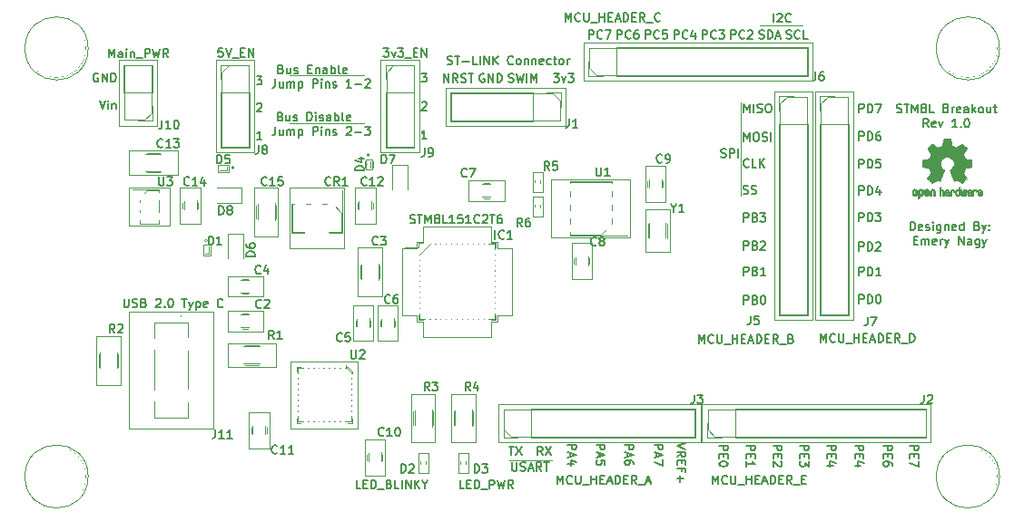
<source format=gto>
G04 #@! TF.GenerationSoftware,KiCad,Pcbnew,(5.1.5)-3*
G04 #@! TF.CreationDate,2021-09-22T00:57:08-07:00*
G04 #@! TF.ProjectId,control_board,636f6e74-726f-46c5-9f62-6f6172642e6b,rev?*
G04 #@! TF.SameCoordinates,Original*
G04 #@! TF.FileFunction,Legend,Top*
G04 #@! TF.FilePolarity,Positive*
%FSLAX46Y46*%
G04 Gerber Fmt 4.6, Leading zero omitted, Abs format (unit mm)*
G04 Created by KiCad (PCBNEW (5.1.5)-3) date 2021-09-22 00:57:08*
%MOMM*%
%LPD*%
G04 APERTURE LIST*
%ADD10C,0.153000*%
%ADD11C,0.100000*%
%ADD12C,0.120000*%
%ADD13C,0.010000*%
%ADD14C,5.502000*%
%ADD15O,1.802000X1.802000*%
%ADD16R,1.802000X1.802000*%
%ADD17R,0.362000X0.302000*%
%ADD18R,1.902000X1.102000*%
%ADD19R,1.162000X0.752000*%
%ADD20R,0.990000X0.420000*%
%ADD21R,0.420000X0.990000*%
%ADD22C,0.400000*%
%ADD23R,3.552000X3.552000*%
%ADD24C,1.662000*%
%ADD25C,0.547000*%
%ADD26C,0.362000*%
%ADD27R,0.972000X0.402000*%
%ADD28R,0.302000X0.362000*%
%ADD29R,2.302000X1.942000*%
%ADD30R,1.102000X1.602000*%
%ADD31R,1.102000X1.902000*%
G04 APERTURE END LIST*
D10*
X37852923Y-44748504D02*
X37852923Y-45396123D01*
X37891019Y-45472314D01*
X37929114Y-45510409D01*
X38005304Y-45548504D01*
X38157685Y-45548504D01*
X38233876Y-45510409D01*
X38271971Y-45472314D01*
X38310066Y-45396123D01*
X38310066Y-44748504D01*
X38652923Y-45510409D02*
X38767209Y-45548504D01*
X38957685Y-45548504D01*
X39033876Y-45510409D01*
X39071971Y-45472314D01*
X39110066Y-45396123D01*
X39110066Y-45319933D01*
X39071971Y-45243742D01*
X39033876Y-45205647D01*
X38957685Y-45167552D01*
X38805304Y-45129457D01*
X38729114Y-45091361D01*
X38691019Y-45053266D01*
X38652923Y-44977076D01*
X38652923Y-44900885D01*
X38691019Y-44824695D01*
X38729114Y-44786600D01*
X38805304Y-44748504D01*
X38995780Y-44748504D01*
X39110066Y-44786600D01*
X39719590Y-45129457D02*
X39833876Y-45167552D01*
X39871971Y-45205647D01*
X39910066Y-45281838D01*
X39910066Y-45396123D01*
X39871971Y-45472314D01*
X39833876Y-45510409D01*
X39757685Y-45548504D01*
X39452923Y-45548504D01*
X39452923Y-44748504D01*
X39719590Y-44748504D01*
X39795780Y-44786600D01*
X39833876Y-44824695D01*
X39871971Y-44900885D01*
X39871971Y-44977076D01*
X39833876Y-45053266D01*
X39795780Y-45091361D01*
X39719590Y-45129457D01*
X39452923Y-45129457D01*
X40824352Y-44824695D02*
X40862447Y-44786600D01*
X40938638Y-44748504D01*
X41129114Y-44748504D01*
X41205304Y-44786600D01*
X41243400Y-44824695D01*
X41281495Y-44900885D01*
X41281495Y-44977076D01*
X41243400Y-45091361D01*
X40786257Y-45548504D01*
X41281495Y-45548504D01*
X41624352Y-45472314D02*
X41662447Y-45510409D01*
X41624352Y-45548504D01*
X41586257Y-45510409D01*
X41624352Y-45472314D01*
X41624352Y-45548504D01*
X42157685Y-44748504D02*
X42233876Y-44748504D01*
X42310066Y-44786600D01*
X42348161Y-44824695D01*
X42386257Y-44900885D01*
X42424352Y-45053266D01*
X42424352Y-45243742D01*
X42386257Y-45396123D01*
X42348161Y-45472314D01*
X42310066Y-45510409D01*
X42233876Y-45548504D01*
X42157685Y-45548504D01*
X42081495Y-45510409D01*
X42043400Y-45472314D01*
X42005304Y-45396123D01*
X41967209Y-45243742D01*
X41967209Y-45053266D01*
X42005304Y-44900885D01*
X42043400Y-44824695D01*
X42081495Y-44786600D01*
X42157685Y-44748504D01*
X43262447Y-44748504D02*
X43719590Y-44748504D01*
X43491019Y-45548504D02*
X43491019Y-44748504D01*
X43910066Y-45015171D02*
X44100542Y-45548504D01*
X44291019Y-45015171D02*
X44100542Y-45548504D01*
X44024352Y-45738980D01*
X43986257Y-45777076D01*
X43910066Y-45815171D01*
X44595780Y-45015171D02*
X44595780Y-45815171D01*
X44595780Y-45053266D02*
X44671971Y-45015171D01*
X44824352Y-45015171D01*
X44900542Y-45053266D01*
X44938638Y-45091361D01*
X44976733Y-45167552D01*
X44976733Y-45396123D01*
X44938638Y-45472314D01*
X44900542Y-45510409D01*
X44824352Y-45548504D01*
X44671971Y-45548504D01*
X44595780Y-45510409D01*
X45624352Y-45510409D02*
X45548161Y-45548504D01*
X45395780Y-45548504D01*
X45319590Y-45510409D01*
X45281495Y-45434219D01*
X45281495Y-45129457D01*
X45319590Y-45053266D01*
X45395780Y-45015171D01*
X45548161Y-45015171D01*
X45624352Y-45053266D01*
X45662447Y-45129457D01*
X45662447Y-45205647D01*
X45281495Y-45281838D01*
X47071971Y-45472314D02*
X47033876Y-45510409D01*
X46919590Y-45548504D01*
X46843400Y-45548504D01*
X46729114Y-45510409D01*
X46652923Y-45434219D01*
X46614828Y-45358028D01*
X46576733Y-45205647D01*
X46576733Y-45091361D01*
X46614828Y-44938980D01*
X46652923Y-44862790D01*
X46729114Y-44786600D01*
X46843400Y-44748504D01*
X46919590Y-44748504D01*
X47033876Y-44786600D01*
X47071971Y-44824695D01*
X111176261Y-38356904D02*
X111176261Y-37556904D01*
X111366738Y-37556904D01*
X111481023Y-37595000D01*
X111557214Y-37671190D01*
X111595309Y-37747380D01*
X111633404Y-37899761D01*
X111633404Y-38014047D01*
X111595309Y-38166428D01*
X111557214Y-38242619D01*
X111481023Y-38318809D01*
X111366738Y-38356904D01*
X111176261Y-38356904D01*
X112281023Y-38318809D02*
X112204833Y-38356904D01*
X112052452Y-38356904D01*
X111976261Y-38318809D01*
X111938166Y-38242619D01*
X111938166Y-37937857D01*
X111976261Y-37861666D01*
X112052452Y-37823571D01*
X112204833Y-37823571D01*
X112281023Y-37861666D01*
X112319119Y-37937857D01*
X112319119Y-38014047D01*
X111938166Y-38090238D01*
X112623880Y-38318809D02*
X112700071Y-38356904D01*
X112852452Y-38356904D01*
X112928642Y-38318809D01*
X112966738Y-38242619D01*
X112966738Y-38204523D01*
X112928642Y-38128333D01*
X112852452Y-38090238D01*
X112738166Y-38090238D01*
X112661976Y-38052142D01*
X112623880Y-37975952D01*
X112623880Y-37937857D01*
X112661976Y-37861666D01*
X112738166Y-37823571D01*
X112852452Y-37823571D01*
X112928642Y-37861666D01*
X113309595Y-38356904D02*
X113309595Y-37823571D01*
X113309595Y-37556904D02*
X113271500Y-37595000D01*
X113309595Y-37633095D01*
X113347690Y-37595000D01*
X113309595Y-37556904D01*
X113309595Y-37633095D01*
X114033404Y-37823571D02*
X114033404Y-38471190D01*
X113995309Y-38547380D01*
X113957214Y-38585476D01*
X113881023Y-38623571D01*
X113766738Y-38623571D01*
X113690547Y-38585476D01*
X114033404Y-38318809D02*
X113957214Y-38356904D01*
X113804833Y-38356904D01*
X113728642Y-38318809D01*
X113690547Y-38280714D01*
X113652452Y-38204523D01*
X113652452Y-37975952D01*
X113690547Y-37899761D01*
X113728642Y-37861666D01*
X113804833Y-37823571D01*
X113957214Y-37823571D01*
X114033404Y-37861666D01*
X114414357Y-37823571D02*
X114414357Y-38356904D01*
X114414357Y-37899761D02*
X114452452Y-37861666D01*
X114528642Y-37823571D01*
X114642928Y-37823571D01*
X114719119Y-37861666D01*
X114757214Y-37937857D01*
X114757214Y-38356904D01*
X115442928Y-38318809D02*
X115366738Y-38356904D01*
X115214357Y-38356904D01*
X115138166Y-38318809D01*
X115100071Y-38242619D01*
X115100071Y-37937857D01*
X115138166Y-37861666D01*
X115214357Y-37823571D01*
X115366738Y-37823571D01*
X115442928Y-37861666D01*
X115481023Y-37937857D01*
X115481023Y-38014047D01*
X115100071Y-38090238D01*
X116166738Y-38356904D02*
X116166738Y-37556904D01*
X116166738Y-38318809D02*
X116090547Y-38356904D01*
X115938166Y-38356904D01*
X115861976Y-38318809D01*
X115823880Y-38280714D01*
X115785785Y-38204523D01*
X115785785Y-37975952D01*
X115823880Y-37899761D01*
X115861976Y-37861666D01*
X115938166Y-37823571D01*
X116090547Y-37823571D01*
X116166738Y-37861666D01*
X117423880Y-37937857D02*
X117538166Y-37975952D01*
X117576261Y-38014047D01*
X117614357Y-38090238D01*
X117614357Y-38204523D01*
X117576261Y-38280714D01*
X117538166Y-38318809D01*
X117461976Y-38356904D01*
X117157214Y-38356904D01*
X117157214Y-37556904D01*
X117423880Y-37556904D01*
X117500071Y-37595000D01*
X117538166Y-37633095D01*
X117576261Y-37709285D01*
X117576261Y-37785476D01*
X117538166Y-37861666D01*
X117500071Y-37899761D01*
X117423880Y-37937857D01*
X117157214Y-37937857D01*
X117881023Y-37823571D02*
X118071500Y-38356904D01*
X118261976Y-37823571D02*
X118071500Y-38356904D01*
X117995309Y-38547380D01*
X117957214Y-38585476D01*
X117881023Y-38623571D01*
X118566738Y-38280714D02*
X118604833Y-38318809D01*
X118566738Y-38356904D01*
X118528642Y-38318809D01*
X118566738Y-38280714D01*
X118566738Y-38356904D01*
X118566738Y-37861666D02*
X118604833Y-37899761D01*
X118566738Y-37937857D01*
X118528642Y-37899761D01*
X118566738Y-37861666D01*
X118566738Y-37937857D01*
X111519119Y-39290857D02*
X111785785Y-39290857D01*
X111900071Y-39709904D02*
X111519119Y-39709904D01*
X111519119Y-38909904D01*
X111900071Y-38909904D01*
X112242928Y-39709904D02*
X112242928Y-39176571D01*
X112242928Y-39252761D02*
X112281023Y-39214666D01*
X112357214Y-39176571D01*
X112471500Y-39176571D01*
X112547690Y-39214666D01*
X112585785Y-39290857D01*
X112585785Y-39709904D01*
X112585785Y-39290857D02*
X112623880Y-39214666D01*
X112700071Y-39176571D01*
X112814357Y-39176571D01*
X112890547Y-39214666D01*
X112928642Y-39290857D01*
X112928642Y-39709904D01*
X113614357Y-39671809D02*
X113538166Y-39709904D01*
X113385785Y-39709904D01*
X113309595Y-39671809D01*
X113271500Y-39595619D01*
X113271500Y-39290857D01*
X113309595Y-39214666D01*
X113385785Y-39176571D01*
X113538166Y-39176571D01*
X113614357Y-39214666D01*
X113652452Y-39290857D01*
X113652452Y-39367047D01*
X113271500Y-39443238D01*
X113995309Y-39709904D02*
X113995309Y-39176571D01*
X113995309Y-39328952D02*
X114033404Y-39252761D01*
X114071500Y-39214666D01*
X114147690Y-39176571D01*
X114223880Y-39176571D01*
X114414357Y-39176571D02*
X114604833Y-39709904D01*
X114795309Y-39176571D02*
X114604833Y-39709904D01*
X114528642Y-39900380D01*
X114490547Y-39938476D01*
X114414357Y-39976571D01*
X115709595Y-39709904D02*
X115709595Y-38909904D01*
X116166738Y-39709904D01*
X116166738Y-38909904D01*
X116890547Y-39709904D02*
X116890547Y-39290857D01*
X116852452Y-39214666D01*
X116776261Y-39176571D01*
X116623880Y-39176571D01*
X116547690Y-39214666D01*
X116890547Y-39671809D02*
X116814357Y-39709904D01*
X116623880Y-39709904D01*
X116547690Y-39671809D01*
X116509595Y-39595619D01*
X116509595Y-39519428D01*
X116547690Y-39443238D01*
X116623880Y-39405142D01*
X116814357Y-39405142D01*
X116890547Y-39367047D01*
X117614357Y-39176571D02*
X117614357Y-39824190D01*
X117576261Y-39900380D01*
X117538166Y-39938476D01*
X117461976Y-39976571D01*
X117347690Y-39976571D01*
X117271500Y-39938476D01*
X117614357Y-39671809D02*
X117538166Y-39709904D01*
X117385785Y-39709904D01*
X117309595Y-39671809D01*
X117271500Y-39633714D01*
X117233404Y-39557523D01*
X117233404Y-39328952D01*
X117271500Y-39252761D01*
X117309595Y-39214666D01*
X117385785Y-39176571D01*
X117538166Y-39176571D01*
X117614357Y-39214666D01*
X117919119Y-39176571D02*
X118109595Y-39709904D01*
X118300071Y-39176571D02*
X118109595Y-39709904D01*
X118033404Y-39900380D01*
X117995309Y-39938476D01*
X117919119Y-39976571D01*
X109925428Y-27333309D02*
X110039714Y-27371404D01*
X110230190Y-27371404D01*
X110306380Y-27333309D01*
X110344476Y-27295214D01*
X110382571Y-27219023D01*
X110382571Y-27142833D01*
X110344476Y-27066642D01*
X110306380Y-27028547D01*
X110230190Y-26990452D01*
X110077809Y-26952357D01*
X110001619Y-26914261D01*
X109963523Y-26876166D01*
X109925428Y-26799976D01*
X109925428Y-26723785D01*
X109963523Y-26647595D01*
X110001619Y-26609500D01*
X110077809Y-26571404D01*
X110268285Y-26571404D01*
X110382571Y-26609500D01*
X110611142Y-26571404D02*
X111068285Y-26571404D01*
X110839714Y-27371404D02*
X110839714Y-26571404D01*
X111334952Y-27371404D02*
X111334952Y-26571404D01*
X111601619Y-27142833D01*
X111868285Y-26571404D01*
X111868285Y-27371404D01*
X112363523Y-26914261D02*
X112287333Y-26876166D01*
X112249238Y-26838071D01*
X112211142Y-26761880D01*
X112211142Y-26723785D01*
X112249238Y-26647595D01*
X112287333Y-26609500D01*
X112363523Y-26571404D01*
X112515904Y-26571404D01*
X112592095Y-26609500D01*
X112630190Y-26647595D01*
X112668285Y-26723785D01*
X112668285Y-26761880D01*
X112630190Y-26838071D01*
X112592095Y-26876166D01*
X112515904Y-26914261D01*
X112363523Y-26914261D01*
X112287333Y-26952357D01*
X112249238Y-26990452D01*
X112211142Y-27066642D01*
X112211142Y-27219023D01*
X112249238Y-27295214D01*
X112287333Y-27333309D01*
X112363523Y-27371404D01*
X112515904Y-27371404D01*
X112592095Y-27333309D01*
X112630190Y-27295214D01*
X112668285Y-27219023D01*
X112668285Y-27066642D01*
X112630190Y-26990452D01*
X112592095Y-26952357D01*
X112515904Y-26914261D01*
X113392095Y-27371404D02*
X113011142Y-27371404D01*
X113011142Y-26571404D01*
X114534952Y-26952357D02*
X114649238Y-26990452D01*
X114687333Y-27028547D01*
X114725428Y-27104738D01*
X114725428Y-27219023D01*
X114687333Y-27295214D01*
X114649238Y-27333309D01*
X114573047Y-27371404D01*
X114268285Y-27371404D01*
X114268285Y-26571404D01*
X114534952Y-26571404D01*
X114611142Y-26609500D01*
X114649238Y-26647595D01*
X114687333Y-26723785D01*
X114687333Y-26799976D01*
X114649238Y-26876166D01*
X114611142Y-26914261D01*
X114534952Y-26952357D01*
X114268285Y-26952357D01*
X115068285Y-27371404D02*
X115068285Y-26838071D01*
X115068285Y-26990452D02*
X115106380Y-26914261D01*
X115144476Y-26876166D01*
X115220666Y-26838071D01*
X115296857Y-26838071D01*
X115868285Y-27333309D02*
X115792095Y-27371404D01*
X115639714Y-27371404D01*
X115563523Y-27333309D01*
X115525428Y-27257119D01*
X115525428Y-26952357D01*
X115563523Y-26876166D01*
X115639714Y-26838071D01*
X115792095Y-26838071D01*
X115868285Y-26876166D01*
X115906380Y-26952357D01*
X115906380Y-27028547D01*
X115525428Y-27104738D01*
X116592095Y-27371404D02*
X116592095Y-26952357D01*
X116554000Y-26876166D01*
X116477809Y-26838071D01*
X116325428Y-26838071D01*
X116249238Y-26876166D01*
X116592095Y-27333309D02*
X116515904Y-27371404D01*
X116325428Y-27371404D01*
X116249238Y-27333309D01*
X116211142Y-27257119D01*
X116211142Y-27180928D01*
X116249238Y-27104738D01*
X116325428Y-27066642D01*
X116515904Y-27066642D01*
X116592095Y-27028547D01*
X116973047Y-27371404D02*
X116973047Y-26571404D01*
X117049238Y-27066642D02*
X117277809Y-27371404D01*
X117277809Y-26838071D02*
X116973047Y-27142833D01*
X117734952Y-27371404D02*
X117658761Y-27333309D01*
X117620666Y-27295214D01*
X117582571Y-27219023D01*
X117582571Y-26990452D01*
X117620666Y-26914261D01*
X117658761Y-26876166D01*
X117734952Y-26838071D01*
X117849238Y-26838071D01*
X117925428Y-26876166D01*
X117963523Y-26914261D01*
X118001619Y-26990452D01*
X118001619Y-27219023D01*
X117963523Y-27295214D01*
X117925428Y-27333309D01*
X117849238Y-27371404D01*
X117734952Y-27371404D01*
X118687333Y-26838071D02*
X118687333Y-27371404D01*
X118344476Y-26838071D02*
X118344476Y-27257119D01*
X118382571Y-27333309D01*
X118458761Y-27371404D01*
X118573047Y-27371404D01*
X118649238Y-27333309D01*
X118687333Y-27295214D01*
X118953999Y-26838071D02*
X119258761Y-26838071D01*
X119068285Y-26571404D02*
X119068285Y-27257119D01*
X119106380Y-27333309D01*
X119182571Y-27371404D01*
X119258761Y-27371404D01*
X112896857Y-28724404D02*
X112630190Y-28343452D01*
X112439714Y-28724404D02*
X112439714Y-27924404D01*
X112744476Y-27924404D01*
X112820666Y-27962500D01*
X112858761Y-28000595D01*
X112896857Y-28076785D01*
X112896857Y-28191071D01*
X112858761Y-28267261D01*
X112820666Y-28305357D01*
X112744476Y-28343452D01*
X112439714Y-28343452D01*
X113544476Y-28686309D02*
X113468285Y-28724404D01*
X113315904Y-28724404D01*
X113239714Y-28686309D01*
X113201619Y-28610119D01*
X113201619Y-28305357D01*
X113239714Y-28229166D01*
X113315904Y-28191071D01*
X113468285Y-28191071D01*
X113544476Y-28229166D01*
X113582571Y-28305357D01*
X113582571Y-28381547D01*
X113201619Y-28457738D01*
X113849238Y-28191071D02*
X114039714Y-28724404D01*
X114230190Y-28191071D01*
X115563523Y-28724404D02*
X115106380Y-28724404D01*
X115334952Y-28724404D02*
X115334952Y-27924404D01*
X115258761Y-28038690D01*
X115182571Y-28114880D01*
X115106380Y-28152976D01*
X115906380Y-28648214D02*
X115944476Y-28686309D01*
X115906380Y-28724404D01*
X115868285Y-28686309D01*
X115906380Y-28648214D01*
X115906380Y-28724404D01*
X116439714Y-27924404D02*
X116515904Y-27924404D01*
X116592095Y-27962500D01*
X116630190Y-28000595D01*
X116668285Y-28076785D01*
X116706380Y-28229166D01*
X116706380Y-28419642D01*
X116668285Y-28572023D01*
X116630190Y-28648214D01*
X116592095Y-28686309D01*
X116515904Y-28724404D01*
X116439714Y-28724404D01*
X116363523Y-28686309D01*
X116325428Y-28648214D01*
X116287333Y-28572023D01*
X116249238Y-28419642D01*
X116249238Y-28229166D01*
X116287333Y-28076785D01*
X116325428Y-28000595D01*
X116363523Y-27962500D01*
X116439714Y-27924404D01*
X98444147Y-18903904D02*
X98444147Y-18103904D01*
X98787004Y-18180095D02*
X98825100Y-18142000D01*
X98901290Y-18103904D01*
X99091766Y-18103904D01*
X99167957Y-18142000D01*
X99206052Y-18180095D01*
X99244147Y-18256285D01*
X99244147Y-18332476D01*
X99206052Y-18446761D01*
X98748909Y-18903904D01*
X99244147Y-18903904D01*
X100044147Y-18827714D02*
X100006052Y-18865809D01*
X99891766Y-18903904D01*
X99815576Y-18903904D01*
X99701290Y-18865809D01*
X99625100Y-18789619D01*
X99587004Y-18713428D01*
X99548909Y-18561047D01*
X99548909Y-18446761D01*
X99587004Y-18294380D01*
X99625100Y-18218190D01*
X99701290Y-18142000D01*
X99815576Y-18103904D01*
X99891766Y-18103904D01*
X100006052Y-18142000D01*
X100044147Y-18180095D01*
D11*
X101130100Y-19177000D02*
X97193100Y-19177000D01*
D10*
X93541952Y-31515009D02*
X93656238Y-31553104D01*
X93846714Y-31553104D01*
X93922904Y-31515009D01*
X93961000Y-31476914D01*
X93999095Y-31400723D01*
X93999095Y-31324533D01*
X93961000Y-31248342D01*
X93922904Y-31210247D01*
X93846714Y-31172152D01*
X93694333Y-31134057D01*
X93618142Y-31095961D01*
X93580047Y-31057866D01*
X93541952Y-30981676D01*
X93541952Y-30905485D01*
X93580047Y-30829295D01*
X93618142Y-30791200D01*
X93694333Y-30753104D01*
X93884809Y-30753104D01*
X93999095Y-30791200D01*
X94341952Y-31553104D02*
X94341952Y-30753104D01*
X94646714Y-30753104D01*
X94722904Y-30791200D01*
X94761000Y-30829295D01*
X94799095Y-30905485D01*
X94799095Y-31019771D01*
X94761000Y-31095961D01*
X94722904Y-31134057D01*
X94646714Y-31172152D01*
X94341952Y-31172152D01*
X95141952Y-31553104D02*
X95141952Y-30753104D01*
D11*
X95402400Y-26416000D02*
X95402400Y-35115500D01*
D10*
X95669256Y-45256404D02*
X95669256Y-44456404D01*
X95974018Y-44456404D01*
X96050209Y-44494500D01*
X96088304Y-44532595D01*
X96126399Y-44608785D01*
X96126399Y-44723071D01*
X96088304Y-44799261D01*
X96050209Y-44837357D01*
X95974018Y-44875452D01*
X95669256Y-44875452D01*
X96735923Y-44837357D02*
X96850209Y-44875452D01*
X96888304Y-44913547D01*
X96926399Y-44989738D01*
X96926399Y-45104023D01*
X96888304Y-45180214D01*
X96850209Y-45218309D01*
X96774018Y-45256404D01*
X96469256Y-45256404D01*
X96469256Y-44456404D01*
X96735923Y-44456404D01*
X96812113Y-44494500D01*
X96850209Y-44532595D01*
X96888304Y-44608785D01*
X96888304Y-44684976D01*
X96850209Y-44761166D01*
X96812113Y-44799261D01*
X96735923Y-44837357D01*
X96469256Y-44837357D01*
X97421637Y-44456404D02*
X97497828Y-44456404D01*
X97574018Y-44494500D01*
X97612113Y-44532595D01*
X97650209Y-44608785D01*
X97688304Y-44761166D01*
X97688304Y-44951642D01*
X97650209Y-45104023D01*
X97612113Y-45180214D01*
X97574018Y-45218309D01*
X97497828Y-45256404D01*
X97421637Y-45256404D01*
X97345447Y-45218309D01*
X97307352Y-45180214D01*
X97269256Y-45104023D01*
X97231161Y-44951642D01*
X97231161Y-44761166D01*
X97269256Y-44608785D01*
X97307352Y-44532595D01*
X97345447Y-44494500D01*
X97421637Y-44456404D01*
X95669256Y-37547504D02*
X95669256Y-36747504D01*
X95974018Y-36747504D01*
X96050209Y-36785600D01*
X96088304Y-36823695D01*
X96126399Y-36899885D01*
X96126399Y-37014171D01*
X96088304Y-37090361D01*
X96050209Y-37128457D01*
X95974018Y-37166552D01*
X95669256Y-37166552D01*
X96735923Y-37128457D02*
X96850209Y-37166552D01*
X96888304Y-37204647D01*
X96926399Y-37280838D01*
X96926399Y-37395123D01*
X96888304Y-37471314D01*
X96850209Y-37509409D01*
X96774018Y-37547504D01*
X96469256Y-37547504D01*
X96469256Y-36747504D01*
X96735923Y-36747504D01*
X96812113Y-36785600D01*
X96850209Y-36823695D01*
X96888304Y-36899885D01*
X96888304Y-36976076D01*
X96850209Y-37052266D01*
X96812113Y-37090361D01*
X96735923Y-37128457D01*
X96469256Y-37128457D01*
X97193066Y-36747504D02*
X97688304Y-36747504D01*
X97421637Y-37052266D01*
X97535923Y-37052266D01*
X97612113Y-37090361D01*
X97650209Y-37128457D01*
X97688304Y-37204647D01*
X97688304Y-37395123D01*
X97650209Y-37471314D01*
X97612113Y-37509409D01*
X97535923Y-37547504D01*
X97307352Y-37547504D01*
X97231161Y-37509409D01*
X97193066Y-37471314D01*
X95631162Y-34918609D02*
X95745447Y-34956704D01*
X95935924Y-34956704D01*
X96012114Y-34918609D01*
X96050209Y-34880514D01*
X96088305Y-34804323D01*
X96088305Y-34728133D01*
X96050209Y-34651942D01*
X96012114Y-34613847D01*
X95935924Y-34575752D01*
X95783543Y-34537657D01*
X95707352Y-34499561D01*
X95669257Y-34461466D01*
X95631162Y-34385276D01*
X95631162Y-34309085D01*
X95669257Y-34232895D01*
X95707352Y-34194800D01*
X95783543Y-34156704D01*
X95974019Y-34156704D01*
X96088305Y-34194800D01*
X96393066Y-34918609D02*
X96507352Y-34956704D01*
X96697828Y-34956704D01*
X96774019Y-34918609D01*
X96812114Y-34880514D01*
X96850209Y-34804323D01*
X96850209Y-34728133D01*
X96812114Y-34651942D01*
X96774019Y-34613847D01*
X96697828Y-34575752D01*
X96545447Y-34537657D01*
X96469257Y-34499561D01*
X96431162Y-34461466D01*
X96393066Y-34385276D01*
X96393066Y-34309085D01*
X96431162Y-34232895D01*
X96469257Y-34194800D01*
X96545447Y-34156704D01*
X96735924Y-34156704D01*
X96850209Y-34194800D01*
X96126399Y-32391314D02*
X96088304Y-32429409D01*
X95974018Y-32467504D01*
X95897828Y-32467504D01*
X95783542Y-32429409D01*
X95707351Y-32353219D01*
X95669256Y-32277028D01*
X95631161Y-32124647D01*
X95631161Y-32010361D01*
X95669256Y-31857980D01*
X95707351Y-31781790D01*
X95783542Y-31705600D01*
X95897828Y-31667504D01*
X95974018Y-31667504D01*
X96088304Y-31705600D01*
X96126399Y-31743695D01*
X96850209Y-32467504D02*
X96469256Y-32467504D01*
X96469256Y-31667504D01*
X97116875Y-32467504D02*
X97116875Y-31667504D01*
X97574018Y-32467504D02*
X97231161Y-32010361D01*
X97574018Y-31667504D02*
X97116875Y-32124647D01*
X95669256Y-40163704D02*
X95669256Y-39363704D01*
X95974018Y-39363704D01*
X96050209Y-39401800D01*
X96088304Y-39439895D01*
X96126399Y-39516085D01*
X96126399Y-39630371D01*
X96088304Y-39706561D01*
X96050209Y-39744657D01*
X95974018Y-39782752D01*
X95669256Y-39782752D01*
X96735923Y-39744657D02*
X96850209Y-39782752D01*
X96888304Y-39820847D01*
X96926399Y-39897038D01*
X96926399Y-40011323D01*
X96888304Y-40087514D01*
X96850209Y-40125609D01*
X96774018Y-40163704D01*
X96469256Y-40163704D01*
X96469256Y-39363704D01*
X96735923Y-39363704D01*
X96812113Y-39401800D01*
X96850209Y-39439895D01*
X96888304Y-39516085D01*
X96888304Y-39592276D01*
X96850209Y-39668466D01*
X96812113Y-39706561D01*
X96735923Y-39744657D01*
X96469256Y-39744657D01*
X97231161Y-39439895D02*
X97269256Y-39401800D01*
X97345447Y-39363704D01*
X97535923Y-39363704D01*
X97612113Y-39401800D01*
X97650209Y-39439895D01*
X97688304Y-39516085D01*
X97688304Y-39592276D01*
X97650209Y-39706561D01*
X97193066Y-40163704D01*
X97688304Y-40163704D01*
X95669256Y-42576704D02*
X95669256Y-41776704D01*
X95974018Y-41776704D01*
X96050209Y-41814800D01*
X96088304Y-41852895D01*
X96126399Y-41929085D01*
X96126399Y-42043371D01*
X96088304Y-42119561D01*
X96050209Y-42157657D01*
X95974018Y-42195752D01*
X95669256Y-42195752D01*
X96735923Y-42157657D02*
X96850209Y-42195752D01*
X96888304Y-42233847D01*
X96926399Y-42310038D01*
X96926399Y-42424323D01*
X96888304Y-42500514D01*
X96850209Y-42538609D01*
X96774018Y-42576704D01*
X96469256Y-42576704D01*
X96469256Y-41776704D01*
X96735923Y-41776704D01*
X96812113Y-41814800D01*
X96850209Y-41852895D01*
X96888304Y-41929085D01*
X96888304Y-42005276D01*
X96850209Y-42081466D01*
X96812113Y-42119561D01*
X96735923Y-42157657D01*
X96469256Y-42157657D01*
X97688304Y-42576704D02*
X97231161Y-42576704D01*
X97459733Y-42576704D02*
X97459733Y-41776704D01*
X97383542Y-41890990D01*
X97307352Y-41967180D01*
X97231161Y-42005276D01*
X95669257Y-27336704D02*
X95669257Y-26536704D01*
X95935923Y-27108133D01*
X96202590Y-26536704D01*
X96202590Y-27336704D01*
X96583542Y-27336704D02*
X96583542Y-26536704D01*
X96926400Y-27298609D02*
X97040685Y-27336704D01*
X97231161Y-27336704D01*
X97307352Y-27298609D01*
X97345447Y-27260514D01*
X97383542Y-27184323D01*
X97383542Y-27108133D01*
X97345447Y-27031942D01*
X97307352Y-26993847D01*
X97231161Y-26955752D01*
X97078780Y-26917657D01*
X97002590Y-26879561D01*
X96964495Y-26841466D01*
X96926400Y-26765276D01*
X96926400Y-26689085D01*
X96964495Y-26612895D01*
X97002590Y-26574800D01*
X97078780Y-26536704D01*
X97269257Y-26536704D01*
X97383542Y-26574800D01*
X97878780Y-26536704D02*
X98031161Y-26536704D01*
X98107352Y-26574800D01*
X98183542Y-26650990D01*
X98221638Y-26803371D01*
X98221638Y-27070038D01*
X98183542Y-27222419D01*
X98107352Y-27298609D01*
X98031161Y-27336704D01*
X97878780Y-27336704D01*
X97802590Y-27298609D01*
X97726400Y-27222419D01*
X97688304Y-27070038D01*
X97688304Y-26803371D01*
X97726400Y-26650990D01*
X97802590Y-26574800D01*
X97878780Y-26536704D01*
X95669257Y-30003704D02*
X95669257Y-29203704D01*
X95935923Y-29775133D01*
X96202590Y-29203704D01*
X96202590Y-30003704D01*
X96735923Y-29203704D02*
X96888304Y-29203704D01*
X96964495Y-29241800D01*
X97040685Y-29317990D01*
X97078780Y-29470371D01*
X97078780Y-29737038D01*
X97040685Y-29889419D01*
X96964495Y-29965609D01*
X96888304Y-30003704D01*
X96735923Y-30003704D01*
X96659733Y-29965609D01*
X96583542Y-29889419D01*
X96545447Y-29737038D01*
X96545447Y-29470371D01*
X96583542Y-29317990D01*
X96659733Y-29241800D01*
X96735923Y-29203704D01*
X97383542Y-29965609D02*
X97497828Y-30003704D01*
X97688304Y-30003704D01*
X97764495Y-29965609D01*
X97802590Y-29927514D01*
X97840685Y-29851323D01*
X97840685Y-29775133D01*
X97802590Y-29698942D01*
X97764495Y-29660847D01*
X97688304Y-29622752D01*
X97535923Y-29584657D01*
X97459733Y-29546561D01*
X97421638Y-29508466D01*
X97383542Y-29432276D01*
X97383542Y-29356085D01*
X97421638Y-29279895D01*
X97459733Y-29241800D01*
X97535923Y-29203704D01*
X97726400Y-29203704D01*
X97840685Y-29241800D01*
X98183542Y-30003704D02*
X98183542Y-29203704D01*
X106426123Y-45192904D02*
X106426123Y-44392904D01*
X106730885Y-44392904D01*
X106807076Y-44431000D01*
X106845171Y-44469095D01*
X106883266Y-44545285D01*
X106883266Y-44659571D01*
X106845171Y-44735761D01*
X106807076Y-44773857D01*
X106730885Y-44811952D01*
X106426123Y-44811952D01*
X107226123Y-45192904D02*
X107226123Y-44392904D01*
X107416600Y-44392904D01*
X107530885Y-44431000D01*
X107607076Y-44507190D01*
X107645171Y-44583380D01*
X107683266Y-44735761D01*
X107683266Y-44850047D01*
X107645171Y-45002428D01*
X107607076Y-45078619D01*
X107530885Y-45154809D01*
X107416600Y-45192904D01*
X107226123Y-45192904D01*
X108178504Y-44392904D02*
X108254695Y-44392904D01*
X108330885Y-44431000D01*
X108368980Y-44469095D01*
X108407076Y-44545285D01*
X108445171Y-44697666D01*
X108445171Y-44888142D01*
X108407076Y-45040523D01*
X108368980Y-45116714D01*
X108330885Y-45154809D01*
X108254695Y-45192904D01*
X108178504Y-45192904D01*
X108102314Y-45154809D01*
X108064219Y-45116714D01*
X108026123Y-45040523D01*
X107988028Y-44888142D01*
X107988028Y-44697666D01*
X108026123Y-44545285D01*
X108064219Y-44469095D01*
X108102314Y-44431000D01*
X108178504Y-44392904D01*
X106426123Y-42576704D02*
X106426123Y-41776704D01*
X106730885Y-41776704D01*
X106807076Y-41814800D01*
X106845171Y-41852895D01*
X106883266Y-41929085D01*
X106883266Y-42043371D01*
X106845171Y-42119561D01*
X106807076Y-42157657D01*
X106730885Y-42195752D01*
X106426123Y-42195752D01*
X107226123Y-42576704D02*
X107226123Y-41776704D01*
X107416600Y-41776704D01*
X107530885Y-41814800D01*
X107607076Y-41890990D01*
X107645171Y-41967180D01*
X107683266Y-42119561D01*
X107683266Y-42233847D01*
X107645171Y-42386228D01*
X107607076Y-42462419D01*
X107530885Y-42538609D01*
X107416600Y-42576704D01*
X107226123Y-42576704D01*
X108445171Y-42576704D02*
X107988028Y-42576704D01*
X108216600Y-42576704D02*
X108216600Y-41776704D01*
X108140409Y-41890990D01*
X108064219Y-41967180D01*
X107988028Y-42005276D01*
X106426123Y-40265304D02*
X106426123Y-39465304D01*
X106730885Y-39465304D01*
X106807076Y-39503400D01*
X106845171Y-39541495D01*
X106883266Y-39617685D01*
X106883266Y-39731971D01*
X106845171Y-39808161D01*
X106807076Y-39846257D01*
X106730885Y-39884352D01*
X106426123Y-39884352D01*
X107226123Y-40265304D02*
X107226123Y-39465304D01*
X107416600Y-39465304D01*
X107530885Y-39503400D01*
X107607076Y-39579590D01*
X107645171Y-39655780D01*
X107683266Y-39808161D01*
X107683266Y-39922447D01*
X107645171Y-40074828D01*
X107607076Y-40151019D01*
X107530885Y-40227209D01*
X107416600Y-40265304D01*
X107226123Y-40265304D01*
X107988028Y-39541495D02*
X108026123Y-39503400D01*
X108102314Y-39465304D01*
X108292790Y-39465304D01*
X108368980Y-39503400D01*
X108407076Y-39541495D01*
X108445171Y-39617685D01*
X108445171Y-39693876D01*
X108407076Y-39808161D01*
X107949933Y-40265304D01*
X108445171Y-40265304D01*
X106426123Y-37522104D02*
X106426123Y-36722104D01*
X106730885Y-36722104D01*
X106807076Y-36760200D01*
X106845171Y-36798295D01*
X106883266Y-36874485D01*
X106883266Y-36988771D01*
X106845171Y-37064961D01*
X106807076Y-37103057D01*
X106730885Y-37141152D01*
X106426123Y-37141152D01*
X107226123Y-37522104D02*
X107226123Y-36722104D01*
X107416600Y-36722104D01*
X107530885Y-36760200D01*
X107607076Y-36836390D01*
X107645171Y-36912580D01*
X107683266Y-37064961D01*
X107683266Y-37179247D01*
X107645171Y-37331628D01*
X107607076Y-37407819D01*
X107530885Y-37484009D01*
X107416600Y-37522104D01*
X107226123Y-37522104D01*
X107949933Y-36722104D02*
X108445171Y-36722104D01*
X108178504Y-37026866D01*
X108292790Y-37026866D01*
X108368980Y-37064961D01*
X108407076Y-37103057D01*
X108445171Y-37179247D01*
X108445171Y-37369723D01*
X108407076Y-37445914D01*
X108368980Y-37484009D01*
X108292790Y-37522104D01*
X108064219Y-37522104D01*
X107988028Y-37484009D01*
X107949933Y-37445914D01*
X106426123Y-35032904D02*
X106426123Y-34232904D01*
X106730885Y-34232904D01*
X106807076Y-34271000D01*
X106845171Y-34309095D01*
X106883266Y-34385285D01*
X106883266Y-34499571D01*
X106845171Y-34575761D01*
X106807076Y-34613857D01*
X106730885Y-34651952D01*
X106426123Y-34651952D01*
X107226123Y-35032904D02*
X107226123Y-34232904D01*
X107416600Y-34232904D01*
X107530885Y-34271000D01*
X107607076Y-34347190D01*
X107645171Y-34423380D01*
X107683266Y-34575761D01*
X107683266Y-34690047D01*
X107645171Y-34842428D01*
X107607076Y-34918619D01*
X107530885Y-34994809D01*
X107416600Y-35032904D01*
X107226123Y-35032904D01*
X108368980Y-34499571D02*
X108368980Y-35032904D01*
X108178504Y-34194809D02*
X107988028Y-34766238D01*
X108483266Y-34766238D01*
X106426123Y-32518304D02*
X106426123Y-31718304D01*
X106730885Y-31718304D01*
X106807076Y-31756400D01*
X106845171Y-31794495D01*
X106883266Y-31870685D01*
X106883266Y-31984971D01*
X106845171Y-32061161D01*
X106807076Y-32099257D01*
X106730885Y-32137352D01*
X106426123Y-32137352D01*
X107226123Y-32518304D02*
X107226123Y-31718304D01*
X107416600Y-31718304D01*
X107530885Y-31756400D01*
X107607076Y-31832590D01*
X107645171Y-31908780D01*
X107683266Y-32061161D01*
X107683266Y-32175447D01*
X107645171Y-32327828D01*
X107607076Y-32404019D01*
X107530885Y-32480209D01*
X107416600Y-32518304D01*
X107226123Y-32518304D01*
X108407076Y-31718304D02*
X108026123Y-31718304D01*
X107988028Y-32099257D01*
X108026123Y-32061161D01*
X108102314Y-32023066D01*
X108292790Y-32023066D01*
X108368980Y-32061161D01*
X108407076Y-32099257D01*
X108445171Y-32175447D01*
X108445171Y-32365923D01*
X108407076Y-32442114D01*
X108368980Y-32480209D01*
X108292790Y-32518304D01*
X108102314Y-32518304D01*
X108026123Y-32480209D01*
X107988028Y-32442114D01*
X106426123Y-29952904D02*
X106426123Y-29152904D01*
X106730885Y-29152904D01*
X106807076Y-29191000D01*
X106845171Y-29229095D01*
X106883266Y-29305285D01*
X106883266Y-29419571D01*
X106845171Y-29495761D01*
X106807076Y-29533857D01*
X106730885Y-29571952D01*
X106426123Y-29571952D01*
X107226123Y-29952904D02*
X107226123Y-29152904D01*
X107416600Y-29152904D01*
X107530885Y-29191000D01*
X107607076Y-29267190D01*
X107645171Y-29343380D01*
X107683266Y-29495761D01*
X107683266Y-29610047D01*
X107645171Y-29762428D01*
X107607076Y-29838619D01*
X107530885Y-29914809D01*
X107416600Y-29952904D01*
X107226123Y-29952904D01*
X108368980Y-29152904D02*
X108216600Y-29152904D01*
X108140409Y-29191000D01*
X108102314Y-29229095D01*
X108026123Y-29343380D01*
X107988028Y-29495761D01*
X107988028Y-29800523D01*
X108026123Y-29876714D01*
X108064219Y-29914809D01*
X108140409Y-29952904D01*
X108292790Y-29952904D01*
X108368980Y-29914809D01*
X108407076Y-29876714D01*
X108445171Y-29800523D01*
X108445171Y-29610047D01*
X108407076Y-29533857D01*
X108368980Y-29495761D01*
X108292790Y-29457666D01*
X108140409Y-29457666D01*
X108064219Y-29495761D01*
X108026123Y-29533857D01*
X107988028Y-29610047D01*
X106426123Y-27336704D02*
X106426123Y-26536704D01*
X106730885Y-26536704D01*
X106807076Y-26574800D01*
X106845171Y-26612895D01*
X106883266Y-26689085D01*
X106883266Y-26803371D01*
X106845171Y-26879561D01*
X106807076Y-26917657D01*
X106730885Y-26955752D01*
X106426123Y-26955752D01*
X107226123Y-27336704D02*
X107226123Y-26536704D01*
X107416600Y-26536704D01*
X107530885Y-26574800D01*
X107607076Y-26650990D01*
X107645171Y-26727180D01*
X107683266Y-26879561D01*
X107683266Y-26993847D01*
X107645171Y-27146228D01*
X107607076Y-27222419D01*
X107530885Y-27298609D01*
X107416600Y-27336704D01*
X107226123Y-27336704D01*
X107949933Y-26536704D02*
X108483266Y-26536704D01*
X108140409Y-27336704D01*
X111144095Y-58458219D02*
X111944095Y-58458219D01*
X111944095Y-58762980D01*
X111906000Y-58839171D01*
X111867904Y-58877266D01*
X111791714Y-58915361D01*
X111677428Y-58915361D01*
X111601238Y-58877266D01*
X111563142Y-58839171D01*
X111525047Y-58762980D01*
X111525047Y-58458219D01*
X111563142Y-59258219D02*
X111563142Y-59524885D01*
X111144095Y-59639171D02*
X111144095Y-59258219D01*
X111944095Y-59258219D01*
X111944095Y-59639171D01*
X111944095Y-59905838D02*
X111944095Y-60439171D01*
X111144095Y-60096314D01*
X108680295Y-58458219D02*
X109480295Y-58458219D01*
X109480295Y-58762980D01*
X109442200Y-58839171D01*
X109404104Y-58877266D01*
X109327914Y-58915361D01*
X109213628Y-58915361D01*
X109137438Y-58877266D01*
X109099342Y-58839171D01*
X109061247Y-58762980D01*
X109061247Y-58458219D01*
X109099342Y-59258219D02*
X109099342Y-59524885D01*
X108680295Y-59639171D02*
X108680295Y-59258219D01*
X109480295Y-59258219D01*
X109480295Y-59639171D01*
X109480295Y-60324885D02*
X109480295Y-60172504D01*
X109442200Y-60096314D01*
X109404104Y-60058219D01*
X109289819Y-59982028D01*
X109137438Y-59943933D01*
X108832676Y-59943933D01*
X108756485Y-59982028D01*
X108718390Y-60020123D01*
X108680295Y-60096314D01*
X108680295Y-60248695D01*
X108718390Y-60324885D01*
X108756485Y-60362980D01*
X108832676Y-60401076D01*
X109023152Y-60401076D01*
X109099342Y-60362980D01*
X109137438Y-60324885D01*
X109175533Y-60248695D01*
X109175533Y-60096314D01*
X109137438Y-60020123D01*
X109099342Y-59982028D01*
X109023152Y-59943933D01*
X106038695Y-58458219D02*
X106838695Y-58458219D01*
X106838695Y-58762980D01*
X106800600Y-58839171D01*
X106762504Y-58877266D01*
X106686314Y-58915361D01*
X106572028Y-58915361D01*
X106495838Y-58877266D01*
X106457742Y-58839171D01*
X106419647Y-58762980D01*
X106419647Y-58458219D01*
X106457742Y-59258219D02*
X106457742Y-59524885D01*
X106038695Y-59639171D02*
X106038695Y-59258219D01*
X106838695Y-59258219D01*
X106838695Y-59639171D01*
X106572028Y-60324885D02*
X106038695Y-60324885D01*
X106876790Y-60134409D02*
X106305361Y-59943933D01*
X106305361Y-60439171D01*
X103447895Y-58458219D02*
X104247895Y-58458219D01*
X104247895Y-58762980D01*
X104209800Y-58839171D01*
X104171704Y-58877266D01*
X104095514Y-58915361D01*
X103981228Y-58915361D01*
X103905038Y-58877266D01*
X103866942Y-58839171D01*
X103828847Y-58762980D01*
X103828847Y-58458219D01*
X103866942Y-59258219D02*
X103866942Y-59524885D01*
X103447895Y-59639171D02*
X103447895Y-59258219D01*
X104247895Y-59258219D01*
X104247895Y-59639171D01*
X103981228Y-60324885D02*
X103447895Y-60324885D01*
X104285990Y-60134409D02*
X103714561Y-59943933D01*
X103714561Y-60439171D01*
X100907895Y-58458219D02*
X101707895Y-58458219D01*
X101707895Y-58762980D01*
X101669800Y-58839171D01*
X101631704Y-58877266D01*
X101555514Y-58915361D01*
X101441228Y-58915361D01*
X101365038Y-58877266D01*
X101326942Y-58839171D01*
X101288847Y-58762980D01*
X101288847Y-58458219D01*
X101326942Y-59258219D02*
X101326942Y-59524885D01*
X100907895Y-59639171D02*
X100907895Y-59258219D01*
X101707895Y-59258219D01*
X101707895Y-59639171D01*
X101707895Y-59905838D02*
X101707895Y-60401076D01*
X101403133Y-60134409D01*
X101403133Y-60248695D01*
X101365038Y-60324885D01*
X101326942Y-60362980D01*
X101250752Y-60401076D01*
X101060276Y-60401076D01*
X100984085Y-60362980D01*
X100945990Y-60324885D01*
X100907895Y-60248695D01*
X100907895Y-60020123D01*
X100945990Y-59943933D01*
X100984085Y-59905838D01*
X98418695Y-58458219D02*
X99218695Y-58458219D01*
X99218695Y-58762980D01*
X99180600Y-58839171D01*
X99142504Y-58877266D01*
X99066314Y-58915361D01*
X98952028Y-58915361D01*
X98875838Y-58877266D01*
X98837742Y-58839171D01*
X98799647Y-58762980D01*
X98799647Y-58458219D01*
X98837742Y-59258219D02*
X98837742Y-59524885D01*
X98418695Y-59639171D02*
X98418695Y-59258219D01*
X99218695Y-59258219D01*
X99218695Y-59639171D01*
X99142504Y-59943933D02*
X99180600Y-59982028D01*
X99218695Y-60058219D01*
X99218695Y-60248695D01*
X99180600Y-60324885D01*
X99142504Y-60362980D01*
X99066314Y-60401076D01*
X98990123Y-60401076D01*
X98875838Y-60362980D01*
X98418695Y-59905838D01*
X98418695Y-60401076D01*
X95904095Y-58458219D02*
X96704095Y-58458219D01*
X96704095Y-58762980D01*
X96666000Y-58839171D01*
X96627904Y-58877266D01*
X96551714Y-58915361D01*
X96437428Y-58915361D01*
X96361238Y-58877266D01*
X96323142Y-58839171D01*
X96285047Y-58762980D01*
X96285047Y-58458219D01*
X96323142Y-59258219D02*
X96323142Y-59524885D01*
X95904095Y-59639171D02*
X95904095Y-59258219D01*
X96704095Y-59258219D01*
X96704095Y-59639171D01*
X95904095Y-60401076D02*
X95904095Y-59943933D01*
X95904095Y-60172504D02*
X96704095Y-60172504D01*
X96589809Y-60096314D01*
X96513619Y-60020123D01*
X96475523Y-59943933D01*
X93364095Y-58458219D02*
X94164095Y-58458219D01*
X94164095Y-58762980D01*
X94126000Y-58839171D01*
X94087904Y-58877266D01*
X94011714Y-58915361D01*
X93897428Y-58915361D01*
X93821238Y-58877266D01*
X93783142Y-58839171D01*
X93745047Y-58762980D01*
X93745047Y-58458219D01*
X93783142Y-59258219D02*
X93783142Y-59524885D01*
X93364095Y-59639171D02*
X93364095Y-59258219D01*
X94164095Y-59258219D01*
X94164095Y-59639171D01*
X94164095Y-60134409D02*
X94164095Y-60210600D01*
X94126000Y-60286790D01*
X94087904Y-60324885D01*
X94011714Y-60362980D01*
X93859333Y-60401076D01*
X93668857Y-60401076D01*
X93516476Y-60362980D01*
X93440285Y-60324885D01*
X93402190Y-60286790D01*
X93364095Y-60210600D01*
X93364095Y-60134409D01*
X93402190Y-60058219D01*
X93440285Y-60020123D01*
X93516476Y-59982028D01*
X93668857Y-59943933D01*
X93859333Y-59943933D01*
X94011714Y-59982028D01*
X94087904Y-60020123D01*
X94126000Y-60058219D01*
X94164095Y-60134409D01*
X74047557Y-60026604D02*
X74047557Y-60674223D01*
X74085652Y-60750414D01*
X74123747Y-60788509D01*
X74199938Y-60826604D01*
X74352319Y-60826604D01*
X74428509Y-60788509D01*
X74466604Y-60750414D01*
X74504700Y-60674223D01*
X74504700Y-60026604D01*
X74847557Y-60788509D02*
X74961842Y-60826604D01*
X75152319Y-60826604D01*
X75228509Y-60788509D01*
X75266604Y-60750414D01*
X75304700Y-60674223D01*
X75304700Y-60598033D01*
X75266604Y-60521842D01*
X75228509Y-60483747D01*
X75152319Y-60445652D01*
X74999938Y-60407557D01*
X74923747Y-60369461D01*
X74885652Y-60331366D01*
X74847557Y-60255176D01*
X74847557Y-60178985D01*
X74885652Y-60102795D01*
X74923747Y-60064700D01*
X74999938Y-60026604D01*
X75190414Y-60026604D01*
X75304700Y-60064700D01*
X75609461Y-60598033D02*
X75990414Y-60598033D01*
X75533271Y-60826604D02*
X75799938Y-60026604D01*
X76066604Y-60826604D01*
X76790414Y-60826604D02*
X76523747Y-60445652D01*
X76333271Y-60826604D02*
X76333271Y-60026604D01*
X76638033Y-60026604D01*
X76714223Y-60064700D01*
X76752319Y-60102795D01*
X76790414Y-60178985D01*
X76790414Y-60293271D01*
X76752319Y-60369461D01*
X76714223Y-60407557D01*
X76638033Y-60445652D01*
X76333271Y-60445652D01*
X77018985Y-60026604D02*
X77476128Y-60026604D01*
X77247557Y-60826604D02*
X77247557Y-60026604D01*
D11*
X73799700Y-59829700D02*
X77736700Y-59829700D01*
D10*
X73761676Y-58566104D02*
X74218819Y-58566104D01*
X73990247Y-59366104D02*
X73990247Y-58566104D01*
X74409295Y-58566104D02*
X74942628Y-59366104D01*
X74942628Y-58566104D02*
X74409295Y-59366104D01*
X90227095Y-58261381D02*
X89427095Y-58528048D01*
X90227095Y-58794714D01*
X89427095Y-59518524D02*
X89808047Y-59251857D01*
X89427095Y-59061381D02*
X90227095Y-59061381D01*
X90227095Y-59366143D01*
X90189000Y-59442333D01*
X90150904Y-59480428D01*
X90074714Y-59518524D01*
X89960428Y-59518524D01*
X89884238Y-59480428D01*
X89846142Y-59442333D01*
X89808047Y-59366143D01*
X89808047Y-59061381D01*
X89846142Y-59861381D02*
X89846142Y-60128048D01*
X89427095Y-60242333D02*
X89427095Y-59861381D01*
X90227095Y-59861381D01*
X90227095Y-60242333D01*
X89846142Y-60851857D02*
X89846142Y-60585190D01*
X89427095Y-60585190D02*
X90227095Y-60585190D01*
X90227095Y-60966143D01*
X89731857Y-61270905D02*
X89731857Y-61880428D01*
X89427095Y-61575667D02*
X90036619Y-61575667D01*
X87318895Y-58375666D02*
X88118895Y-58375666D01*
X88118895Y-58680428D01*
X88080800Y-58756619D01*
X88042704Y-58794714D01*
X87966514Y-58832809D01*
X87852228Y-58832809D01*
X87776038Y-58794714D01*
X87737942Y-58756619D01*
X87699847Y-58680428D01*
X87699847Y-58375666D01*
X87547466Y-59137571D02*
X87547466Y-59518523D01*
X87318895Y-59061380D02*
X88118895Y-59328047D01*
X87318895Y-59594714D01*
X88118895Y-59785190D02*
X88118895Y-60318523D01*
X87318895Y-59975666D01*
X84550295Y-58375666D02*
X85350295Y-58375666D01*
X85350295Y-58680428D01*
X85312200Y-58756619D01*
X85274104Y-58794714D01*
X85197914Y-58832809D01*
X85083628Y-58832809D01*
X85007438Y-58794714D01*
X84969342Y-58756619D01*
X84931247Y-58680428D01*
X84931247Y-58375666D01*
X84778866Y-59137571D02*
X84778866Y-59518523D01*
X84550295Y-59061380D02*
X85350295Y-59328047D01*
X84550295Y-59594714D01*
X85350295Y-60204238D02*
X85350295Y-60051857D01*
X85312200Y-59975666D01*
X85274104Y-59937571D01*
X85159819Y-59861380D01*
X85007438Y-59823285D01*
X84702676Y-59823285D01*
X84626485Y-59861380D01*
X84588390Y-59899476D01*
X84550295Y-59975666D01*
X84550295Y-60128047D01*
X84588390Y-60204238D01*
X84626485Y-60242333D01*
X84702676Y-60280428D01*
X84893152Y-60280428D01*
X84969342Y-60242333D01*
X85007438Y-60204238D01*
X85045533Y-60128047D01*
X85045533Y-59975666D01*
X85007438Y-59899476D01*
X84969342Y-59861380D01*
X84893152Y-59823285D01*
X81908695Y-58375666D02*
X82708695Y-58375666D01*
X82708695Y-58680428D01*
X82670600Y-58756619D01*
X82632504Y-58794714D01*
X82556314Y-58832809D01*
X82442028Y-58832809D01*
X82365838Y-58794714D01*
X82327742Y-58756619D01*
X82289647Y-58680428D01*
X82289647Y-58375666D01*
X82137266Y-59137571D02*
X82137266Y-59518523D01*
X81908695Y-59061380D02*
X82708695Y-59328047D01*
X81908695Y-59594714D01*
X82708695Y-60242333D02*
X82708695Y-59861380D01*
X82327742Y-59823285D01*
X82365838Y-59861380D01*
X82403933Y-59937571D01*
X82403933Y-60128047D01*
X82365838Y-60204238D01*
X82327742Y-60242333D01*
X82251552Y-60280428D01*
X82061076Y-60280428D01*
X81984885Y-60242333D01*
X81946790Y-60204238D01*
X81908695Y-60128047D01*
X81908695Y-59937571D01*
X81946790Y-59861380D01*
X81984885Y-59823285D01*
X79241695Y-58375666D02*
X80041695Y-58375666D01*
X80041695Y-58680428D01*
X80003600Y-58756619D01*
X79965504Y-58794714D01*
X79889314Y-58832809D01*
X79775028Y-58832809D01*
X79698838Y-58794714D01*
X79660742Y-58756619D01*
X79622647Y-58680428D01*
X79622647Y-58375666D01*
X79470266Y-59137571D02*
X79470266Y-59518523D01*
X79241695Y-59061380D02*
X80041695Y-59328047D01*
X79241695Y-59594714D01*
X79775028Y-60204238D02*
X79241695Y-60204238D01*
X80079790Y-60013761D02*
X79508361Y-59823285D01*
X79508361Y-60318523D01*
X76904866Y-59366104D02*
X76638200Y-58985152D01*
X76447723Y-59366104D02*
X76447723Y-58566104D01*
X76752485Y-58566104D01*
X76828676Y-58604200D01*
X76866771Y-58642295D01*
X76904866Y-58718485D01*
X76904866Y-58832771D01*
X76866771Y-58908961D01*
X76828676Y-58947057D01*
X76752485Y-58985152D01*
X76447723Y-58985152D01*
X77171533Y-58566104D02*
X77704866Y-59366104D01*
X77704866Y-58566104D02*
X77171533Y-59366104D01*
X99631619Y-20420289D02*
X99745904Y-20458384D01*
X99936380Y-20458384D01*
X100012571Y-20420289D01*
X100050666Y-20382194D01*
X100088761Y-20306003D01*
X100088761Y-20229813D01*
X100050666Y-20153622D01*
X100012571Y-20115527D01*
X99936380Y-20077432D01*
X99784000Y-20039337D01*
X99707809Y-20001241D01*
X99669714Y-19963146D01*
X99631619Y-19886956D01*
X99631619Y-19810765D01*
X99669714Y-19734575D01*
X99707809Y-19696480D01*
X99784000Y-19658384D01*
X99974476Y-19658384D01*
X100088761Y-19696480D01*
X100888761Y-20382194D02*
X100850666Y-20420289D01*
X100736380Y-20458384D01*
X100660190Y-20458384D01*
X100545904Y-20420289D01*
X100469714Y-20344099D01*
X100431619Y-20267908D01*
X100393523Y-20115527D01*
X100393523Y-20001241D01*
X100431619Y-19848860D01*
X100469714Y-19772670D01*
X100545904Y-19696480D01*
X100660190Y-19658384D01*
X100736380Y-19658384D01*
X100850666Y-19696480D01*
X100888761Y-19734575D01*
X101612571Y-20458384D02*
X101231619Y-20458384D01*
X101231619Y-19658384D01*
X97091604Y-20420289D02*
X97205890Y-20458384D01*
X97396366Y-20458384D01*
X97472556Y-20420289D01*
X97510652Y-20382194D01*
X97548747Y-20306003D01*
X97548747Y-20229813D01*
X97510652Y-20153622D01*
X97472556Y-20115527D01*
X97396366Y-20077432D01*
X97243985Y-20039337D01*
X97167794Y-20001241D01*
X97129699Y-19963146D01*
X97091604Y-19886956D01*
X97091604Y-19810765D01*
X97129699Y-19734575D01*
X97167794Y-19696480D01*
X97243985Y-19658384D01*
X97434461Y-19658384D01*
X97548747Y-19696480D01*
X97891604Y-20458384D02*
X97891604Y-19658384D01*
X98082080Y-19658384D01*
X98196366Y-19696480D01*
X98272556Y-19772670D01*
X98310652Y-19848860D01*
X98348747Y-20001241D01*
X98348747Y-20115527D01*
X98310652Y-20267908D01*
X98272556Y-20344099D01*
X98196366Y-20420289D01*
X98082080Y-20458384D01*
X97891604Y-20458384D01*
X98653509Y-20229813D02*
X99034461Y-20229813D01*
X98577318Y-20458384D02*
X98843985Y-19658384D01*
X99110652Y-20458384D01*
X94475403Y-20458384D02*
X94475403Y-19658384D01*
X94780165Y-19658384D01*
X94856356Y-19696480D01*
X94894451Y-19734575D01*
X94932546Y-19810765D01*
X94932546Y-19925051D01*
X94894451Y-20001241D01*
X94856356Y-20039337D01*
X94780165Y-20077432D01*
X94475403Y-20077432D01*
X95732546Y-20382194D02*
X95694451Y-20420289D01*
X95580165Y-20458384D01*
X95503975Y-20458384D01*
X95389689Y-20420289D01*
X95313499Y-20344099D01*
X95275403Y-20267908D01*
X95237308Y-20115527D01*
X95237308Y-20001241D01*
X95275403Y-19848860D01*
X95313499Y-19772670D01*
X95389689Y-19696480D01*
X95503975Y-19658384D01*
X95580165Y-19658384D01*
X95694451Y-19696480D01*
X95732546Y-19734575D01*
X96037308Y-19734575D02*
X96075403Y-19696480D01*
X96151594Y-19658384D01*
X96342070Y-19658384D01*
X96418260Y-19696480D01*
X96456356Y-19734575D01*
X96494451Y-19810765D01*
X96494451Y-19886956D01*
X96456356Y-20001241D01*
X95999213Y-20458384D01*
X96494451Y-20458384D01*
X91821107Y-20458384D02*
X91821107Y-19658384D01*
X92125869Y-19658384D01*
X92202060Y-19696480D01*
X92240155Y-19734575D01*
X92278250Y-19810765D01*
X92278250Y-19925051D01*
X92240155Y-20001241D01*
X92202060Y-20039337D01*
X92125869Y-20077432D01*
X91821107Y-20077432D01*
X93078250Y-20382194D02*
X93040155Y-20420289D01*
X92925869Y-20458384D01*
X92849679Y-20458384D01*
X92735393Y-20420289D01*
X92659203Y-20344099D01*
X92621107Y-20267908D01*
X92583012Y-20115527D01*
X92583012Y-20001241D01*
X92621107Y-19848860D01*
X92659203Y-19772670D01*
X92735393Y-19696480D01*
X92849679Y-19658384D01*
X92925869Y-19658384D01*
X93040155Y-19696480D01*
X93078250Y-19734575D01*
X93344917Y-19658384D02*
X93840155Y-19658384D01*
X93573488Y-19963146D01*
X93687774Y-19963146D01*
X93763964Y-20001241D01*
X93802060Y-20039337D01*
X93840155Y-20115527D01*
X93840155Y-20306003D01*
X93802060Y-20382194D01*
X93763964Y-20420289D01*
X93687774Y-20458384D01*
X93459203Y-20458384D01*
X93383012Y-20420289D01*
X93344917Y-20382194D01*
X89166811Y-20458384D02*
X89166811Y-19658384D01*
X89471573Y-19658384D01*
X89547764Y-19696480D01*
X89585859Y-19734575D01*
X89623954Y-19810765D01*
X89623954Y-19925051D01*
X89585859Y-20001241D01*
X89547764Y-20039337D01*
X89471573Y-20077432D01*
X89166811Y-20077432D01*
X90423954Y-20382194D02*
X90385859Y-20420289D01*
X90271573Y-20458384D01*
X90195383Y-20458384D01*
X90081097Y-20420289D01*
X90004907Y-20344099D01*
X89966811Y-20267908D01*
X89928716Y-20115527D01*
X89928716Y-20001241D01*
X89966811Y-19848860D01*
X90004907Y-19772670D01*
X90081097Y-19696480D01*
X90195383Y-19658384D01*
X90271573Y-19658384D01*
X90385859Y-19696480D01*
X90423954Y-19734575D01*
X91109668Y-19925051D02*
X91109668Y-20458384D01*
X90919192Y-19620289D02*
X90728716Y-20191718D01*
X91223954Y-20191718D01*
X86512515Y-20458384D02*
X86512515Y-19658384D01*
X86817277Y-19658384D01*
X86893468Y-19696480D01*
X86931563Y-19734575D01*
X86969658Y-19810765D01*
X86969658Y-19925051D01*
X86931563Y-20001241D01*
X86893468Y-20039337D01*
X86817277Y-20077432D01*
X86512515Y-20077432D01*
X87769658Y-20382194D02*
X87731563Y-20420289D01*
X87617277Y-20458384D01*
X87541087Y-20458384D01*
X87426801Y-20420289D01*
X87350611Y-20344099D01*
X87312515Y-20267908D01*
X87274420Y-20115527D01*
X87274420Y-20001241D01*
X87312515Y-19848860D01*
X87350611Y-19772670D01*
X87426801Y-19696480D01*
X87541087Y-19658384D01*
X87617277Y-19658384D01*
X87731563Y-19696480D01*
X87769658Y-19734575D01*
X88493468Y-19658384D02*
X88112515Y-19658384D01*
X88074420Y-20039337D01*
X88112515Y-20001241D01*
X88188706Y-19963146D01*
X88379182Y-19963146D01*
X88455372Y-20001241D01*
X88493468Y-20039337D01*
X88531563Y-20115527D01*
X88531563Y-20306003D01*
X88493468Y-20382194D01*
X88455372Y-20420289D01*
X88379182Y-20458384D01*
X88188706Y-20458384D01*
X88112515Y-20420289D01*
X88074420Y-20382194D01*
X81203923Y-20458384D02*
X81203923Y-19658384D01*
X81508685Y-19658384D01*
X81584876Y-19696480D01*
X81622971Y-19734575D01*
X81661066Y-19810765D01*
X81661066Y-19925051D01*
X81622971Y-20001241D01*
X81584876Y-20039337D01*
X81508685Y-20077432D01*
X81203923Y-20077432D01*
X82461066Y-20382194D02*
X82422971Y-20420289D01*
X82308685Y-20458384D01*
X82232495Y-20458384D01*
X82118209Y-20420289D01*
X82042019Y-20344099D01*
X82003923Y-20267908D01*
X81965828Y-20115527D01*
X81965828Y-20001241D01*
X82003923Y-19848860D01*
X82042019Y-19772670D01*
X82118209Y-19696480D01*
X82232495Y-19658384D01*
X82308685Y-19658384D01*
X82422971Y-19696480D01*
X82461066Y-19734575D01*
X82727733Y-19658384D02*
X83261066Y-19658384D01*
X82918209Y-20458384D01*
X83858219Y-20458384D02*
X83858219Y-19658384D01*
X84162981Y-19658384D01*
X84239172Y-19696480D01*
X84277267Y-19734575D01*
X84315362Y-19810765D01*
X84315362Y-19925051D01*
X84277267Y-20001241D01*
X84239172Y-20039337D01*
X84162981Y-20077432D01*
X83858219Y-20077432D01*
X85115362Y-20382194D02*
X85077267Y-20420289D01*
X84962981Y-20458384D01*
X84886791Y-20458384D01*
X84772505Y-20420289D01*
X84696315Y-20344099D01*
X84658219Y-20267908D01*
X84620124Y-20115527D01*
X84620124Y-20001241D01*
X84658219Y-19848860D01*
X84696315Y-19772670D01*
X84772505Y-19696480D01*
X84886791Y-19658384D01*
X84962981Y-19658384D01*
X85077267Y-19696480D01*
X85115362Y-19734575D01*
X85801076Y-19658384D02*
X85648696Y-19658384D01*
X85572505Y-19696480D01*
X85534410Y-19734575D01*
X85458219Y-19848860D01*
X85420124Y-20001241D01*
X85420124Y-20306003D01*
X85458219Y-20382194D01*
X85496315Y-20420289D01*
X85572505Y-20458384D01*
X85724886Y-20458384D01*
X85801076Y-20420289D01*
X85839172Y-20382194D01*
X85877267Y-20306003D01*
X85877267Y-20115527D01*
X85839172Y-20039337D01*
X85801076Y-20001241D01*
X85724886Y-19963146D01*
X85572505Y-19963146D01*
X85496315Y-20001241D01*
X85458219Y-20039337D01*
X85420124Y-20115527D01*
X35438156Y-23719840D02*
X35361965Y-23681744D01*
X35247680Y-23681744D01*
X35133394Y-23719840D01*
X35057203Y-23796030D01*
X35019108Y-23872220D01*
X34981013Y-24024601D01*
X34981013Y-24138887D01*
X35019108Y-24291268D01*
X35057203Y-24367459D01*
X35133394Y-24443649D01*
X35247680Y-24481744D01*
X35323870Y-24481744D01*
X35438156Y-24443649D01*
X35476251Y-24405554D01*
X35476251Y-24138887D01*
X35323870Y-24138887D01*
X35819108Y-24481744D02*
X35819108Y-23681744D01*
X36276251Y-24481744D01*
X36276251Y-23681744D01*
X36657203Y-24481744D02*
X36657203Y-23681744D01*
X36847680Y-23681744D01*
X36961965Y-23719840D01*
X37038156Y-23796030D01*
X37076251Y-23872220D01*
X37114346Y-24024601D01*
X37114346Y-24138887D01*
X37076251Y-24291268D01*
X37038156Y-24367459D01*
X36961965Y-24443649D01*
X36847680Y-24481744D01*
X36657203Y-24481744D01*
X35566452Y-26231904D02*
X35833119Y-27031904D01*
X36099785Y-26231904D01*
X36366452Y-27031904D02*
X36366452Y-26498571D01*
X36366452Y-26231904D02*
X36328357Y-26270000D01*
X36366452Y-26308095D01*
X36404547Y-26270000D01*
X36366452Y-26231904D01*
X36366452Y-26308095D01*
X36747404Y-26498571D02*
X36747404Y-27031904D01*
X36747404Y-26574761D02*
X36785500Y-26536666D01*
X36861690Y-26498571D01*
X36975976Y-26498571D01*
X37052166Y-26536666D01*
X37090261Y-26612857D01*
X37090261Y-27031904D01*
X51971214Y-28670304D02*
X51971214Y-29241733D01*
X51933119Y-29356019D01*
X51856929Y-29432209D01*
X51742643Y-29470304D01*
X51666452Y-29470304D01*
X52695024Y-28936971D02*
X52695024Y-29470304D01*
X52352167Y-28936971D02*
X52352167Y-29356019D01*
X52390262Y-29432209D01*
X52466452Y-29470304D01*
X52580738Y-29470304D01*
X52656929Y-29432209D01*
X52695024Y-29394114D01*
X53075976Y-29470304D02*
X53075976Y-28936971D01*
X53075976Y-29013161D02*
X53114071Y-28975066D01*
X53190262Y-28936971D01*
X53304548Y-28936971D01*
X53380738Y-28975066D01*
X53418833Y-29051257D01*
X53418833Y-29470304D01*
X53418833Y-29051257D02*
X53456929Y-28975066D01*
X53533119Y-28936971D01*
X53647405Y-28936971D01*
X53723595Y-28975066D01*
X53761690Y-29051257D01*
X53761690Y-29470304D01*
X54142643Y-28936971D02*
X54142643Y-29736971D01*
X54142643Y-28975066D02*
X54218833Y-28936971D01*
X54371214Y-28936971D01*
X54447405Y-28975066D01*
X54485500Y-29013161D01*
X54523595Y-29089352D01*
X54523595Y-29317923D01*
X54485500Y-29394114D01*
X54447405Y-29432209D01*
X54371214Y-29470304D01*
X54218833Y-29470304D01*
X54142643Y-29432209D01*
X55475976Y-29470304D02*
X55475976Y-28670304D01*
X55780738Y-28670304D01*
X55856929Y-28708400D01*
X55895024Y-28746495D01*
X55933119Y-28822685D01*
X55933119Y-28936971D01*
X55895024Y-29013161D01*
X55856929Y-29051257D01*
X55780738Y-29089352D01*
X55475976Y-29089352D01*
X56275976Y-29470304D02*
X56275976Y-28936971D01*
X56275976Y-28670304D02*
X56237881Y-28708400D01*
X56275976Y-28746495D01*
X56314071Y-28708400D01*
X56275976Y-28670304D01*
X56275976Y-28746495D01*
X56656929Y-28936971D02*
X56656929Y-29470304D01*
X56656929Y-29013161D02*
X56695024Y-28975066D01*
X56771214Y-28936971D01*
X56885500Y-28936971D01*
X56961690Y-28975066D01*
X56999786Y-29051257D01*
X56999786Y-29470304D01*
X57342643Y-29432209D02*
X57418833Y-29470304D01*
X57571214Y-29470304D01*
X57647405Y-29432209D01*
X57685500Y-29356019D01*
X57685500Y-29317923D01*
X57647405Y-29241733D01*
X57571214Y-29203638D01*
X57456929Y-29203638D01*
X57380738Y-29165542D01*
X57342643Y-29089352D01*
X57342643Y-29051257D01*
X57380738Y-28975066D01*
X57456929Y-28936971D01*
X57571214Y-28936971D01*
X57647405Y-28975066D01*
X58599786Y-28746495D02*
X58637881Y-28708400D01*
X58714071Y-28670304D01*
X58904548Y-28670304D01*
X58980738Y-28708400D01*
X59018833Y-28746495D01*
X59056929Y-28822685D01*
X59056929Y-28898876D01*
X59018833Y-29013161D01*
X58561690Y-29470304D01*
X59056929Y-29470304D01*
X59399786Y-29165542D02*
X60009309Y-29165542D01*
X60314071Y-28670304D02*
X60809309Y-28670304D01*
X60542643Y-28975066D01*
X60656929Y-28975066D01*
X60733119Y-29013161D01*
X60771214Y-29051257D01*
X60809309Y-29127447D01*
X60809309Y-29317923D01*
X60771214Y-29394114D01*
X60733119Y-29432209D01*
X60656929Y-29470304D01*
X60428357Y-29470304D01*
X60352167Y-29432209D01*
X60314071Y-29394114D01*
X52430738Y-27717757D02*
X52545024Y-27755852D01*
X52583119Y-27793947D01*
X52621214Y-27870138D01*
X52621214Y-27984423D01*
X52583119Y-28060614D01*
X52545024Y-28098709D01*
X52468833Y-28136804D01*
X52164071Y-28136804D01*
X52164071Y-27336804D01*
X52430738Y-27336804D01*
X52506928Y-27374900D01*
X52545024Y-27412995D01*
X52583119Y-27489185D01*
X52583119Y-27565376D01*
X52545024Y-27641566D01*
X52506928Y-27679661D01*
X52430738Y-27717757D01*
X52164071Y-27717757D01*
X53306928Y-27603471D02*
X53306928Y-28136804D01*
X52964071Y-27603471D02*
X52964071Y-28022519D01*
X53002167Y-28098709D01*
X53078357Y-28136804D01*
X53192643Y-28136804D01*
X53268833Y-28098709D01*
X53306928Y-28060614D01*
X53649786Y-28098709D02*
X53725976Y-28136804D01*
X53878357Y-28136804D01*
X53954548Y-28098709D01*
X53992643Y-28022519D01*
X53992643Y-27984423D01*
X53954548Y-27908233D01*
X53878357Y-27870138D01*
X53764071Y-27870138D01*
X53687881Y-27832042D01*
X53649786Y-27755852D01*
X53649786Y-27717757D01*
X53687881Y-27641566D01*
X53764071Y-27603471D01*
X53878357Y-27603471D01*
X53954548Y-27641566D01*
X54945024Y-28136804D02*
X54945024Y-27336804D01*
X55135500Y-27336804D01*
X55249786Y-27374900D01*
X55325976Y-27451090D01*
X55364071Y-27527280D01*
X55402167Y-27679661D01*
X55402167Y-27793947D01*
X55364071Y-27946328D01*
X55325976Y-28022519D01*
X55249786Y-28098709D01*
X55135500Y-28136804D01*
X54945024Y-28136804D01*
X55745024Y-28136804D02*
X55745024Y-27603471D01*
X55745024Y-27336804D02*
X55706928Y-27374900D01*
X55745024Y-27412995D01*
X55783119Y-27374900D01*
X55745024Y-27336804D01*
X55745024Y-27412995D01*
X56087881Y-28098709D02*
X56164071Y-28136804D01*
X56316452Y-28136804D01*
X56392643Y-28098709D01*
X56430738Y-28022519D01*
X56430738Y-27984423D01*
X56392643Y-27908233D01*
X56316452Y-27870138D01*
X56202167Y-27870138D01*
X56125976Y-27832042D01*
X56087881Y-27755852D01*
X56087881Y-27717757D01*
X56125976Y-27641566D01*
X56202167Y-27603471D01*
X56316452Y-27603471D01*
X56392643Y-27641566D01*
X57116452Y-28136804D02*
X57116452Y-27717757D01*
X57078357Y-27641566D01*
X57002167Y-27603471D01*
X56849786Y-27603471D01*
X56773595Y-27641566D01*
X57116452Y-28098709D02*
X57040262Y-28136804D01*
X56849786Y-28136804D01*
X56773595Y-28098709D01*
X56735500Y-28022519D01*
X56735500Y-27946328D01*
X56773595Y-27870138D01*
X56849786Y-27832042D01*
X57040262Y-27832042D01*
X57116452Y-27793947D01*
X57497405Y-28136804D02*
X57497405Y-27336804D01*
X57497405Y-27641566D02*
X57573595Y-27603471D01*
X57725976Y-27603471D01*
X57802167Y-27641566D01*
X57840262Y-27679661D01*
X57878357Y-27755852D01*
X57878357Y-27984423D01*
X57840262Y-28060614D01*
X57802167Y-28098709D01*
X57725976Y-28136804D01*
X57573595Y-28136804D01*
X57497405Y-28098709D01*
X58335500Y-28136804D02*
X58259309Y-28098709D01*
X58221214Y-28022519D01*
X58221214Y-27336804D01*
X58945024Y-28098709D02*
X58868833Y-28136804D01*
X58716452Y-28136804D01*
X58640262Y-28098709D01*
X58602167Y-28022519D01*
X58602167Y-27717757D01*
X58640262Y-27641566D01*
X58716452Y-27603471D01*
X58868833Y-27603471D01*
X58945024Y-27641566D01*
X58983119Y-27717757D01*
X58983119Y-27793947D01*
X58602167Y-27870138D01*
D11*
X53316454Y-28346400D02*
X60237954Y-28346400D01*
D10*
X51971214Y-24225304D02*
X51971214Y-24796733D01*
X51933119Y-24911019D01*
X51856929Y-24987209D01*
X51742643Y-25025304D01*
X51666452Y-25025304D01*
X52695024Y-24491971D02*
X52695024Y-25025304D01*
X52352167Y-24491971D02*
X52352167Y-24911019D01*
X52390262Y-24987209D01*
X52466452Y-25025304D01*
X52580738Y-25025304D01*
X52656929Y-24987209D01*
X52695024Y-24949114D01*
X53075976Y-25025304D02*
X53075976Y-24491971D01*
X53075976Y-24568161D02*
X53114071Y-24530066D01*
X53190262Y-24491971D01*
X53304548Y-24491971D01*
X53380738Y-24530066D01*
X53418833Y-24606257D01*
X53418833Y-25025304D01*
X53418833Y-24606257D02*
X53456929Y-24530066D01*
X53533119Y-24491971D01*
X53647405Y-24491971D01*
X53723595Y-24530066D01*
X53761690Y-24606257D01*
X53761690Y-25025304D01*
X54142643Y-24491971D02*
X54142643Y-25291971D01*
X54142643Y-24530066D02*
X54218833Y-24491971D01*
X54371214Y-24491971D01*
X54447405Y-24530066D01*
X54485500Y-24568161D01*
X54523595Y-24644352D01*
X54523595Y-24872923D01*
X54485500Y-24949114D01*
X54447405Y-24987209D01*
X54371214Y-25025304D01*
X54218833Y-25025304D01*
X54142643Y-24987209D01*
X55475976Y-25025304D02*
X55475976Y-24225304D01*
X55780738Y-24225304D01*
X55856929Y-24263400D01*
X55895024Y-24301495D01*
X55933119Y-24377685D01*
X55933119Y-24491971D01*
X55895024Y-24568161D01*
X55856929Y-24606257D01*
X55780738Y-24644352D01*
X55475976Y-24644352D01*
X56275976Y-25025304D02*
X56275976Y-24491971D01*
X56275976Y-24225304D02*
X56237881Y-24263400D01*
X56275976Y-24301495D01*
X56314071Y-24263400D01*
X56275976Y-24225304D01*
X56275976Y-24301495D01*
X56656929Y-24491971D02*
X56656929Y-25025304D01*
X56656929Y-24568161D02*
X56695024Y-24530066D01*
X56771214Y-24491971D01*
X56885500Y-24491971D01*
X56961690Y-24530066D01*
X56999786Y-24606257D01*
X56999786Y-25025304D01*
X57342643Y-24987209D02*
X57418833Y-25025304D01*
X57571214Y-25025304D01*
X57647405Y-24987209D01*
X57685500Y-24911019D01*
X57685500Y-24872923D01*
X57647405Y-24796733D01*
X57571214Y-24758638D01*
X57456929Y-24758638D01*
X57380738Y-24720542D01*
X57342643Y-24644352D01*
X57342643Y-24606257D01*
X57380738Y-24530066D01*
X57456929Y-24491971D01*
X57571214Y-24491971D01*
X57647405Y-24530066D01*
X59056929Y-25025304D02*
X58599786Y-25025304D01*
X58828357Y-25025304D02*
X58828357Y-24225304D01*
X58752167Y-24339590D01*
X58675976Y-24415780D01*
X58599786Y-24453876D01*
X59399786Y-24720542D02*
X60009309Y-24720542D01*
X60352167Y-24301495D02*
X60390262Y-24263400D01*
X60466452Y-24225304D01*
X60656929Y-24225304D01*
X60733119Y-24263400D01*
X60771214Y-24301495D01*
X60809309Y-24377685D01*
X60809309Y-24453876D01*
X60771214Y-24568161D01*
X60314071Y-25025304D01*
X60809309Y-25025304D01*
D11*
X53316454Y-23901400D02*
X60237954Y-23901400D01*
D10*
X52502166Y-23272757D02*
X52616452Y-23310852D01*
X52654547Y-23348947D01*
X52692642Y-23425138D01*
X52692642Y-23539423D01*
X52654547Y-23615614D01*
X52616452Y-23653709D01*
X52540261Y-23691804D01*
X52235500Y-23691804D01*
X52235500Y-22891804D01*
X52502166Y-22891804D01*
X52578357Y-22929900D01*
X52616452Y-22967995D01*
X52654547Y-23044185D01*
X52654547Y-23120376D01*
X52616452Y-23196566D01*
X52578357Y-23234661D01*
X52502166Y-23272757D01*
X52235500Y-23272757D01*
X53378357Y-23158471D02*
X53378357Y-23691804D01*
X53035500Y-23158471D02*
X53035500Y-23577519D01*
X53073595Y-23653709D01*
X53149785Y-23691804D01*
X53264071Y-23691804D01*
X53340261Y-23653709D01*
X53378357Y-23615614D01*
X53721214Y-23653709D02*
X53797404Y-23691804D01*
X53949785Y-23691804D01*
X54025976Y-23653709D01*
X54064071Y-23577519D01*
X54064071Y-23539423D01*
X54025976Y-23463233D01*
X53949785Y-23425138D01*
X53835500Y-23425138D01*
X53759309Y-23387042D01*
X53721214Y-23310852D01*
X53721214Y-23272757D01*
X53759309Y-23196566D01*
X53835500Y-23158471D01*
X53949785Y-23158471D01*
X54025976Y-23196566D01*
X55016452Y-23272757D02*
X55283119Y-23272757D01*
X55397404Y-23691804D02*
X55016452Y-23691804D01*
X55016452Y-22891804D01*
X55397404Y-22891804D01*
X55740261Y-23158471D02*
X55740261Y-23691804D01*
X55740261Y-23234661D02*
X55778357Y-23196566D01*
X55854547Y-23158471D01*
X55968833Y-23158471D01*
X56045023Y-23196566D01*
X56083119Y-23272757D01*
X56083119Y-23691804D01*
X56806928Y-23691804D02*
X56806928Y-23272757D01*
X56768833Y-23196566D01*
X56692642Y-23158471D01*
X56540261Y-23158471D01*
X56464071Y-23196566D01*
X56806928Y-23653709D02*
X56730738Y-23691804D01*
X56540261Y-23691804D01*
X56464071Y-23653709D01*
X56425976Y-23577519D01*
X56425976Y-23501328D01*
X56464071Y-23425138D01*
X56540261Y-23387042D01*
X56730738Y-23387042D01*
X56806928Y-23348947D01*
X57187880Y-23691804D02*
X57187880Y-22891804D01*
X57187880Y-23196566D02*
X57264071Y-23158471D01*
X57416452Y-23158471D01*
X57492642Y-23196566D01*
X57530738Y-23234661D01*
X57568833Y-23310852D01*
X57568833Y-23539423D01*
X57530738Y-23615614D01*
X57492642Y-23653709D01*
X57416452Y-23691804D01*
X57264071Y-23691804D01*
X57187880Y-23653709D01*
X58025976Y-23691804D02*
X57949785Y-23653709D01*
X57911690Y-23577519D01*
X57911690Y-22891804D01*
X58635499Y-23653709D02*
X58559309Y-23691804D01*
X58406928Y-23691804D01*
X58330738Y-23653709D01*
X58292642Y-23577519D01*
X58292642Y-23272757D01*
X58330738Y-23196566D01*
X58406928Y-23158471D01*
X58559309Y-23158471D01*
X58635499Y-23196566D01*
X58673595Y-23272757D01*
X58673595Y-23348947D01*
X58292642Y-23425138D01*
X50215833Y-23945904D02*
X50711071Y-23945904D01*
X50444404Y-24250666D01*
X50558690Y-24250666D01*
X50634880Y-24288761D01*
X50672976Y-24326857D01*
X50711071Y-24403047D01*
X50711071Y-24593523D01*
X50672976Y-24669714D01*
X50634880Y-24707809D01*
X50558690Y-24745904D01*
X50330119Y-24745904D01*
X50253928Y-24707809D01*
X50215833Y-24669714D01*
X50253928Y-26562095D02*
X50292023Y-26524000D01*
X50368214Y-26485904D01*
X50558690Y-26485904D01*
X50634880Y-26524000D01*
X50672976Y-26562095D01*
X50711071Y-26638285D01*
X50711071Y-26714476D01*
X50672976Y-26828761D01*
X50215833Y-27285904D01*
X50711071Y-27285904D01*
X50711071Y-29889404D02*
X50253928Y-29889404D01*
X50482500Y-29889404D02*
X50482500Y-29089404D01*
X50406309Y-29203690D01*
X50330119Y-29279880D01*
X50253928Y-29317976D01*
X65582833Y-23691904D02*
X66078071Y-23691904D01*
X65811404Y-23996666D01*
X65925690Y-23996666D01*
X66001880Y-24034761D01*
X66039976Y-24072857D01*
X66078071Y-24149047D01*
X66078071Y-24339523D01*
X66039976Y-24415714D01*
X66001880Y-24453809D01*
X65925690Y-24491904D01*
X65697119Y-24491904D01*
X65620928Y-24453809D01*
X65582833Y-24415714D01*
X65620928Y-26435095D02*
X65659023Y-26397000D01*
X65735214Y-26358904D01*
X65925690Y-26358904D01*
X66001880Y-26397000D01*
X66039976Y-26435095D01*
X66078071Y-26511285D01*
X66078071Y-26587476D01*
X66039976Y-26701761D01*
X65582833Y-27158904D01*
X66078071Y-27158904D01*
X66078071Y-29825904D02*
X65620928Y-29825904D01*
X65849500Y-29825904D02*
X65849500Y-29025904D01*
X65773309Y-29140190D01*
X65697119Y-29216380D01*
X65620928Y-29254476D01*
X77914619Y-23717304D02*
X78409857Y-23717304D01*
X78143190Y-24022066D01*
X78257476Y-24022066D01*
X78333666Y-24060161D01*
X78371761Y-24098257D01*
X78409857Y-24174447D01*
X78409857Y-24364923D01*
X78371761Y-24441114D01*
X78333666Y-24479209D01*
X78257476Y-24517304D01*
X78028904Y-24517304D01*
X77952714Y-24479209D01*
X77914619Y-24441114D01*
X78676523Y-23983971D02*
X78867000Y-24517304D01*
X79057476Y-23983971D01*
X79286047Y-23717304D02*
X79781285Y-23717304D01*
X79514619Y-24022066D01*
X79628904Y-24022066D01*
X79705095Y-24060161D01*
X79743190Y-24098257D01*
X79781285Y-24174447D01*
X79781285Y-24364923D01*
X79743190Y-24441114D01*
X79705095Y-24479209D01*
X79628904Y-24517304D01*
X79400333Y-24517304D01*
X79324142Y-24479209D01*
X79286047Y-24441114D01*
X73723666Y-24479209D02*
X73837952Y-24517304D01*
X74028428Y-24517304D01*
X74104619Y-24479209D01*
X74142714Y-24441114D01*
X74180809Y-24364923D01*
X74180809Y-24288733D01*
X74142714Y-24212542D01*
X74104619Y-24174447D01*
X74028428Y-24136352D01*
X73876047Y-24098257D01*
X73799857Y-24060161D01*
X73761761Y-24022066D01*
X73723666Y-23945876D01*
X73723666Y-23869685D01*
X73761761Y-23793495D01*
X73799857Y-23755400D01*
X73876047Y-23717304D01*
X74066523Y-23717304D01*
X74180809Y-23755400D01*
X74447476Y-23717304D02*
X74637952Y-24517304D01*
X74790333Y-23945876D01*
X74942714Y-24517304D01*
X75133190Y-23717304D01*
X75437952Y-24517304D02*
X75437952Y-23717304D01*
X75818904Y-24517304D02*
X75818904Y-23717304D01*
X76085571Y-24288733D01*
X76352238Y-23717304D01*
X76352238Y-24517304D01*
X71437576Y-23755400D02*
X71361385Y-23717304D01*
X71247100Y-23717304D01*
X71132814Y-23755400D01*
X71056623Y-23831590D01*
X71018528Y-23907780D01*
X70980433Y-24060161D01*
X70980433Y-24174447D01*
X71018528Y-24326828D01*
X71056623Y-24403019D01*
X71132814Y-24479209D01*
X71247100Y-24517304D01*
X71323290Y-24517304D01*
X71437576Y-24479209D01*
X71475671Y-24441114D01*
X71475671Y-24174447D01*
X71323290Y-24174447D01*
X71818528Y-24517304D02*
X71818528Y-23717304D01*
X72275671Y-24517304D01*
X72275671Y-23717304D01*
X72656623Y-24517304D02*
X72656623Y-23717304D01*
X72847100Y-23717304D01*
X72961385Y-23755400D01*
X73037576Y-23831590D01*
X73075671Y-23907780D01*
X73113766Y-24060161D01*
X73113766Y-24174447D01*
X73075671Y-24326828D01*
X73037576Y-24403019D01*
X72961385Y-24479209D01*
X72847100Y-24517304D01*
X72656623Y-24517304D01*
X67697514Y-24517304D02*
X67697514Y-23717304D01*
X68154657Y-24517304D01*
X68154657Y-23717304D01*
X68992752Y-24517304D02*
X68726085Y-24136352D01*
X68535609Y-24517304D02*
X68535609Y-23717304D01*
X68840371Y-23717304D01*
X68916561Y-23755400D01*
X68954657Y-23793495D01*
X68992752Y-23869685D01*
X68992752Y-23983971D01*
X68954657Y-24060161D01*
X68916561Y-24098257D01*
X68840371Y-24136352D01*
X68535609Y-24136352D01*
X69297514Y-24479209D02*
X69411800Y-24517304D01*
X69602276Y-24517304D01*
X69678466Y-24479209D01*
X69716561Y-24441114D01*
X69754657Y-24364923D01*
X69754657Y-24288733D01*
X69716561Y-24212542D01*
X69678466Y-24174447D01*
X69602276Y-24136352D01*
X69449895Y-24098257D01*
X69373704Y-24060161D01*
X69335609Y-24022066D01*
X69297514Y-23945876D01*
X69297514Y-23869685D01*
X69335609Y-23793495D01*
X69373704Y-23755400D01*
X69449895Y-23717304D01*
X69640371Y-23717304D01*
X69754657Y-23755400D01*
X69983228Y-23717304D02*
X70440371Y-23717304D01*
X70211800Y-24517304D02*
X70211800Y-23717304D01*
D12*
X48792500Y-34367520D02*
X46507500Y-34367520D01*
X48792500Y-35837520D02*
X48792500Y-34367520D01*
X46507500Y-35837520D02*
X48792500Y-35837520D01*
X62828500Y-32233500D02*
X62828500Y-34518500D01*
X64298500Y-32233500D02*
X62828500Y-32233500D01*
X64298500Y-34518500D02*
X64298500Y-32233500D01*
X47525000Y-38710500D02*
X47525000Y-40995500D01*
X48995000Y-38710500D02*
X47525000Y-38710500D01*
X48995000Y-40995500D02*
X48995000Y-38710500D01*
D13*
G36*
X114721410Y-29817848D02*
G01*
X114799954Y-29818278D01*
X114856798Y-29819442D01*
X114895605Y-29821707D01*
X114920038Y-29825440D01*
X114933762Y-29831006D01*
X114940440Y-29838773D01*
X114943736Y-29849105D01*
X114944056Y-29850443D01*
X114949062Y-29874579D01*
X114958329Y-29922201D01*
X114970892Y-29988241D01*
X114985787Y-30067628D01*
X115002051Y-30155296D01*
X115002619Y-30158375D01*
X115018910Y-30244289D01*
X115034152Y-30320196D01*
X115047361Y-30381545D01*
X115057554Y-30423782D01*
X115063748Y-30442355D01*
X115064043Y-30442684D01*
X115082288Y-30451753D01*
X115119905Y-30466867D01*
X115168771Y-30484762D01*
X115169043Y-30484858D01*
X115230593Y-30507993D01*
X115303157Y-30537465D01*
X115371557Y-30567097D01*
X115374794Y-30568562D01*
X115486202Y-30619126D01*
X115732899Y-30450660D01*
X115808577Y-30399303D01*
X115877131Y-30353389D01*
X115934588Y-30315530D01*
X115976976Y-30288337D01*
X116000325Y-30274421D01*
X116002542Y-30273389D01*
X116019510Y-30277984D01*
X116051201Y-30300155D01*
X116098852Y-30340947D01*
X116163698Y-30401405D01*
X116229897Y-30465727D01*
X116293714Y-30529112D01*
X116350829Y-30586951D01*
X116397805Y-30635675D01*
X116431203Y-30671710D01*
X116447585Y-30691484D01*
X116448194Y-30692502D01*
X116450005Y-30706072D01*
X116443183Y-30728233D01*
X116426040Y-30761978D01*
X116396893Y-30810300D01*
X116354055Y-30876192D01*
X116296948Y-30961017D01*
X116246266Y-31035677D01*
X116200961Y-31102640D01*
X116163650Y-31158016D01*
X116136952Y-31197920D01*
X116123485Y-31218462D01*
X116122637Y-31219856D01*
X116124281Y-31239538D01*
X116136745Y-31277793D01*
X116157548Y-31327389D01*
X116164962Y-31343228D01*
X116197314Y-31413790D01*
X116231828Y-31493853D01*
X116259865Y-31563129D01*
X116280068Y-31614545D01*
X116296115Y-31653619D01*
X116305388Y-31674041D01*
X116306541Y-31675614D01*
X116323596Y-31678221D01*
X116363798Y-31685363D01*
X116421802Y-31696023D01*
X116492263Y-31709185D01*
X116569835Y-31723833D01*
X116649172Y-31738949D01*
X116724931Y-31753518D01*
X116791764Y-31766522D01*
X116844328Y-31776945D01*
X116877276Y-31783770D01*
X116885357Y-31785699D01*
X116893705Y-31790462D01*
X116900006Y-31801218D01*
X116904545Y-31821598D01*
X116907604Y-31855234D01*
X116909467Y-31905755D01*
X116910418Y-31976792D01*
X116910740Y-32071976D01*
X116910757Y-32110992D01*
X116910757Y-32428299D01*
X116834557Y-32443339D01*
X116792163Y-32451495D01*
X116728900Y-32463399D01*
X116652462Y-32477616D01*
X116570543Y-32492710D01*
X116547900Y-32496855D01*
X116472306Y-32511553D01*
X116406453Y-32526005D01*
X116355866Y-32538875D01*
X116326074Y-32548822D01*
X116321112Y-32551787D01*
X116308926Y-32572783D01*
X116291453Y-32613467D01*
X116272077Y-32665822D01*
X116268234Y-32677100D01*
X116242839Y-32747023D01*
X116211317Y-32825918D01*
X116180469Y-32896766D01*
X116180317Y-32897095D01*
X116128947Y-33008233D01*
X116297899Y-33256753D01*
X116466852Y-33505272D01*
X116249929Y-33722558D01*
X116184319Y-33787226D01*
X116124479Y-33844233D01*
X116073767Y-33890533D01*
X116035546Y-33923084D01*
X116013175Y-33938843D01*
X116009966Y-33939843D01*
X115991126Y-33931969D01*
X115952680Y-33910078D01*
X115898830Y-33876767D01*
X115833776Y-33834631D01*
X115763440Y-33787443D01*
X115692055Y-33739310D01*
X115628408Y-33697428D01*
X115576541Y-33664371D01*
X115540495Y-33642718D01*
X115524367Y-33635043D01*
X115504689Y-33641537D01*
X115467375Y-33658650D01*
X115420121Y-33682826D01*
X115415112Y-33685513D01*
X115351477Y-33717427D01*
X115307841Y-33733079D01*
X115280702Y-33733245D01*
X115266557Y-33718704D01*
X115266475Y-33718500D01*
X115259405Y-33701279D01*
X115242542Y-33660399D01*
X115217195Y-33599025D01*
X115184671Y-33520319D01*
X115146278Y-33427447D01*
X115103322Y-33323572D01*
X115061722Y-33223002D01*
X115016004Y-33112016D01*
X114974026Y-33009203D01*
X114937048Y-32917715D01*
X114906327Y-32840701D01*
X114883122Y-32781315D01*
X114868690Y-32742709D01*
X114864243Y-32728300D01*
X114875396Y-32711772D01*
X114904569Y-32685430D01*
X114943471Y-32656387D01*
X115054257Y-32564539D01*
X115140851Y-32459259D01*
X115202216Y-32342766D01*
X115237315Y-32217276D01*
X115245108Y-32085007D01*
X115239443Y-32023957D01*
X115208578Y-31897295D01*
X115155420Y-31785441D01*
X115083267Y-31689501D01*
X114995417Y-31610576D01*
X114895165Y-31549770D01*
X114785810Y-31508187D01*
X114670647Y-31486928D01*
X114552975Y-31487099D01*
X114436090Y-31509801D01*
X114323289Y-31556138D01*
X114217869Y-31627213D01*
X114173868Y-31667411D01*
X114089479Y-31770629D01*
X114030722Y-31883425D01*
X113997204Y-32002510D01*
X113988535Y-32124595D01*
X114004323Y-32246393D01*
X114044178Y-32364616D01*
X114107707Y-32475975D01*
X114194521Y-32577184D01*
X114291529Y-32656387D01*
X114331937Y-32686662D01*
X114360482Y-32712719D01*
X114370757Y-32728325D01*
X114365377Y-32745343D01*
X114350075Y-32786000D01*
X114326112Y-32847142D01*
X114294744Y-32925619D01*
X114257232Y-33018280D01*
X114214833Y-33121972D01*
X114173163Y-33223026D01*
X114127190Y-33334107D01*
X114084607Y-33437041D01*
X114046721Y-33528665D01*
X114014840Y-33605816D01*
X113990271Y-33665331D01*
X113974320Y-33704044D01*
X113968410Y-33718500D01*
X113954448Y-33733185D01*
X113927440Y-33733142D01*
X113883913Y-33717599D01*
X113820390Y-33685784D01*
X113819888Y-33685513D01*
X113772060Y-33660823D01*
X113733397Y-33642838D01*
X113711595Y-33635114D01*
X113710633Y-33635043D01*
X113694221Y-33642878D01*
X113657987Y-33664665D01*
X113605974Y-33697828D01*
X113542225Y-33739791D01*
X113471560Y-33787443D01*
X113399616Y-33835691D01*
X113334774Y-33877651D01*
X113281235Y-33910727D01*
X113243197Y-33932321D01*
X113225033Y-33939843D01*
X113208308Y-33929957D01*
X113174680Y-33902326D01*
X113127510Y-33859995D01*
X113070158Y-33806005D01*
X113005984Y-33743399D01*
X112984997Y-33722483D01*
X112767999Y-33505123D01*
X112933168Y-33262720D01*
X112983364Y-33188281D01*
X113027419Y-33121472D01*
X113062862Y-33066165D01*
X113087219Y-33026229D01*
X113098022Y-33005536D01*
X113098338Y-33004063D01*
X113092643Y-32984558D01*
X113077326Y-32945322D01*
X113055037Y-32892930D01*
X113039393Y-32857855D01*
X113010141Y-32790701D01*
X112982594Y-32722858D01*
X112961237Y-32665534D01*
X112955435Y-32648072D01*
X112938952Y-32601438D01*
X112922840Y-32565405D01*
X112913990Y-32551787D01*
X112894460Y-32543452D01*
X112851834Y-32531637D01*
X112791645Y-32517681D01*
X112719422Y-32502922D01*
X112687100Y-32496855D01*
X112605022Y-32481773D01*
X112526295Y-32467169D01*
X112458609Y-32454480D01*
X112409660Y-32445142D01*
X112400443Y-32443339D01*
X112324243Y-32428299D01*
X112324243Y-32110992D01*
X112324414Y-32006654D01*
X112325116Y-31927713D01*
X112326634Y-31870538D01*
X112329249Y-31831499D01*
X112333246Y-31806965D01*
X112338909Y-31793305D01*
X112346520Y-31786889D01*
X112349643Y-31785699D01*
X112368478Y-31781480D01*
X112410088Y-31773062D01*
X112469130Y-31761461D01*
X112540257Y-31747695D01*
X112618125Y-31732780D01*
X112697387Y-31717732D01*
X112772698Y-31703569D01*
X112838713Y-31691306D01*
X112890087Y-31681961D01*
X112921475Y-31676550D01*
X112928459Y-31675614D01*
X112934785Y-31663096D01*
X112948790Y-31629746D01*
X112967855Y-31581877D01*
X112975134Y-31563129D01*
X113004496Y-31490695D01*
X113039071Y-31410670D01*
X113070037Y-31343228D01*
X113092823Y-31291659D01*
X113107982Y-31249285D01*
X113113042Y-31223334D01*
X113112236Y-31219856D01*
X113101541Y-31203436D01*
X113077120Y-31166917D01*
X113041595Y-31114187D01*
X112997587Y-31049135D01*
X112947717Y-30975651D01*
X112937856Y-30961145D01*
X112879992Y-30875204D01*
X112837456Y-30809761D01*
X112808554Y-30761804D01*
X112791590Y-30728320D01*
X112784867Y-30706295D01*
X112786690Y-30692717D01*
X112786736Y-30692631D01*
X112801086Y-30674797D01*
X112832823Y-30640317D01*
X112878510Y-30592768D01*
X112934704Y-30535722D01*
X112997968Y-30472755D01*
X113005102Y-30465727D01*
X113084830Y-30388520D01*
X113146357Y-30331830D01*
X113190921Y-30294610D01*
X113219757Y-30275815D01*
X113232458Y-30273389D01*
X113250994Y-30283971D01*
X113289461Y-30308416D01*
X113343886Y-30344112D01*
X113410298Y-30388447D01*
X113484725Y-30438811D01*
X113502101Y-30450660D01*
X113748797Y-30619126D01*
X113860206Y-30568562D01*
X113927957Y-30539095D01*
X114000683Y-30509459D01*
X114063203Y-30485830D01*
X114065957Y-30484858D01*
X114114860Y-30466957D01*
X114152557Y-30451820D01*
X114170925Y-30442710D01*
X114170956Y-30442684D01*
X114176785Y-30426217D01*
X114186692Y-30385719D01*
X114199695Y-30325742D01*
X114214809Y-30250840D01*
X114231052Y-30165564D01*
X114232381Y-30158375D01*
X114248675Y-30070514D01*
X114263633Y-29990760D01*
X114276291Y-29924181D01*
X114285686Y-29875847D01*
X114290854Y-29850825D01*
X114290944Y-29850443D01*
X114294089Y-29839799D01*
X114300204Y-29831762D01*
X114312953Y-29825967D01*
X114336000Y-29822047D01*
X114373009Y-29819635D01*
X114427644Y-29818365D01*
X114503567Y-29817871D01*
X114604444Y-29817786D01*
X114617500Y-29817786D01*
X114721410Y-29817848D01*
G37*
X114721410Y-29817848D02*
X114799954Y-29818278D01*
X114856798Y-29819442D01*
X114895605Y-29821707D01*
X114920038Y-29825440D01*
X114933762Y-29831006D01*
X114940440Y-29838773D01*
X114943736Y-29849105D01*
X114944056Y-29850443D01*
X114949062Y-29874579D01*
X114958329Y-29922201D01*
X114970892Y-29988241D01*
X114985787Y-30067628D01*
X115002051Y-30155296D01*
X115002619Y-30158375D01*
X115018910Y-30244289D01*
X115034152Y-30320196D01*
X115047361Y-30381545D01*
X115057554Y-30423782D01*
X115063748Y-30442355D01*
X115064043Y-30442684D01*
X115082288Y-30451753D01*
X115119905Y-30466867D01*
X115168771Y-30484762D01*
X115169043Y-30484858D01*
X115230593Y-30507993D01*
X115303157Y-30537465D01*
X115371557Y-30567097D01*
X115374794Y-30568562D01*
X115486202Y-30619126D01*
X115732899Y-30450660D01*
X115808577Y-30399303D01*
X115877131Y-30353389D01*
X115934588Y-30315530D01*
X115976976Y-30288337D01*
X116000325Y-30274421D01*
X116002542Y-30273389D01*
X116019510Y-30277984D01*
X116051201Y-30300155D01*
X116098852Y-30340947D01*
X116163698Y-30401405D01*
X116229897Y-30465727D01*
X116293714Y-30529112D01*
X116350829Y-30586951D01*
X116397805Y-30635675D01*
X116431203Y-30671710D01*
X116447585Y-30691484D01*
X116448194Y-30692502D01*
X116450005Y-30706072D01*
X116443183Y-30728233D01*
X116426040Y-30761978D01*
X116396893Y-30810300D01*
X116354055Y-30876192D01*
X116296948Y-30961017D01*
X116246266Y-31035677D01*
X116200961Y-31102640D01*
X116163650Y-31158016D01*
X116136952Y-31197920D01*
X116123485Y-31218462D01*
X116122637Y-31219856D01*
X116124281Y-31239538D01*
X116136745Y-31277793D01*
X116157548Y-31327389D01*
X116164962Y-31343228D01*
X116197314Y-31413790D01*
X116231828Y-31493853D01*
X116259865Y-31563129D01*
X116280068Y-31614545D01*
X116296115Y-31653619D01*
X116305388Y-31674041D01*
X116306541Y-31675614D01*
X116323596Y-31678221D01*
X116363798Y-31685363D01*
X116421802Y-31696023D01*
X116492263Y-31709185D01*
X116569835Y-31723833D01*
X116649172Y-31738949D01*
X116724931Y-31753518D01*
X116791764Y-31766522D01*
X116844328Y-31776945D01*
X116877276Y-31783770D01*
X116885357Y-31785699D01*
X116893705Y-31790462D01*
X116900006Y-31801218D01*
X116904545Y-31821598D01*
X116907604Y-31855234D01*
X116909467Y-31905755D01*
X116910418Y-31976792D01*
X116910740Y-32071976D01*
X116910757Y-32110992D01*
X116910757Y-32428299D01*
X116834557Y-32443339D01*
X116792163Y-32451495D01*
X116728900Y-32463399D01*
X116652462Y-32477616D01*
X116570543Y-32492710D01*
X116547900Y-32496855D01*
X116472306Y-32511553D01*
X116406453Y-32526005D01*
X116355866Y-32538875D01*
X116326074Y-32548822D01*
X116321112Y-32551787D01*
X116308926Y-32572783D01*
X116291453Y-32613467D01*
X116272077Y-32665822D01*
X116268234Y-32677100D01*
X116242839Y-32747023D01*
X116211317Y-32825918D01*
X116180469Y-32896766D01*
X116180317Y-32897095D01*
X116128947Y-33008233D01*
X116297899Y-33256753D01*
X116466852Y-33505272D01*
X116249929Y-33722558D01*
X116184319Y-33787226D01*
X116124479Y-33844233D01*
X116073767Y-33890533D01*
X116035546Y-33923084D01*
X116013175Y-33938843D01*
X116009966Y-33939843D01*
X115991126Y-33931969D01*
X115952680Y-33910078D01*
X115898830Y-33876767D01*
X115833776Y-33834631D01*
X115763440Y-33787443D01*
X115692055Y-33739310D01*
X115628408Y-33697428D01*
X115576541Y-33664371D01*
X115540495Y-33642718D01*
X115524367Y-33635043D01*
X115504689Y-33641537D01*
X115467375Y-33658650D01*
X115420121Y-33682826D01*
X115415112Y-33685513D01*
X115351477Y-33717427D01*
X115307841Y-33733079D01*
X115280702Y-33733245D01*
X115266557Y-33718704D01*
X115266475Y-33718500D01*
X115259405Y-33701279D01*
X115242542Y-33660399D01*
X115217195Y-33599025D01*
X115184671Y-33520319D01*
X115146278Y-33427447D01*
X115103322Y-33323572D01*
X115061722Y-33223002D01*
X115016004Y-33112016D01*
X114974026Y-33009203D01*
X114937048Y-32917715D01*
X114906327Y-32840701D01*
X114883122Y-32781315D01*
X114868690Y-32742709D01*
X114864243Y-32728300D01*
X114875396Y-32711772D01*
X114904569Y-32685430D01*
X114943471Y-32656387D01*
X115054257Y-32564539D01*
X115140851Y-32459259D01*
X115202216Y-32342766D01*
X115237315Y-32217276D01*
X115245108Y-32085007D01*
X115239443Y-32023957D01*
X115208578Y-31897295D01*
X115155420Y-31785441D01*
X115083267Y-31689501D01*
X114995417Y-31610576D01*
X114895165Y-31549770D01*
X114785810Y-31508187D01*
X114670647Y-31486928D01*
X114552975Y-31487099D01*
X114436090Y-31509801D01*
X114323289Y-31556138D01*
X114217869Y-31627213D01*
X114173868Y-31667411D01*
X114089479Y-31770629D01*
X114030722Y-31883425D01*
X113997204Y-32002510D01*
X113988535Y-32124595D01*
X114004323Y-32246393D01*
X114044178Y-32364616D01*
X114107707Y-32475975D01*
X114194521Y-32577184D01*
X114291529Y-32656387D01*
X114331937Y-32686662D01*
X114360482Y-32712719D01*
X114370757Y-32728325D01*
X114365377Y-32745343D01*
X114350075Y-32786000D01*
X114326112Y-32847142D01*
X114294744Y-32925619D01*
X114257232Y-33018280D01*
X114214833Y-33121972D01*
X114173163Y-33223026D01*
X114127190Y-33334107D01*
X114084607Y-33437041D01*
X114046721Y-33528665D01*
X114014840Y-33605816D01*
X113990271Y-33665331D01*
X113974320Y-33704044D01*
X113968410Y-33718500D01*
X113954448Y-33733185D01*
X113927440Y-33733142D01*
X113883913Y-33717599D01*
X113820390Y-33685784D01*
X113819888Y-33685513D01*
X113772060Y-33660823D01*
X113733397Y-33642838D01*
X113711595Y-33635114D01*
X113710633Y-33635043D01*
X113694221Y-33642878D01*
X113657987Y-33664665D01*
X113605974Y-33697828D01*
X113542225Y-33739791D01*
X113471560Y-33787443D01*
X113399616Y-33835691D01*
X113334774Y-33877651D01*
X113281235Y-33910727D01*
X113243197Y-33932321D01*
X113225033Y-33939843D01*
X113208308Y-33929957D01*
X113174680Y-33902326D01*
X113127510Y-33859995D01*
X113070158Y-33806005D01*
X113005984Y-33743399D01*
X112984997Y-33722483D01*
X112767999Y-33505123D01*
X112933168Y-33262720D01*
X112983364Y-33188281D01*
X113027419Y-33121472D01*
X113062862Y-33066165D01*
X113087219Y-33026229D01*
X113098022Y-33005536D01*
X113098338Y-33004063D01*
X113092643Y-32984558D01*
X113077326Y-32945322D01*
X113055037Y-32892930D01*
X113039393Y-32857855D01*
X113010141Y-32790701D01*
X112982594Y-32722858D01*
X112961237Y-32665534D01*
X112955435Y-32648072D01*
X112938952Y-32601438D01*
X112922840Y-32565405D01*
X112913990Y-32551787D01*
X112894460Y-32543452D01*
X112851834Y-32531637D01*
X112791645Y-32517681D01*
X112719422Y-32502922D01*
X112687100Y-32496855D01*
X112605022Y-32481773D01*
X112526295Y-32467169D01*
X112458609Y-32454480D01*
X112409660Y-32445142D01*
X112400443Y-32443339D01*
X112324243Y-32428299D01*
X112324243Y-32110992D01*
X112324414Y-32006654D01*
X112325116Y-31927713D01*
X112326634Y-31870538D01*
X112329249Y-31831499D01*
X112333246Y-31806965D01*
X112338909Y-31793305D01*
X112346520Y-31786889D01*
X112349643Y-31785699D01*
X112368478Y-31781480D01*
X112410088Y-31773062D01*
X112469130Y-31761461D01*
X112540257Y-31747695D01*
X112618125Y-31732780D01*
X112697387Y-31717732D01*
X112772698Y-31703569D01*
X112838713Y-31691306D01*
X112890087Y-31681961D01*
X112921475Y-31676550D01*
X112928459Y-31675614D01*
X112934785Y-31663096D01*
X112948790Y-31629746D01*
X112967855Y-31581877D01*
X112975134Y-31563129D01*
X113004496Y-31490695D01*
X113039071Y-31410670D01*
X113070037Y-31343228D01*
X113092823Y-31291659D01*
X113107982Y-31249285D01*
X113113042Y-31223334D01*
X113112236Y-31219856D01*
X113101541Y-31203436D01*
X113077120Y-31166917D01*
X113041595Y-31114187D01*
X112997587Y-31049135D01*
X112947717Y-30975651D01*
X112937856Y-30961145D01*
X112879992Y-30875204D01*
X112837456Y-30809761D01*
X112808554Y-30761804D01*
X112791590Y-30728320D01*
X112784867Y-30706295D01*
X112786690Y-30692717D01*
X112786736Y-30692631D01*
X112801086Y-30674797D01*
X112832823Y-30640317D01*
X112878510Y-30592768D01*
X112934704Y-30535722D01*
X112997968Y-30472755D01*
X113005102Y-30465727D01*
X113084830Y-30388520D01*
X113146357Y-30331830D01*
X113190921Y-30294610D01*
X113219757Y-30275815D01*
X113232458Y-30273389D01*
X113250994Y-30283971D01*
X113289461Y-30308416D01*
X113343886Y-30344112D01*
X113410298Y-30388447D01*
X113484725Y-30438811D01*
X113502101Y-30450660D01*
X113748797Y-30619126D01*
X113860206Y-30568562D01*
X113927957Y-30539095D01*
X114000683Y-30509459D01*
X114063203Y-30485830D01*
X114065957Y-30484858D01*
X114114860Y-30466957D01*
X114152557Y-30451820D01*
X114170925Y-30442710D01*
X114170956Y-30442684D01*
X114176785Y-30426217D01*
X114186692Y-30385719D01*
X114199695Y-30325742D01*
X114214809Y-30250840D01*
X114231052Y-30165564D01*
X114232381Y-30158375D01*
X114248675Y-30070514D01*
X114263633Y-29990760D01*
X114276291Y-29924181D01*
X114285686Y-29875847D01*
X114290854Y-29850825D01*
X114290944Y-29850443D01*
X114294089Y-29839799D01*
X114300204Y-29831762D01*
X114312953Y-29825967D01*
X114336000Y-29822047D01*
X114373009Y-29819635D01*
X114427644Y-29818365D01*
X114503567Y-29817871D01*
X114604444Y-29817786D01*
X114617500Y-29817786D01*
X114721410Y-29817848D01*
G36*
X117771095Y-34542466D02*
G01*
X117828521Y-34579997D01*
X117856219Y-34613596D01*
X117878162Y-34674564D01*
X117879905Y-34722808D01*
X117875957Y-34787316D01*
X117727186Y-34852434D01*
X117654849Y-34885702D01*
X117607584Y-34912464D01*
X117583007Y-34935644D01*
X117578737Y-34958167D01*
X117592389Y-34982955D01*
X117607443Y-34999386D01*
X117651246Y-35025735D01*
X117698889Y-35027581D01*
X117742645Y-35007046D01*
X117774789Y-34966252D01*
X117780538Y-34951847D01*
X117808076Y-34906856D01*
X117839758Y-34887682D01*
X117883214Y-34871279D01*
X117883214Y-34933466D01*
X117879372Y-34975783D01*
X117864323Y-35011469D01*
X117832780Y-35052443D01*
X117828092Y-35057767D01*
X117793006Y-35094220D01*
X117762847Y-35113783D01*
X117725115Y-35122783D01*
X117693835Y-35125730D01*
X117637885Y-35126465D01*
X117598055Y-35117160D01*
X117573208Y-35103346D01*
X117534156Y-35072967D01*
X117507125Y-35040113D01*
X117490017Y-34998794D01*
X117480738Y-34943021D01*
X117477193Y-34866805D01*
X117476910Y-34828122D01*
X117477872Y-34781747D01*
X117565507Y-34781747D01*
X117566523Y-34806626D01*
X117569056Y-34810700D01*
X117585774Y-34805165D01*
X117621749Y-34790517D01*
X117669831Y-34769690D01*
X117679886Y-34765214D01*
X117740652Y-34734314D01*
X117774132Y-34707157D01*
X117781490Y-34681720D01*
X117763891Y-34655981D01*
X117749356Y-34644609D01*
X117696910Y-34621864D01*
X117647822Y-34625622D01*
X117606727Y-34653384D01*
X117578258Y-34702652D01*
X117569131Y-34741757D01*
X117565507Y-34781747D01*
X117477872Y-34781747D01*
X117478785Y-34737749D01*
X117485696Y-34670884D01*
X117499384Y-34622195D01*
X117521596Y-34586349D01*
X117554074Y-34558013D01*
X117568233Y-34548855D01*
X117632553Y-34525007D01*
X117702973Y-34523506D01*
X117771095Y-34542466D01*
G37*
X117771095Y-34542466D02*
X117828521Y-34579997D01*
X117856219Y-34613596D01*
X117878162Y-34674564D01*
X117879905Y-34722808D01*
X117875957Y-34787316D01*
X117727186Y-34852434D01*
X117654849Y-34885702D01*
X117607584Y-34912464D01*
X117583007Y-34935644D01*
X117578737Y-34958167D01*
X117592389Y-34982955D01*
X117607443Y-34999386D01*
X117651246Y-35025735D01*
X117698889Y-35027581D01*
X117742645Y-35007046D01*
X117774789Y-34966252D01*
X117780538Y-34951847D01*
X117808076Y-34906856D01*
X117839758Y-34887682D01*
X117883214Y-34871279D01*
X117883214Y-34933466D01*
X117879372Y-34975783D01*
X117864323Y-35011469D01*
X117832780Y-35052443D01*
X117828092Y-35057767D01*
X117793006Y-35094220D01*
X117762847Y-35113783D01*
X117725115Y-35122783D01*
X117693835Y-35125730D01*
X117637885Y-35126465D01*
X117598055Y-35117160D01*
X117573208Y-35103346D01*
X117534156Y-35072967D01*
X117507125Y-35040113D01*
X117490017Y-34998794D01*
X117480738Y-34943021D01*
X117477193Y-34866805D01*
X117476910Y-34828122D01*
X117477872Y-34781747D01*
X117565507Y-34781747D01*
X117566523Y-34806626D01*
X117569056Y-34810700D01*
X117585774Y-34805165D01*
X117621749Y-34790517D01*
X117669831Y-34769690D01*
X117679886Y-34765214D01*
X117740652Y-34734314D01*
X117774132Y-34707157D01*
X117781490Y-34681720D01*
X117763891Y-34655981D01*
X117749356Y-34644609D01*
X117696910Y-34621864D01*
X117647822Y-34625622D01*
X117606727Y-34653384D01*
X117578258Y-34702652D01*
X117569131Y-34741757D01*
X117565507Y-34781747D01*
X117477872Y-34781747D01*
X117478785Y-34737749D01*
X117485696Y-34670884D01*
X117499384Y-34622195D01*
X117521596Y-34586349D01*
X117554074Y-34558013D01*
X117568233Y-34548855D01*
X117632553Y-34525007D01*
X117702973Y-34523506D01*
X117771095Y-34542466D01*
G36*
X117270100Y-34534252D02*
G01*
X117287448Y-34541834D01*
X117328856Y-34574628D01*
X117364265Y-34622047D01*
X117386164Y-34672651D01*
X117389729Y-34697598D01*
X117377779Y-34732427D01*
X117351567Y-34750857D01*
X117323464Y-34762016D01*
X117310595Y-34764072D01*
X117304329Y-34749149D01*
X117291956Y-34716675D01*
X117286528Y-34702002D01*
X117256090Y-34651244D01*
X117212020Y-34625927D01*
X117155510Y-34626706D01*
X117151325Y-34627703D01*
X117121155Y-34642007D01*
X117098976Y-34669893D01*
X117083827Y-34714787D01*
X117074750Y-34780115D01*
X117070786Y-34869304D01*
X117070414Y-34916761D01*
X117070230Y-34991571D01*
X117069022Y-35042569D01*
X117065809Y-35074971D01*
X117059609Y-35093995D01*
X117049440Y-35104856D01*
X117034319Y-35112772D01*
X117033446Y-35113170D01*
X117004328Y-35125481D01*
X116989903Y-35130014D01*
X116987686Y-35116309D01*
X116985789Y-35078425D01*
X116984347Y-35021215D01*
X116983498Y-34949527D01*
X116983329Y-34897065D01*
X116984192Y-34795547D01*
X116987570Y-34718532D01*
X116994642Y-34661523D01*
X117006588Y-34620026D01*
X117024590Y-34589543D01*
X117049827Y-34565580D01*
X117074747Y-34548855D01*
X117134671Y-34526597D01*
X117204411Y-34521576D01*
X117270100Y-34534252D01*
G37*
X117270100Y-34534252D02*
X117287448Y-34541834D01*
X117328856Y-34574628D01*
X117364265Y-34622047D01*
X117386164Y-34672651D01*
X117389729Y-34697598D01*
X117377779Y-34732427D01*
X117351567Y-34750857D01*
X117323464Y-34762016D01*
X117310595Y-34764072D01*
X117304329Y-34749149D01*
X117291956Y-34716675D01*
X117286528Y-34702002D01*
X117256090Y-34651244D01*
X117212020Y-34625927D01*
X117155510Y-34626706D01*
X117151325Y-34627703D01*
X117121155Y-34642007D01*
X117098976Y-34669893D01*
X117083827Y-34714787D01*
X117074750Y-34780115D01*
X117070786Y-34869304D01*
X117070414Y-34916761D01*
X117070230Y-34991571D01*
X117069022Y-35042569D01*
X117065809Y-35074971D01*
X117059609Y-35093995D01*
X117049440Y-35104856D01*
X117034319Y-35112772D01*
X117033446Y-35113170D01*
X117004328Y-35125481D01*
X116989903Y-35130014D01*
X116987686Y-35116309D01*
X116985789Y-35078425D01*
X116984347Y-35021215D01*
X116983498Y-34949527D01*
X116983329Y-34897065D01*
X116984192Y-34795547D01*
X116987570Y-34718532D01*
X116994642Y-34661523D01*
X117006588Y-34620026D01*
X117024590Y-34589543D01*
X117049827Y-34565580D01*
X117074747Y-34548855D01*
X117134671Y-34526597D01*
X117204411Y-34521576D01*
X117270100Y-34534252D01*
G36*
X116762376Y-34531835D02*
G01*
X116804167Y-34550844D01*
X116836969Y-34573878D01*
X116861003Y-34599633D01*
X116877597Y-34632858D01*
X116888077Y-34678300D01*
X116893771Y-34740707D01*
X116896007Y-34824827D01*
X116896243Y-34880221D01*
X116896243Y-35096326D01*
X116859274Y-35113170D01*
X116830156Y-35125481D01*
X116815731Y-35130014D01*
X116812972Y-35116525D01*
X116810782Y-35080153D01*
X116809442Y-35027042D01*
X116809157Y-34984872D01*
X116807934Y-34923947D01*
X116804636Y-34875615D01*
X116799821Y-34846018D01*
X116795996Y-34839729D01*
X116770283Y-34846152D01*
X116729918Y-34862625D01*
X116683179Y-34884958D01*
X116638345Y-34908957D01*
X116603693Y-34930430D01*
X116587502Y-34945185D01*
X116587438Y-34945345D01*
X116588830Y-34972652D01*
X116601318Y-34998719D01*
X116623243Y-35019892D01*
X116655243Y-35026974D01*
X116682592Y-35026149D01*
X116721326Y-35025542D01*
X116741658Y-35034616D01*
X116753869Y-35058592D01*
X116755409Y-35063113D01*
X116760703Y-35097306D01*
X116746547Y-35118068D01*
X116709648Y-35127962D01*
X116669789Y-35129792D01*
X116598062Y-35116227D01*
X116560932Y-35096855D01*
X116515076Y-35051345D01*
X116490756Y-34995483D01*
X116488573Y-34936457D01*
X116509129Y-34881453D01*
X116540049Y-34846986D01*
X116570920Y-34827689D01*
X116619442Y-34803259D01*
X116675985Y-34778485D01*
X116685410Y-34774699D01*
X116747519Y-34747291D01*
X116783322Y-34723134D01*
X116794837Y-34699119D01*
X116784080Y-34672135D01*
X116765614Y-34651043D01*
X116721969Y-34625072D01*
X116673946Y-34623124D01*
X116629906Y-34643137D01*
X116598209Y-34683051D01*
X116594049Y-34693348D01*
X116569827Y-34731224D01*
X116534465Y-34759342D01*
X116489843Y-34782417D01*
X116489843Y-34716985D01*
X116492469Y-34677006D01*
X116503730Y-34645497D01*
X116528699Y-34611878D01*
X116552669Y-34585984D01*
X116589941Y-34549317D01*
X116618901Y-34529621D01*
X116650005Y-34521720D01*
X116685213Y-34520414D01*
X116762376Y-34531835D01*
G37*
X116762376Y-34531835D02*
X116804167Y-34550844D01*
X116836969Y-34573878D01*
X116861003Y-34599633D01*
X116877597Y-34632858D01*
X116888077Y-34678300D01*
X116893771Y-34740707D01*
X116896007Y-34824827D01*
X116896243Y-34880221D01*
X116896243Y-35096326D01*
X116859274Y-35113170D01*
X116830156Y-35125481D01*
X116815731Y-35130014D01*
X116812972Y-35116525D01*
X116810782Y-35080153D01*
X116809442Y-35027042D01*
X116809157Y-34984872D01*
X116807934Y-34923947D01*
X116804636Y-34875615D01*
X116799821Y-34846018D01*
X116795996Y-34839729D01*
X116770283Y-34846152D01*
X116729918Y-34862625D01*
X116683179Y-34884958D01*
X116638345Y-34908957D01*
X116603693Y-34930430D01*
X116587502Y-34945185D01*
X116587438Y-34945345D01*
X116588830Y-34972652D01*
X116601318Y-34998719D01*
X116623243Y-35019892D01*
X116655243Y-35026974D01*
X116682592Y-35026149D01*
X116721326Y-35025542D01*
X116741658Y-35034616D01*
X116753869Y-35058592D01*
X116755409Y-35063113D01*
X116760703Y-35097306D01*
X116746547Y-35118068D01*
X116709648Y-35127962D01*
X116669789Y-35129792D01*
X116598062Y-35116227D01*
X116560932Y-35096855D01*
X116515076Y-35051345D01*
X116490756Y-34995483D01*
X116488573Y-34936457D01*
X116509129Y-34881453D01*
X116540049Y-34846986D01*
X116570920Y-34827689D01*
X116619442Y-34803259D01*
X116675985Y-34778485D01*
X116685410Y-34774699D01*
X116747519Y-34747291D01*
X116783322Y-34723134D01*
X116794837Y-34699119D01*
X116784080Y-34672135D01*
X116765614Y-34651043D01*
X116721969Y-34625072D01*
X116673946Y-34623124D01*
X116629906Y-34643137D01*
X116598209Y-34683051D01*
X116594049Y-34693348D01*
X116569827Y-34731224D01*
X116534465Y-34759342D01*
X116489843Y-34782417D01*
X116489843Y-34716985D01*
X116492469Y-34677006D01*
X116503730Y-34645497D01*
X116528699Y-34611878D01*
X116552669Y-34585984D01*
X116589941Y-34549317D01*
X116618901Y-34529621D01*
X116650005Y-34521720D01*
X116685213Y-34520414D01*
X116762376Y-34531835D01*
G36*
X116397333Y-34534163D02*
G01*
X116399548Y-34572350D01*
X116401284Y-34630386D01*
X116402399Y-34703680D01*
X116402757Y-34780555D01*
X116402757Y-35040696D01*
X116356826Y-35086627D01*
X116325175Y-35114929D01*
X116297390Y-35126393D01*
X116259415Y-35125668D01*
X116244340Y-35123821D01*
X116197226Y-35118448D01*
X116158256Y-35115369D01*
X116148757Y-35115085D01*
X116116733Y-35116945D01*
X116070932Y-35121614D01*
X116053174Y-35123821D01*
X116009557Y-35127235D01*
X115980245Y-35119820D01*
X115951180Y-35096927D01*
X115940688Y-35086627D01*
X115894757Y-35040696D01*
X115894757Y-34554102D01*
X115931726Y-34537258D01*
X115963559Y-34524782D01*
X115982183Y-34520414D01*
X115986958Y-34534218D01*
X115991421Y-34572786D01*
X115995275Y-34631856D01*
X115998222Y-34707163D01*
X115999643Y-34770786D01*
X116003614Y-35021157D01*
X116038259Y-35026056D01*
X116069768Y-35022631D01*
X116085208Y-35011541D01*
X116089523Y-34990808D01*
X116093208Y-34946645D01*
X116095969Y-34884646D01*
X116097512Y-34810409D01*
X116097735Y-34772206D01*
X116097957Y-34552283D01*
X116143666Y-34536349D01*
X116176018Y-34525515D01*
X116193615Y-34520462D01*
X116194123Y-34520414D01*
X116195888Y-34534148D01*
X116197829Y-34572230D01*
X116199782Y-34629982D01*
X116201584Y-34702727D01*
X116202843Y-34770786D01*
X116206814Y-35021157D01*
X116293900Y-35021157D01*
X116297896Y-34792740D01*
X116301892Y-34564322D01*
X116344347Y-34542368D01*
X116375692Y-34527293D01*
X116394244Y-34520451D01*
X116394779Y-34520414D01*
X116397333Y-34534163D01*
G37*
X116397333Y-34534163D02*
X116399548Y-34572350D01*
X116401284Y-34630386D01*
X116402399Y-34703680D01*
X116402757Y-34780555D01*
X116402757Y-35040696D01*
X116356826Y-35086627D01*
X116325175Y-35114929D01*
X116297390Y-35126393D01*
X116259415Y-35125668D01*
X116244340Y-35123821D01*
X116197226Y-35118448D01*
X116158256Y-35115369D01*
X116148757Y-35115085D01*
X116116733Y-35116945D01*
X116070932Y-35121614D01*
X116053174Y-35123821D01*
X116009557Y-35127235D01*
X115980245Y-35119820D01*
X115951180Y-35096927D01*
X115940688Y-35086627D01*
X115894757Y-35040696D01*
X115894757Y-34554102D01*
X115931726Y-34537258D01*
X115963559Y-34524782D01*
X115982183Y-34520414D01*
X115986958Y-34534218D01*
X115991421Y-34572786D01*
X115995275Y-34631856D01*
X115998222Y-34707163D01*
X115999643Y-34770786D01*
X116003614Y-35021157D01*
X116038259Y-35026056D01*
X116069768Y-35022631D01*
X116085208Y-35011541D01*
X116089523Y-34990808D01*
X116093208Y-34946645D01*
X116095969Y-34884646D01*
X116097512Y-34810409D01*
X116097735Y-34772206D01*
X116097957Y-34552283D01*
X116143666Y-34536349D01*
X116176018Y-34525515D01*
X116193615Y-34520462D01*
X116194123Y-34520414D01*
X116195888Y-34534148D01*
X116197829Y-34572230D01*
X116199782Y-34629982D01*
X116201584Y-34702727D01*
X116202843Y-34770786D01*
X116206814Y-35021157D01*
X116293900Y-35021157D01*
X116297896Y-34792740D01*
X116301892Y-34564322D01*
X116344347Y-34542368D01*
X116375692Y-34527293D01*
X116394244Y-34520451D01*
X116394779Y-34520414D01*
X116397333Y-34534163D01*
G36*
X115807617Y-34640858D02*
G01*
X115807433Y-34749337D01*
X115806719Y-34832787D01*
X115805175Y-34895204D01*
X115802501Y-34940585D01*
X115798394Y-34972929D01*
X115792555Y-34996233D01*
X115784682Y-35014495D01*
X115778721Y-35024918D01*
X115729355Y-35081445D01*
X115666764Y-35116877D01*
X115597513Y-35129590D01*
X115528168Y-35117963D01*
X115486875Y-35097068D01*
X115443525Y-35060922D01*
X115413981Y-35016776D01*
X115396155Y-34958962D01*
X115387963Y-34881813D01*
X115386802Y-34825214D01*
X115386958Y-34821147D01*
X115488357Y-34821147D01*
X115488976Y-34886050D01*
X115491814Y-34929014D01*
X115498340Y-34957122D01*
X115510023Y-34977453D01*
X115523983Y-34992788D01*
X115570865Y-35022390D01*
X115621201Y-35024919D01*
X115668776Y-35000205D01*
X115672479Y-34996856D01*
X115688283Y-34979435D01*
X115698193Y-34958709D01*
X115703558Y-34927862D01*
X115705728Y-34880077D01*
X115706071Y-34827248D01*
X115705327Y-34760881D01*
X115702248Y-34716606D01*
X115695561Y-34687509D01*
X115683996Y-34666673D01*
X115674513Y-34655607D01*
X115630460Y-34627698D01*
X115579724Y-34624343D01*
X115531296Y-34645659D01*
X115521950Y-34653573D01*
X115506040Y-34671147D01*
X115496110Y-34692087D01*
X115490778Y-34723282D01*
X115488663Y-34771622D01*
X115488357Y-34821147D01*
X115386958Y-34821147D01*
X115390310Y-34734068D01*
X115402226Y-34665586D01*
X115424635Y-34614100D01*
X115459624Y-34573943D01*
X115486875Y-34553361D01*
X115536407Y-34531125D01*
X115593816Y-34520804D01*
X115647182Y-34523567D01*
X115677043Y-34534712D01*
X115688761Y-34537883D01*
X115696537Y-34526057D01*
X115701965Y-34494366D01*
X115706071Y-34446093D01*
X115710567Y-34392329D01*
X115716813Y-34359982D01*
X115728176Y-34341485D01*
X115748028Y-34329270D01*
X115760500Y-34323862D01*
X115807671Y-34304101D01*
X115807617Y-34640858D01*
G37*
X115807617Y-34640858D02*
X115807433Y-34749337D01*
X115806719Y-34832787D01*
X115805175Y-34895204D01*
X115802501Y-34940585D01*
X115798394Y-34972929D01*
X115792555Y-34996233D01*
X115784682Y-35014495D01*
X115778721Y-35024918D01*
X115729355Y-35081445D01*
X115666764Y-35116877D01*
X115597513Y-35129590D01*
X115528168Y-35117963D01*
X115486875Y-35097068D01*
X115443525Y-35060922D01*
X115413981Y-35016776D01*
X115396155Y-34958962D01*
X115387963Y-34881813D01*
X115386802Y-34825214D01*
X115386958Y-34821147D01*
X115488357Y-34821147D01*
X115488976Y-34886050D01*
X115491814Y-34929014D01*
X115498340Y-34957122D01*
X115510023Y-34977453D01*
X115523983Y-34992788D01*
X115570865Y-35022390D01*
X115621201Y-35024919D01*
X115668776Y-35000205D01*
X115672479Y-34996856D01*
X115688283Y-34979435D01*
X115698193Y-34958709D01*
X115703558Y-34927862D01*
X115705728Y-34880077D01*
X115706071Y-34827248D01*
X115705327Y-34760881D01*
X115702248Y-34716606D01*
X115695561Y-34687509D01*
X115683996Y-34666673D01*
X115674513Y-34655607D01*
X115630460Y-34627698D01*
X115579724Y-34624343D01*
X115531296Y-34645659D01*
X115521950Y-34653573D01*
X115506040Y-34671147D01*
X115496110Y-34692087D01*
X115490778Y-34723282D01*
X115488663Y-34771622D01*
X115488357Y-34821147D01*
X115386958Y-34821147D01*
X115390310Y-34734068D01*
X115402226Y-34665586D01*
X115424635Y-34614100D01*
X115459624Y-34573943D01*
X115486875Y-34553361D01*
X115536407Y-34531125D01*
X115593816Y-34520804D01*
X115647182Y-34523567D01*
X115677043Y-34534712D01*
X115688761Y-34537883D01*
X115696537Y-34526057D01*
X115701965Y-34494366D01*
X115706071Y-34446093D01*
X115710567Y-34392329D01*
X115716813Y-34359982D01*
X115728176Y-34341485D01*
X115748028Y-34329270D01*
X115760500Y-34323862D01*
X115807671Y-34304101D01*
X115807617Y-34640858D01*
G36*
X115147426Y-34525255D02*
G01*
X115213358Y-34549584D01*
X115266773Y-34592617D01*
X115287664Y-34622909D01*
X115310439Y-34678494D01*
X115309966Y-34718686D01*
X115286062Y-34745717D01*
X115277217Y-34750313D01*
X115239030Y-34764644D01*
X115219528Y-34760972D01*
X115212922Y-34736907D01*
X115212586Y-34723614D01*
X115200492Y-34674710D01*
X115168971Y-34640499D01*
X115125159Y-34623976D01*
X115076195Y-34628134D01*
X115036394Y-34649727D01*
X115022950Y-34662044D01*
X115013421Y-34676987D01*
X115006985Y-34699575D01*
X115002817Y-34734828D01*
X115000097Y-34787766D01*
X114998002Y-34863407D01*
X114997460Y-34887357D01*
X114995481Y-34969290D01*
X114993231Y-35026955D01*
X114989857Y-35065108D01*
X114984506Y-35088504D01*
X114976324Y-35101898D01*
X114964459Y-35110045D01*
X114956862Y-35113644D01*
X114924602Y-35125952D01*
X114905611Y-35130014D01*
X114899336Y-35116448D01*
X114895506Y-35075434D01*
X114894100Y-35006499D01*
X114895098Y-34909169D01*
X114895408Y-34894157D01*
X114897601Y-34805359D01*
X114900193Y-34740519D01*
X114903882Y-34694567D01*
X114909364Y-34662435D01*
X114917335Y-34639053D01*
X114928493Y-34619352D01*
X114934330Y-34610910D01*
X114967796Y-34573557D01*
X115005227Y-34544503D01*
X115009809Y-34541967D01*
X115076926Y-34521943D01*
X115147426Y-34525255D01*
G37*
X115147426Y-34525255D02*
X115213358Y-34549584D01*
X115266773Y-34592617D01*
X115287664Y-34622909D01*
X115310439Y-34678494D01*
X115309966Y-34718686D01*
X115286062Y-34745717D01*
X115277217Y-34750313D01*
X115239030Y-34764644D01*
X115219528Y-34760972D01*
X115212922Y-34736907D01*
X115212586Y-34723614D01*
X115200492Y-34674710D01*
X115168971Y-34640499D01*
X115125159Y-34623976D01*
X115076195Y-34628134D01*
X115036394Y-34649727D01*
X115022950Y-34662044D01*
X115013421Y-34676987D01*
X115006985Y-34699575D01*
X115002817Y-34734828D01*
X115000097Y-34787766D01*
X114998002Y-34863407D01*
X114997460Y-34887357D01*
X114995481Y-34969290D01*
X114993231Y-35026955D01*
X114989857Y-35065108D01*
X114984506Y-35088504D01*
X114976324Y-35101898D01*
X114964459Y-35110045D01*
X114956862Y-35113644D01*
X114924602Y-35125952D01*
X114905611Y-35130014D01*
X114899336Y-35116448D01*
X114895506Y-35075434D01*
X114894100Y-35006499D01*
X114895098Y-34909169D01*
X114895408Y-34894157D01*
X114897601Y-34805359D01*
X114900193Y-34740519D01*
X114903882Y-34694567D01*
X114909364Y-34662435D01*
X114917335Y-34639053D01*
X114928493Y-34619352D01*
X114934330Y-34610910D01*
X114967796Y-34573557D01*
X115005227Y-34544503D01*
X115009809Y-34541967D01*
X115076926Y-34521943D01*
X115147426Y-34525255D01*
G36*
X114657244Y-34526468D02*
G01*
X114714116Y-34547587D01*
X114714767Y-34547993D01*
X114749940Y-34573880D01*
X114775907Y-34604133D01*
X114794170Y-34643558D01*
X114806232Y-34696962D01*
X114813596Y-34769151D01*
X114817764Y-34864932D01*
X114818129Y-34878578D01*
X114823376Y-35084342D01*
X114779216Y-35107178D01*
X114747263Y-35122610D01*
X114727970Y-35129923D01*
X114727078Y-35130014D01*
X114723739Y-35116522D01*
X114721087Y-35080126D01*
X114719456Y-35026952D01*
X114719100Y-34983893D01*
X114719092Y-34914141D01*
X114715903Y-34870337D01*
X114704788Y-34849444D01*
X114681001Y-34848425D01*
X114639796Y-34864241D01*
X114577586Y-34893315D01*
X114531841Y-34917463D01*
X114508313Y-34938413D01*
X114501396Y-34961247D01*
X114501386Y-34962377D01*
X114512799Y-35001712D01*
X114546592Y-35022962D01*
X114598309Y-35026039D01*
X114635561Y-35025506D01*
X114655203Y-35036235D01*
X114667452Y-35062005D01*
X114674502Y-35094837D01*
X114664342Y-35113466D01*
X114660517Y-35116132D01*
X114624501Y-35126840D01*
X114574066Y-35128356D01*
X114522126Y-35121259D01*
X114485322Y-35108288D01*
X114434438Y-35065085D01*
X114405514Y-35004946D01*
X114399786Y-34957962D01*
X114404157Y-34915582D01*
X114419975Y-34880988D01*
X114451297Y-34850263D01*
X114502178Y-34819490D01*
X114576676Y-34784752D01*
X114581214Y-34782788D01*
X114648321Y-34751787D01*
X114689732Y-34726362D01*
X114707481Y-34703514D01*
X114703607Y-34680245D01*
X114680143Y-34653556D01*
X114673127Y-34647414D01*
X114626130Y-34623600D01*
X114577433Y-34624603D01*
X114535022Y-34647951D01*
X114506884Y-34691175D01*
X114504269Y-34699660D01*
X114478808Y-34740808D01*
X114446501Y-34760628D01*
X114399786Y-34780270D01*
X114399786Y-34729450D01*
X114413996Y-34655582D01*
X114456175Y-34587827D01*
X114478124Y-34565161D01*
X114528017Y-34536069D01*
X114591467Y-34522900D01*
X114657244Y-34526468D01*
G37*
X114657244Y-34526468D02*
X114714116Y-34547587D01*
X114714767Y-34547993D01*
X114749940Y-34573880D01*
X114775907Y-34604133D01*
X114794170Y-34643558D01*
X114806232Y-34696962D01*
X114813596Y-34769151D01*
X114817764Y-34864932D01*
X114818129Y-34878578D01*
X114823376Y-35084342D01*
X114779216Y-35107178D01*
X114747263Y-35122610D01*
X114727970Y-35129923D01*
X114727078Y-35130014D01*
X114723739Y-35116522D01*
X114721087Y-35080126D01*
X114719456Y-35026952D01*
X114719100Y-34983893D01*
X114719092Y-34914141D01*
X114715903Y-34870337D01*
X114704788Y-34849444D01*
X114681001Y-34848425D01*
X114639796Y-34864241D01*
X114577586Y-34893315D01*
X114531841Y-34917463D01*
X114508313Y-34938413D01*
X114501396Y-34961247D01*
X114501386Y-34962377D01*
X114512799Y-35001712D01*
X114546592Y-35022962D01*
X114598309Y-35026039D01*
X114635561Y-35025506D01*
X114655203Y-35036235D01*
X114667452Y-35062005D01*
X114674502Y-35094837D01*
X114664342Y-35113466D01*
X114660517Y-35116132D01*
X114624501Y-35126840D01*
X114574066Y-35128356D01*
X114522126Y-35121259D01*
X114485322Y-35108288D01*
X114434438Y-35065085D01*
X114405514Y-35004946D01*
X114399786Y-34957962D01*
X114404157Y-34915582D01*
X114419975Y-34880988D01*
X114451297Y-34850263D01*
X114502178Y-34819490D01*
X114576676Y-34784752D01*
X114581214Y-34782788D01*
X114648321Y-34751787D01*
X114689732Y-34726362D01*
X114707481Y-34703514D01*
X114703607Y-34680245D01*
X114680143Y-34653556D01*
X114673127Y-34647414D01*
X114626130Y-34623600D01*
X114577433Y-34624603D01*
X114535022Y-34647951D01*
X114506884Y-34691175D01*
X114504269Y-34699660D01*
X114478808Y-34740808D01*
X114446501Y-34760628D01*
X114399786Y-34780270D01*
X114399786Y-34729450D01*
X114413996Y-34655582D01*
X114456175Y-34587827D01*
X114478124Y-34565161D01*
X114528017Y-34536069D01*
X114591467Y-34522900D01*
X114657244Y-34526468D01*
G36*
X113993386Y-34426789D02*
G01*
X113997639Y-34486113D01*
X114002525Y-34521072D01*
X114009295Y-34536320D01*
X114019202Y-34536515D01*
X114022414Y-34534695D01*
X114065144Y-34521515D01*
X114120727Y-34522285D01*
X114177237Y-34535833D01*
X114212582Y-34553361D01*
X114248821Y-34581361D01*
X114275313Y-34613049D01*
X114293499Y-34653313D01*
X114304822Y-34707043D01*
X114310722Y-34779126D01*
X114312643Y-34874451D01*
X114312677Y-34892737D01*
X114312700Y-35098146D01*
X114266991Y-35114080D01*
X114234527Y-35124920D01*
X114216715Y-35129968D01*
X114216191Y-35130014D01*
X114214437Y-35116328D01*
X114212944Y-35078576D01*
X114211826Y-35021724D01*
X114211197Y-34950734D01*
X114211100Y-34907573D01*
X114210898Y-34822473D01*
X114209858Y-34761481D01*
X114207331Y-34719677D01*
X114202664Y-34692142D01*
X114195207Y-34673956D01*
X114184311Y-34660198D01*
X114177507Y-34653573D01*
X114130772Y-34626875D01*
X114079772Y-34624875D01*
X114033501Y-34647455D01*
X114024944Y-34655607D01*
X114012393Y-34670936D01*
X114003688Y-34689118D01*
X113998131Y-34715409D01*
X113995026Y-34755062D01*
X113993676Y-34813332D01*
X113993386Y-34893673D01*
X113993386Y-35098146D01*
X113947677Y-35114080D01*
X113915213Y-35124920D01*
X113897401Y-35129968D01*
X113896877Y-35130014D01*
X113895537Y-35116123D01*
X113894328Y-35076939D01*
X113893301Y-35016200D01*
X113892502Y-34937641D01*
X113891981Y-34844998D01*
X113891786Y-34742009D01*
X113891786Y-34344842D01*
X113938957Y-34324944D01*
X113986129Y-34305047D01*
X113993386Y-34426789D01*
G37*
X113993386Y-34426789D02*
X113997639Y-34486113D01*
X114002525Y-34521072D01*
X114009295Y-34536320D01*
X114019202Y-34536515D01*
X114022414Y-34534695D01*
X114065144Y-34521515D01*
X114120727Y-34522285D01*
X114177237Y-34535833D01*
X114212582Y-34553361D01*
X114248821Y-34581361D01*
X114275313Y-34613049D01*
X114293499Y-34653313D01*
X114304822Y-34707043D01*
X114310722Y-34779126D01*
X114312643Y-34874451D01*
X114312677Y-34892737D01*
X114312700Y-35098146D01*
X114266991Y-35114080D01*
X114234527Y-35124920D01*
X114216715Y-35129968D01*
X114216191Y-35130014D01*
X114214437Y-35116328D01*
X114212944Y-35078576D01*
X114211826Y-35021724D01*
X114211197Y-34950734D01*
X114211100Y-34907573D01*
X114210898Y-34822473D01*
X114209858Y-34761481D01*
X114207331Y-34719677D01*
X114202664Y-34692142D01*
X114195207Y-34673956D01*
X114184311Y-34660198D01*
X114177507Y-34653573D01*
X114130772Y-34626875D01*
X114079772Y-34624875D01*
X114033501Y-34647455D01*
X114024944Y-34655607D01*
X114012393Y-34670936D01*
X114003688Y-34689118D01*
X113998131Y-34715409D01*
X113995026Y-34755062D01*
X113993676Y-34813332D01*
X113993386Y-34893673D01*
X113993386Y-35098146D01*
X113947677Y-35114080D01*
X113915213Y-35124920D01*
X113897401Y-35129968D01*
X113896877Y-35130014D01*
X113895537Y-35116123D01*
X113894328Y-35076939D01*
X113893301Y-35016200D01*
X113892502Y-34937641D01*
X113891981Y-34844998D01*
X113891786Y-34742009D01*
X113891786Y-34344842D01*
X113938957Y-34324944D01*
X113986129Y-34305047D01*
X113993386Y-34426789D01*
G36*
X112785803Y-34506739D02*
G01*
X112843027Y-34545235D01*
X112887249Y-34600835D01*
X112913667Y-34671586D01*
X112919010Y-34723662D01*
X112918403Y-34745393D01*
X112913322Y-34762031D01*
X112899355Y-34776937D01*
X112872089Y-34793473D01*
X112827112Y-34814998D01*
X112760011Y-34844874D01*
X112759671Y-34845024D01*
X112697907Y-34873313D01*
X112647259Y-34898433D01*
X112612904Y-34917679D01*
X112600018Y-34928348D01*
X112600014Y-34928434D01*
X112611372Y-34951666D01*
X112637931Y-34977274D01*
X112668423Y-34995721D01*
X112683870Y-34999386D01*
X112726015Y-34986712D01*
X112762308Y-34954971D01*
X112780017Y-34920072D01*
X112797052Y-34894345D01*
X112830422Y-34865046D01*
X112869649Y-34839735D01*
X112904256Y-34825971D01*
X112911493Y-34825214D01*
X112919639Y-34837660D01*
X112920130Y-34869472D01*
X112914143Y-34912366D01*
X112902857Y-34958058D01*
X112887450Y-34998261D01*
X112886671Y-34999822D01*
X112840304Y-35064562D01*
X112780211Y-35108597D01*
X112711965Y-35130211D01*
X112641138Y-35127685D01*
X112573304Y-35099304D01*
X112570288Y-35097308D01*
X112516927Y-35048948D01*
X112481840Y-34985852D01*
X112462422Y-34902887D01*
X112459816Y-34879578D01*
X112455201Y-34769555D01*
X112460733Y-34718248D01*
X112600014Y-34718248D01*
X112601824Y-34750253D01*
X112611722Y-34759593D01*
X112636398Y-34752605D01*
X112675295Y-34736087D01*
X112718775Y-34715381D01*
X112719856Y-34714833D01*
X112756709Y-34695449D01*
X112771500Y-34682513D01*
X112767853Y-34668951D01*
X112752495Y-34651132D01*
X112713423Y-34625345D01*
X112671346Y-34623450D01*
X112633603Y-34642217D01*
X112607534Y-34678415D01*
X112600014Y-34718248D01*
X112460733Y-34718248D01*
X112464694Y-34681527D01*
X112489050Y-34611712D01*
X112522956Y-34562802D01*
X112584153Y-34513378D01*
X112651563Y-34488859D01*
X112720380Y-34487297D01*
X112785803Y-34506739D01*
G37*
X112785803Y-34506739D02*
X112843027Y-34545235D01*
X112887249Y-34600835D01*
X112913667Y-34671586D01*
X112919010Y-34723662D01*
X112918403Y-34745393D01*
X112913322Y-34762031D01*
X112899355Y-34776937D01*
X112872089Y-34793473D01*
X112827112Y-34814998D01*
X112760011Y-34844874D01*
X112759671Y-34845024D01*
X112697907Y-34873313D01*
X112647259Y-34898433D01*
X112612904Y-34917679D01*
X112600018Y-34928348D01*
X112600014Y-34928434D01*
X112611372Y-34951666D01*
X112637931Y-34977274D01*
X112668423Y-34995721D01*
X112683870Y-34999386D01*
X112726015Y-34986712D01*
X112762308Y-34954971D01*
X112780017Y-34920072D01*
X112797052Y-34894345D01*
X112830422Y-34865046D01*
X112869649Y-34839735D01*
X112904256Y-34825971D01*
X112911493Y-34825214D01*
X112919639Y-34837660D01*
X112920130Y-34869472D01*
X112914143Y-34912366D01*
X112902857Y-34958058D01*
X112887450Y-34998261D01*
X112886671Y-34999822D01*
X112840304Y-35064562D01*
X112780211Y-35108597D01*
X112711965Y-35130211D01*
X112641138Y-35127685D01*
X112573304Y-35099304D01*
X112570288Y-35097308D01*
X112516927Y-35048948D01*
X112481840Y-34985852D01*
X112462422Y-34902887D01*
X112459816Y-34879578D01*
X112455201Y-34769555D01*
X112460733Y-34718248D01*
X112600014Y-34718248D01*
X112601824Y-34750253D01*
X112611722Y-34759593D01*
X112636398Y-34752605D01*
X112675295Y-34736087D01*
X112718775Y-34715381D01*
X112719856Y-34714833D01*
X112756709Y-34695449D01*
X112771500Y-34682513D01*
X112767853Y-34668951D01*
X112752495Y-34651132D01*
X112713423Y-34625345D01*
X112671346Y-34623450D01*
X112633603Y-34642217D01*
X112607534Y-34678415D01*
X112600014Y-34718248D01*
X112460733Y-34718248D01*
X112464694Y-34681527D01*
X112489050Y-34611712D01*
X112522956Y-34562802D01*
X112584153Y-34513378D01*
X112651563Y-34488859D01*
X112720380Y-34487297D01*
X112785803Y-34506739D01*
G36*
X111658615Y-34497462D02*
G01*
X111726645Y-34533233D01*
X111776851Y-34590801D01*
X111794685Y-34627812D01*
X111808563Y-34683382D01*
X111815667Y-34753596D01*
X111816340Y-34830227D01*
X111810927Y-34905052D01*
X111799770Y-34969842D01*
X111783214Y-35016373D01*
X111778126Y-35024387D01*
X111717855Y-35084207D01*
X111646269Y-35120035D01*
X111568592Y-35130520D01*
X111490048Y-35114310D01*
X111468189Y-35104592D01*
X111425622Y-35074643D01*
X111388263Y-35034933D01*
X111384732Y-35029897D01*
X111370381Y-35005624D01*
X111360894Y-34979678D01*
X111355290Y-34945522D01*
X111352586Y-34896619D01*
X111351799Y-34826435D01*
X111351786Y-34810700D01*
X111351822Y-34805692D01*
X111496929Y-34805692D01*
X111497773Y-34871930D01*
X111501096Y-34915886D01*
X111508083Y-34944279D01*
X111519916Y-34963825D01*
X111525957Y-34970357D01*
X111560686Y-34995180D01*
X111594403Y-34994048D01*
X111628495Y-34972516D01*
X111648829Y-34949529D01*
X111660871Y-34915978D01*
X111667634Y-34863069D01*
X111668098Y-34856899D01*
X111669252Y-34761013D01*
X111657188Y-34689799D01*
X111632070Y-34643694D01*
X111594060Y-34623135D01*
X111580492Y-34622014D01*
X111544864Y-34627652D01*
X111520494Y-34647186D01*
X111505593Y-34684542D01*
X111498375Y-34743650D01*
X111496929Y-34805692D01*
X111351822Y-34805692D01*
X111352326Y-34735913D01*
X111354596Y-34683659D01*
X111359568Y-34647449D01*
X111368213Y-34620799D01*
X111381505Y-34597222D01*
X111384443Y-34592838D01*
X111433813Y-34533749D01*
X111487609Y-34499447D01*
X111553102Y-34485831D01*
X111575342Y-34485165D01*
X111658615Y-34497462D01*
G37*
X111658615Y-34497462D02*
X111726645Y-34533233D01*
X111776851Y-34590801D01*
X111794685Y-34627812D01*
X111808563Y-34683382D01*
X111815667Y-34753596D01*
X111816340Y-34830227D01*
X111810927Y-34905052D01*
X111799770Y-34969842D01*
X111783214Y-35016373D01*
X111778126Y-35024387D01*
X111717855Y-35084207D01*
X111646269Y-35120035D01*
X111568592Y-35130520D01*
X111490048Y-35114310D01*
X111468189Y-35104592D01*
X111425622Y-35074643D01*
X111388263Y-35034933D01*
X111384732Y-35029897D01*
X111370381Y-35005624D01*
X111360894Y-34979678D01*
X111355290Y-34945522D01*
X111352586Y-34896619D01*
X111351799Y-34826435D01*
X111351786Y-34810700D01*
X111351822Y-34805692D01*
X111496929Y-34805692D01*
X111497773Y-34871930D01*
X111501096Y-34915886D01*
X111508083Y-34944279D01*
X111519916Y-34963825D01*
X111525957Y-34970357D01*
X111560686Y-34995180D01*
X111594403Y-34994048D01*
X111628495Y-34972516D01*
X111648829Y-34949529D01*
X111660871Y-34915978D01*
X111667634Y-34863069D01*
X111668098Y-34856899D01*
X111669252Y-34761013D01*
X111657188Y-34689799D01*
X111632070Y-34643694D01*
X111594060Y-34623135D01*
X111580492Y-34622014D01*
X111544864Y-34627652D01*
X111520494Y-34647186D01*
X111505593Y-34684542D01*
X111498375Y-34743650D01*
X111496929Y-34805692D01*
X111351822Y-34805692D01*
X111352326Y-34735913D01*
X111354596Y-34683659D01*
X111359568Y-34647449D01*
X111368213Y-34620799D01*
X111381505Y-34597222D01*
X111384443Y-34592838D01*
X111433813Y-34533749D01*
X111487609Y-34499447D01*
X111553102Y-34485831D01*
X111575342Y-34485165D01*
X111658615Y-34497462D01*
G36*
X113333593Y-34503280D02*
G01*
X113380172Y-34530223D01*
X113412557Y-34556966D01*
X113436242Y-34584984D01*
X113452559Y-34619248D01*
X113462839Y-34664727D01*
X113468414Y-34726392D01*
X113470616Y-34809211D01*
X113470871Y-34868746D01*
X113470871Y-35087891D01*
X113409186Y-35115544D01*
X113347500Y-35143197D01*
X113340243Y-34903170D01*
X113337244Y-34813528D01*
X113334098Y-34748462D01*
X113330201Y-34703526D01*
X113324947Y-34674270D01*
X113317731Y-34656248D01*
X113307950Y-34645011D01*
X113304812Y-34642579D01*
X113257261Y-34623583D01*
X113209197Y-34631100D01*
X113180586Y-34651043D01*
X113168947Y-34665175D01*
X113160891Y-34683720D01*
X113155771Y-34711834D01*
X113152941Y-34754673D01*
X113151756Y-34817395D01*
X113151557Y-34882761D01*
X113151518Y-34964768D01*
X113150114Y-35022816D01*
X113145414Y-35061965D01*
X113135487Y-35087280D01*
X113118403Y-35103823D01*
X113092232Y-35116656D01*
X113057275Y-35129991D01*
X113019096Y-35144507D01*
X113023641Y-34886889D01*
X113025471Y-34794019D01*
X113027612Y-34725389D01*
X113030681Y-34676211D01*
X113035294Y-34641698D01*
X113042068Y-34617062D01*
X113051619Y-34597516D01*
X113063134Y-34580270D01*
X113118690Y-34525180D01*
X113186480Y-34493322D01*
X113260213Y-34485691D01*
X113333593Y-34503280D01*
G37*
X113333593Y-34503280D02*
X113380172Y-34530223D01*
X113412557Y-34556966D01*
X113436242Y-34584984D01*
X113452559Y-34619248D01*
X113462839Y-34664727D01*
X113468414Y-34726392D01*
X113470616Y-34809211D01*
X113470871Y-34868746D01*
X113470871Y-35087891D01*
X113409186Y-35115544D01*
X113347500Y-35143197D01*
X113340243Y-34903170D01*
X113337244Y-34813528D01*
X113334098Y-34748462D01*
X113330201Y-34703526D01*
X113324947Y-34674270D01*
X113317731Y-34656248D01*
X113307950Y-34645011D01*
X113304812Y-34642579D01*
X113257261Y-34623583D01*
X113209197Y-34631100D01*
X113180586Y-34651043D01*
X113168947Y-34665175D01*
X113160891Y-34683720D01*
X113155771Y-34711834D01*
X113152941Y-34754673D01*
X113151756Y-34817395D01*
X113151557Y-34882761D01*
X113151518Y-34964768D01*
X113150114Y-35022816D01*
X113145414Y-35061965D01*
X113135487Y-35087280D01*
X113118403Y-35103823D01*
X113092232Y-35116656D01*
X113057275Y-35129991D01*
X113019096Y-35144507D01*
X113023641Y-34886889D01*
X113025471Y-34794019D01*
X113027612Y-34725389D01*
X113030681Y-34676211D01*
X113035294Y-34641698D01*
X113042068Y-34617062D01*
X113051619Y-34597516D01*
X113063134Y-34580270D01*
X113118690Y-34525180D01*
X113186480Y-34493322D01*
X113260213Y-34485691D01*
X113333593Y-34503280D01*
G36*
X112217244Y-34495418D02*
G01*
X112272701Y-34523068D01*
X112321648Y-34573980D01*
X112335129Y-34592838D01*
X112349814Y-34617515D01*
X112359342Y-34644316D01*
X112364793Y-34680087D01*
X112367247Y-34731669D01*
X112367786Y-34799767D01*
X112365352Y-34893088D01*
X112356894Y-34963157D01*
X112340674Y-35015431D01*
X112314954Y-35055369D01*
X112277997Y-35088429D01*
X112275282Y-35090386D01*
X112238860Y-35110408D01*
X112195002Y-35120315D01*
X112139224Y-35122757D01*
X112048548Y-35122757D01*
X112048510Y-35210783D01*
X112047666Y-35259808D01*
X112042524Y-35288565D01*
X112029087Y-35305811D01*
X112003358Y-35320308D01*
X111997179Y-35323269D01*
X111968264Y-35337148D01*
X111945876Y-35345914D01*
X111929229Y-35346671D01*
X111917536Y-35336523D01*
X111910010Y-35312573D01*
X111905866Y-35271926D01*
X111904315Y-35211686D01*
X111904571Y-35128955D01*
X111905849Y-35020839D01*
X111906248Y-34988500D01*
X111907685Y-34877024D01*
X111908972Y-34804103D01*
X112048471Y-34804103D01*
X112049255Y-34865999D01*
X112052740Y-34906497D01*
X112060624Y-34933208D01*
X112074605Y-34953744D01*
X112084097Y-34963760D01*
X112122904Y-34993067D01*
X112157263Y-34995452D01*
X112192716Y-34971250D01*
X112193614Y-34970357D01*
X112208039Y-34951653D01*
X112216813Y-34926232D01*
X112221239Y-34887084D01*
X112222618Y-34827197D01*
X112222643Y-34813930D01*
X112219312Y-34731401D01*
X112208469Y-34674191D01*
X112188840Y-34639266D01*
X112159150Y-34623594D01*
X112141991Y-34622014D01*
X112101266Y-34629426D01*
X112073332Y-34653830D01*
X112056517Y-34698480D01*
X112049150Y-34766630D01*
X112048471Y-34804103D01*
X111908972Y-34804103D01*
X111909208Y-34790745D01*
X111911177Y-34725833D01*
X111913950Y-34678458D01*
X111917888Y-34644790D01*
X111923349Y-34620998D01*
X111930692Y-34603253D01*
X111940277Y-34587724D01*
X111944387Y-34581881D01*
X111998905Y-34526685D01*
X112067836Y-34495390D01*
X112147572Y-34486665D01*
X112217244Y-34495418D01*
G37*
X112217244Y-34495418D02*
X112272701Y-34523068D01*
X112321648Y-34573980D01*
X112335129Y-34592838D01*
X112349814Y-34617515D01*
X112359342Y-34644316D01*
X112364793Y-34680087D01*
X112367247Y-34731669D01*
X112367786Y-34799767D01*
X112365352Y-34893088D01*
X112356894Y-34963157D01*
X112340674Y-35015431D01*
X112314954Y-35055369D01*
X112277997Y-35088429D01*
X112275282Y-35090386D01*
X112238860Y-35110408D01*
X112195002Y-35120315D01*
X112139224Y-35122757D01*
X112048548Y-35122757D01*
X112048510Y-35210783D01*
X112047666Y-35259808D01*
X112042524Y-35288565D01*
X112029087Y-35305811D01*
X112003358Y-35320308D01*
X111997179Y-35323269D01*
X111968264Y-35337148D01*
X111945876Y-35345914D01*
X111929229Y-35346671D01*
X111917536Y-35336523D01*
X111910010Y-35312573D01*
X111905866Y-35271926D01*
X111904315Y-35211686D01*
X111904571Y-35128955D01*
X111905849Y-35020839D01*
X111906248Y-34988500D01*
X111907685Y-34877024D01*
X111908972Y-34804103D01*
X112048471Y-34804103D01*
X112049255Y-34865999D01*
X112052740Y-34906497D01*
X112060624Y-34933208D01*
X112074605Y-34953744D01*
X112084097Y-34963760D01*
X112122904Y-34993067D01*
X112157263Y-34995452D01*
X112192716Y-34971250D01*
X112193614Y-34970357D01*
X112208039Y-34951653D01*
X112216813Y-34926232D01*
X112221239Y-34887084D01*
X112222618Y-34827197D01*
X112222643Y-34813930D01*
X112219312Y-34731401D01*
X112208469Y-34674191D01*
X112188840Y-34639266D01*
X112159150Y-34623594D01*
X112141991Y-34622014D01*
X112101266Y-34629426D01*
X112073332Y-34653830D01*
X112056517Y-34698480D01*
X112049150Y-34766630D01*
X112048471Y-34804103D01*
X111908972Y-34804103D01*
X111909208Y-34790745D01*
X111911177Y-34725833D01*
X111913950Y-34678458D01*
X111917888Y-34644790D01*
X111923349Y-34620998D01*
X111930692Y-34603253D01*
X111940277Y-34587724D01*
X111944387Y-34581881D01*
X111998905Y-34526685D01*
X112067836Y-34495390D01*
X112147572Y-34486665D01*
X112217244Y-34495418D01*
D11*
X34518520Y-61357520D02*
G75*
G03X34518520Y-61357520I-2950000J0D01*
G01*
X34268520Y-61357520D02*
G75*
G03X34268520Y-61357520I-2700000J0D01*
G01*
X34518520Y-21357520D02*
G75*
G03X34518520Y-21357520I-2950000J0D01*
G01*
X34268520Y-21357520D02*
G75*
G03X34268520Y-21357520I-2700000J0D01*
G01*
X119518520Y-61357520D02*
G75*
G03X119518520Y-61357520I-2950000J0D01*
G01*
X119268520Y-61357520D02*
G75*
G03X119268520Y-61357520I-2700000J0D01*
G01*
X119518520Y-21357520D02*
G75*
G03X119518520Y-21357520I-2950000J0D01*
G01*
X119268520Y-21357520D02*
G75*
G03X119268520Y-21357520I-2700000J0D01*
G01*
X102099520Y-25347520D02*
X98499520Y-25347520D01*
X102099520Y-46697520D02*
X102099520Y-25347520D01*
X98499520Y-46697520D02*
X102099520Y-46697520D01*
X98499520Y-25347520D02*
X98499520Y-46697520D01*
X98969520Y-25817520D02*
X100299520Y-25817520D01*
X98969520Y-27147520D02*
X98969520Y-25817520D01*
X98969520Y-28417520D02*
X101629520Y-28417520D01*
X101629520Y-28417520D02*
X101629520Y-46257520D01*
X98969520Y-28417520D02*
X98969520Y-46257520D01*
X98969520Y-46257520D02*
X101629520Y-46257520D01*
X99029520Y-26512520D02*
X99664520Y-25877520D01*
X99029520Y-46197520D02*
X99029520Y-26512520D01*
X101569520Y-46197520D02*
X99029520Y-46197520D01*
X101569520Y-25877520D02*
X101569520Y-46197520D01*
X99664520Y-25877520D02*
X101569520Y-25877520D01*
X74080520Y-46299520D02*
X74080520Y-43149520D01*
X72680520Y-46299520D02*
X74080520Y-46299520D01*
X72680520Y-46899520D02*
X72680520Y-46299520D01*
X72080520Y-46899520D02*
X72680520Y-46899520D01*
X72080520Y-48299520D02*
X72080520Y-46899520D01*
X68930520Y-48299520D02*
X72080520Y-48299520D01*
X63780520Y-46299520D02*
X63780520Y-43149520D01*
X65180520Y-46299520D02*
X63780520Y-46299520D01*
X65180520Y-46899520D02*
X65180520Y-46299520D01*
X65780520Y-46899520D02*
X65180520Y-46899520D01*
X65780520Y-48299520D02*
X65780520Y-46899520D01*
X68930520Y-48299520D02*
X65780520Y-48299520D01*
X74080520Y-39999520D02*
X74080520Y-43149520D01*
X72680520Y-39999520D02*
X74080520Y-39999520D01*
X72680520Y-39399520D02*
X72680520Y-39999520D01*
X72080520Y-39399520D02*
X72680520Y-39399520D01*
X72080520Y-37999520D02*
X72080520Y-39399520D01*
X68930520Y-37999520D02*
X72080520Y-37999520D01*
X63780520Y-39999520D02*
X63780520Y-43149520D01*
X65180520Y-39999520D02*
X63780520Y-39999520D01*
X65180520Y-39399520D02*
X65180520Y-39999520D01*
X65780520Y-39399520D02*
X65180520Y-39399520D01*
X65780520Y-37999520D02*
X65780520Y-39399520D01*
X68930520Y-37999520D02*
X65780520Y-37999520D01*
X65430520Y-40649520D02*
X66430520Y-39649520D01*
X65430520Y-46649520D02*
X65430520Y-40649520D01*
X72430520Y-46649520D02*
X65430520Y-46649520D01*
X72430520Y-39649520D02*
X72430520Y-46649520D01*
X66430520Y-39649520D02*
X72430520Y-39649520D01*
X65320520Y-39989520D02*
X64030520Y-39989520D01*
X65320520Y-39539520D02*
X65320520Y-39989520D01*
X65770520Y-39539520D02*
X65320520Y-39539520D01*
X72540520Y-39539520D02*
X72540520Y-39989520D01*
X72090520Y-39539520D02*
X72540520Y-39539520D01*
X65320520Y-46759520D02*
X65320520Y-46309520D01*
X65770520Y-46759520D02*
X65320520Y-46759520D01*
X72540520Y-46759520D02*
X72540520Y-46309520D01*
X72090520Y-46759520D02*
X72540520Y-46759520D01*
X75953520Y-34745020D02*
X75953520Y-32885020D01*
X76893520Y-34745020D02*
X75953520Y-34745020D01*
X76893520Y-32885020D02*
X76893520Y-34745020D01*
X75953520Y-32885020D02*
X76893520Y-32885020D01*
X76173520Y-34315020D02*
X76173520Y-33315020D01*
X76673520Y-34315020D02*
X76173520Y-34315020D01*
X76673520Y-33315020D02*
X76673520Y-34315020D01*
X76173520Y-33315020D02*
X76673520Y-33315020D01*
X60361000Y-31884500D02*
X60361000Y-32504500D01*
X61051000Y-31884500D02*
X61051000Y-32504500D01*
X60536000Y-31874500D02*
X60876000Y-31874500D01*
X60536000Y-32514500D02*
X60536000Y-31874500D01*
X60876000Y-32514500D02*
X60536000Y-32514500D01*
X60876000Y-31874500D02*
X60876000Y-32514500D01*
X60376000Y-31714500D02*
X61036000Y-31714500D01*
X60376000Y-32674500D02*
X60376000Y-31714500D01*
X61036000Y-32674500D02*
X60376000Y-32674500D01*
X61036000Y-31714500D02*
X61036000Y-32674500D01*
X60783000Y-31314500D02*
G75*
G03X60783000Y-31314500I-127000J0D01*
G01*
X88759020Y-40387020D02*
X86459020Y-40387020D01*
X88759020Y-36387020D02*
X86459020Y-36387020D01*
X86459020Y-36387020D02*
X86459020Y-40387020D01*
X86859020Y-36787020D02*
X86859020Y-39987020D01*
X88359020Y-36787020D02*
X88359020Y-39987020D01*
X88359020Y-39987020D02*
X86859020Y-39987020D01*
X88484020Y-37712020D02*
X88484020Y-39062020D01*
X86734020Y-37712020D02*
X86734020Y-39062020D01*
X88359020Y-36787020D02*
X86859020Y-36787020D01*
X88759020Y-36387020D02*
X88759020Y-40387020D01*
X41128520Y-34607520D02*
X41128520Y-37707520D01*
X41128520Y-37707520D02*
X39328520Y-37707520D01*
X39328520Y-35257520D02*
X39328520Y-37707520D01*
X41128520Y-34607520D02*
X39978520Y-34607520D01*
X39328520Y-35257520D02*
X39978520Y-34607520D01*
X38328520Y-37957520D02*
X38328520Y-34357520D01*
X42128520Y-37957520D02*
X38328520Y-37957520D01*
X42128520Y-34357520D02*
X42128520Y-37957520D01*
X38328520Y-34357520D02*
X42128520Y-34357520D01*
X41128520Y-34547520D02*
X38678520Y-34547520D01*
X39328520Y-37767520D02*
X41128520Y-37767520D01*
X54053520Y-56242020D02*
X54053520Y-51242020D01*
X59053520Y-56242020D02*
X54053520Y-56242020D01*
X53953520Y-56342020D02*
X53953520Y-55942020D01*
X54353520Y-56342020D02*
X53953520Y-56342020D01*
X59153520Y-56342020D02*
X58753520Y-56342020D01*
X59153520Y-56342020D02*
X59153520Y-55942020D01*
X53953520Y-51142020D02*
X54353520Y-51142020D01*
X53953520Y-51542020D02*
X53953520Y-51142020D01*
X59053520Y-51642020D02*
X58653520Y-51242020D01*
X58653520Y-51242020D02*
X54053520Y-51242020D01*
X59053520Y-51642020D02*
X59053520Y-56242020D01*
X58553520Y-51142020D02*
X58553520Y-50942020D01*
X58753520Y-51142020D02*
X58553520Y-51142020D01*
X59153520Y-51542020D02*
X58753520Y-51142020D01*
X59153520Y-51742020D02*
X59153520Y-51542020D01*
X53423520Y-56872020D02*
X53423520Y-50612020D01*
X59683520Y-56872020D02*
X59683520Y-50612020D01*
X59683520Y-56872020D02*
X53423520Y-56872020D01*
X53423520Y-50612020D02*
X59683520Y-50612020D01*
X77676520Y-38991520D02*
X85076520Y-38991520D01*
X77676520Y-33591520D02*
X77676520Y-38991520D01*
X85076520Y-33591520D02*
X77676520Y-33591520D01*
X85076520Y-38991520D02*
X85076520Y-33591520D01*
X83326520Y-37766520D02*
X82351520Y-38741520D01*
X83326520Y-33841520D02*
X83326520Y-37766520D01*
X79426520Y-33841520D02*
X83326520Y-33841520D01*
X79426520Y-38741520D02*
X79426520Y-33841520D01*
X82351520Y-38741520D02*
X79426520Y-38741520D01*
X81376520Y-38851520D02*
X84826520Y-38851520D01*
X81376520Y-38851520D02*
X79426520Y-38851520D01*
X81376520Y-33731520D02*
X83326520Y-33731520D01*
X81376520Y-33731520D02*
X79426520Y-33731520D01*
X76893520Y-35171020D02*
X76893520Y-37031020D01*
X75953520Y-35171020D02*
X76893520Y-35171020D01*
X75953520Y-37031020D02*
X75953520Y-35171020D01*
X76893520Y-37031020D02*
X75953520Y-37031020D01*
X76673520Y-35601020D02*
X76673520Y-36601020D01*
X76173520Y-35601020D02*
X76673520Y-35601020D01*
X76173520Y-36601020D02*
X76173520Y-35601020D01*
X76673520Y-36601020D02*
X76173520Y-36601020D01*
X70622020Y-53633020D02*
X70622020Y-58193020D01*
X68382020Y-53633020D02*
X70622020Y-53633020D01*
X68382020Y-58193020D02*
X68382020Y-53633020D01*
X70622020Y-58193020D02*
X68382020Y-58193020D01*
X70412020Y-56515084D02*
X70412020Y-55310956D01*
X68592020Y-56515084D02*
X68592020Y-55310956D01*
X70302020Y-54313020D02*
X70302020Y-57513020D01*
X68702020Y-54313020D02*
X70302020Y-54313020D01*
X68702020Y-57513020D02*
X68702020Y-54313020D01*
X70302020Y-57513020D02*
X68702020Y-57513020D01*
X66875520Y-53633020D02*
X66875520Y-58193020D01*
X64635520Y-53633020D02*
X66875520Y-53633020D01*
X64635520Y-58193020D02*
X64635520Y-53633020D01*
X66875520Y-58193020D02*
X64635520Y-58193020D01*
X66665520Y-56515084D02*
X66665520Y-55310956D01*
X64845520Y-56515084D02*
X64845520Y-55310956D01*
X66555520Y-54313020D02*
X66555520Y-57513020D01*
X64955520Y-54313020D02*
X66555520Y-54313020D01*
X64955520Y-57513020D02*
X64955520Y-54313020D01*
X66555520Y-57513020D02*
X64955520Y-57513020D01*
X37538520Y-48235520D02*
X37538520Y-52795520D01*
X35298520Y-48235520D02*
X37538520Y-48235520D01*
X35298520Y-52795520D02*
X35298520Y-48235520D01*
X37538520Y-52795520D02*
X35298520Y-52795520D01*
X37328520Y-51117584D02*
X37328520Y-49913456D01*
X35508520Y-51117584D02*
X35508520Y-49913456D01*
X37218520Y-48915520D02*
X37218520Y-52115520D01*
X35618520Y-48915520D02*
X37218520Y-48915520D01*
X35618520Y-52115520D02*
X35618520Y-48915520D01*
X37218520Y-52115520D02*
X35618520Y-52115520D01*
X52062020Y-51127520D02*
X47502020Y-51127520D01*
X52062020Y-48887520D02*
X52062020Y-51127520D01*
X47502020Y-48887520D02*
X52062020Y-48887520D01*
X47502020Y-51127520D02*
X47502020Y-48887520D01*
X49179956Y-50917520D02*
X50384084Y-50917520D01*
X49179956Y-49097520D02*
X50384084Y-49097520D01*
X51382020Y-50807520D02*
X48182020Y-50807520D01*
X51382020Y-49207520D02*
X51382020Y-50807520D01*
X48182020Y-49207520D02*
X51382020Y-49207520D01*
X48182020Y-50807520D02*
X48182020Y-49207520D01*
X43123520Y-46404520D02*
G75*
G02X43123520Y-46304520I0J50000D01*
G01*
X43123520Y-46304520D02*
G75*
G02X43123520Y-46404520I0J-50000D01*
G01*
X43123520Y-46404520D02*
G75*
G02X43123520Y-46304520I0J50000D01*
G01*
X43123520Y-46304520D02*
X43123520Y-46304520D01*
X43123520Y-46404520D02*
X43123520Y-46404520D01*
X43123520Y-46304520D02*
X43123520Y-46304520D01*
X43838520Y-55874520D02*
X43838520Y-55874520D01*
X43838520Y-54904520D02*
X43838520Y-55874520D01*
X43838520Y-54904520D02*
X43838520Y-54904520D01*
X43838520Y-55874520D02*
X43838520Y-54904520D01*
X43838520Y-55874520D02*
X42758520Y-55874520D01*
X43838520Y-55874520D02*
X43838520Y-55874520D01*
X42758520Y-55874520D02*
X43838520Y-55874520D01*
X42758520Y-55874520D02*
X42758520Y-55874520D01*
X41758520Y-55874520D02*
X40678520Y-55874520D01*
X41758520Y-55874520D02*
X41758520Y-55874520D01*
X40678520Y-55874520D02*
X41758520Y-55874520D01*
X40678520Y-55874520D02*
X40678520Y-55874520D01*
X40678520Y-54904520D02*
X40678520Y-54904520D01*
X40678520Y-55874520D02*
X40678520Y-54904520D01*
X40678520Y-55874520D02*
X40678520Y-55874520D01*
X40678520Y-54904520D02*
X40678520Y-55874520D01*
X40678520Y-46934520D02*
X40678520Y-46934520D01*
X40678520Y-47904520D02*
X40678520Y-46934520D01*
X40678520Y-47904520D02*
X40678520Y-47904520D01*
X40678520Y-46934520D02*
X40678520Y-47904520D01*
X40678520Y-46934520D02*
X43838520Y-46934520D01*
X40678520Y-46934520D02*
X40678520Y-46934520D01*
X43838520Y-46934520D02*
X40678520Y-46934520D01*
X43838520Y-46934520D02*
X43838520Y-46934520D01*
X43838520Y-47904520D02*
X43838520Y-47904520D01*
X43838520Y-46934520D02*
X43838520Y-47904520D01*
X43838520Y-46934520D02*
X43838520Y-46934520D01*
X43838520Y-47904520D02*
X43838520Y-46934520D01*
X38328520Y-45934520D02*
X46188520Y-45934520D01*
X38328520Y-56874520D02*
X38328520Y-45934520D01*
X46188520Y-56874520D02*
X38328520Y-56874520D01*
X46188520Y-45934520D02*
X46188520Y-56874520D01*
X43838520Y-46934520D02*
X40678520Y-46934520D01*
X43838520Y-55874520D02*
X43838520Y-46934520D01*
X40678520Y-55874520D02*
X43838520Y-55874520D01*
X40678520Y-46934520D02*
X40678520Y-55874520D01*
X37349020Y-28576520D02*
X40949020Y-28576520D01*
X37349020Y-22426520D02*
X37349020Y-28576520D01*
X40949020Y-22426520D02*
X37349020Y-22426520D01*
X40949020Y-28576520D02*
X40949020Y-22426520D01*
X40479020Y-28106520D02*
X39149020Y-28106520D01*
X40479020Y-26776520D02*
X40479020Y-28106520D01*
X40479020Y-25506520D02*
X37819020Y-25506520D01*
X37819020Y-25506520D02*
X37819020Y-22906520D01*
X40479020Y-25506520D02*
X40479020Y-22906520D01*
X40479020Y-22906520D02*
X37819020Y-22906520D01*
X40419020Y-27411520D02*
X39784020Y-28046520D01*
X40419020Y-22966520D02*
X40419020Y-27411520D01*
X37879020Y-22966520D02*
X40419020Y-22966520D01*
X37879020Y-28046520D02*
X37879020Y-22966520D01*
X39784020Y-28046520D02*
X37879020Y-28046520D01*
X65396520Y-22426520D02*
X61796520Y-22426520D01*
X65396520Y-31076520D02*
X65396520Y-22426520D01*
X61796520Y-31076520D02*
X65396520Y-31076520D01*
X61796520Y-22426520D02*
X61796520Y-31076520D01*
X62266520Y-22896520D02*
X63596520Y-22896520D01*
X62266520Y-24226520D02*
X62266520Y-22896520D01*
X62266520Y-25496520D02*
X64926520Y-25496520D01*
X64926520Y-25496520D02*
X64926520Y-30636520D01*
X62266520Y-25496520D02*
X62266520Y-30636520D01*
X62266520Y-30636520D02*
X64926520Y-30636520D01*
X62326520Y-23591520D02*
X62961520Y-22956520D01*
X62326520Y-30576520D02*
X62326520Y-23591520D01*
X64866520Y-30576520D02*
X62326520Y-30576520D01*
X64866520Y-22956520D02*
X64866520Y-30576520D01*
X62961520Y-22956520D02*
X64866520Y-22956520D01*
X50029520Y-22426520D02*
X46429520Y-22426520D01*
X50029520Y-31076520D02*
X50029520Y-22426520D01*
X46429520Y-31076520D02*
X50029520Y-31076520D01*
X46429520Y-22426520D02*
X46429520Y-31076520D01*
X46899520Y-22896520D02*
X48229520Y-22896520D01*
X46899520Y-24226520D02*
X46899520Y-22896520D01*
X46899520Y-25496520D02*
X49559520Y-25496520D01*
X49559520Y-25496520D02*
X49559520Y-30636520D01*
X46899520Y-25496520D02*
X46899520Y-30636520D01*
X46899520Y-30636520D02*
X49559520Y-30636520D01*
X46959520Y-23591520D02*
X47594520Y-22956520D01*
X46959520Y-30576520D02*
X46959520Y-23591520D01*
X49499520Y-30576520D02*
X46959520Y-30576520D01*
X49499520Y-22956520D02*
X49499520Y-30576520D01*
X47594520Y-22956520D02*
X49499520Y-22956520D01*
X105909520Y-25347520D02*
X102309520Y-25347520D01*
X105909520Y-46697520D02*
X105909520Y-25347520D01*
X102309520Y-46697520D02*
X105909520Y-46697520D01*
X102309520Y-25347520D02*
X102309520Y-46697520D01*
X102779520Y-25817520D02*
X104109520Y-25817520D01*
X102779520Y-27147520D02*
X102779520Y-25817520D01*
X102779520Y-28417520D02*
X105439520Y-28417520D01*
X105439520Y-28417520D02*
X105439520Y-46257520D01*
X102779520Y-28417520D02*
X102779520Y-46257520D01*
X102779520Y-46257520D02*
X105439520Y-46257520D01*
X102839520Y-26512520D02*
X103474520Y-25877520D01*
X102839520Y-46197520D02*
X102839520Y-26512520D01*
X105379520Y-46197520D02*
X102839520Y-46197520D01*
X105379520Y-25877520D02*
X105379520Y-46197520D01*
X103474520Y-25877520D02*
X105379520Y-25877520D01*
X80719520Y-20775520D02*
X80719520Y-24375520D01*
X102069520Y-20775520D02*
X80719520Y-20775520D01*
X102069520Y-24375520D02*
X102069520Y-20775520D01*
X80719520Y-24375520D02*
X102069520Y-24375520D01*
X81189520Y-23905520D02*
X81189520Y-22575520D01*
X82519520Y-23905520D02*
X81189520Y-23905520D01*
X83789520Y-23905520D02*
X83789520Y-21245520D01*
X83789520Y-21245520D02*
X101629520Y-21245520D01*
X83789520Y-23905520D02*
X101629520Y-23905520D01*
X101629520Y-23905520D02*
X101629520Y-21245520D01*
X81884520Y-23845520D02*
X81249520Y-23210520D01*
X101569520Y-23845520D02*
X81884520Y-23845520D01*
X101569520Y-21305520D02*
X101569520Y-23845520D01*
X81249520Y-21305520D02*
X101569520Y-21305520D01*
X81249520Y-23210520D02*
X81249520Y-21305520D01*
X72782020Y-54557520D02*
X72782020Y-58157520D01*
X91632020Y-54557520D02*
X72782020Y-54557520D01*
X91632020Y-58157520D02*
X91632020Y-54557520D01*
X72782020Y-58157520D02*
X91632020Y-58157520D01*
X73252020Y-57687520D02*
X73252020Y-56357520D01*
X74582020Y-57687520D02*
X73252020Y-57687520D01*
X75852020Y-57687520D02*
X75852020Y-55027520D01*
X75852020Y-55027520D02*
X91152020Y-55027520D01*
X75852020Y-57687520D02*
X91152020Y-57687520D01*
X91152020Y-57687520D02*
X91152020Y-55027520D01*
X73947020Y-57627520D02*
X73312020Y-56992520D01*
X91092020Y-57627520D02*
X73947020Y-57627520D01*
X91092020Y-55087520D02*
X91092020Y-57627520D01*
X73312020Y-55087520D02*
X91092020Y-55087520D01*
X73312020Y-56992520D02*
X73312020Y-55087520D01*
X91768520Y-54557520D02*
X91768520Y-58157520D01*
X113118520Y-54557520D02*
X91768520Y-54557520D01*
X113118520Y-58157520D02*
X113118520Y-54557520D01*
X91768520Y-58157520D02*
X113118520Y-58157520D01*
X92238520Y-57687520D02*
X92238520Y-56357520D01*
X93568520Y-57687520D02*
X92238520Y-57687520D01*
X94838520Y-57687520D02*
X94838520Y-55027520D01*
X94838520Y-55027520D02*
X112678520Y-55027520D01*
X94838520Y-57687520D02*
X112678520Y-57687520D01*
X112678520Y-57687520D02*
X112678520Y-55027520D01*
X92933520Y-57627520D02*
X92298520Y-56992520D01*
X112618520Y-57627520D02*
X92933520Y-57627520D01*
X112618520Y-55087520D02*
X112618520Y-57627520D01*
X92298520Y-55087520D02*
X112618520Y-55087520D01*
X92298520Y-56992520D02*
X92298520Y-55087520D01*
X79049020Y-28630020D02*
X79049020Y-25030020D01*
X67849020Y-28630020D02*
X79049020Y-28630020D01*
X67849020Y-25030020D02*
X67849020Y-28630020D01*
X79049020Y-25030020D02*
X67849020Y-25030020D01*
X78579020Y-25500020D02*
X78579020Y-26830020D01*
X77249020Y-25500020D02*
X78579020Y-25500020D01*
X75979020Y-25500020D02*
X75979020Y-28160020D01*
X75979020Y-28160020D02*
X68299020Y-28160020D01*
X75979020Y-25500020D02*
X68299020Y-25500020D01*
X68299020Y-25500020D02*
X68299020Y-28160020D01*
X77884020Y-25560020D02*
X78519020Y-26195020D01*
X68359020Y-25560020D02*
X77884020Y-25560020D01*
X68359020Y-28100020D02*
X68359020Y-25560020D01*
X78519020Y-28100020D02*
X68359020Y-28100020D01*
X78519020Y-26195020D02*
X78519020Y-28100020D01*
X47427000Y-32230500D02*
X46807000Y-32230500D01*
X47427000Y-32920500D02*
X46807000Y-32920500D01*
X47437000Y-32405500D02*
X47437000Y-32745500D01*
X46797000Y-32405500D02*
X47437000Y-32405500D01*
X46797000Y-32745500D02*
X46797000Y-32405500D01*
X47437000Y-32745500D02*
X46797000Y-32745500D01*
X47597000Y-32245500D02*
X47597000Y-32905500D01*
X46637000Y-32245500D02*
X47597000Y-32245500D01*
X46637000Y-32905500D02*
X46637000Y-32245500D01*
X47597000Y-32905500D02*
X46637000Y-32905500D01*
X48124000Y-32525500D02*
G75*
G03X48124000Y-32525500I-127000J0D01*
G01*
X69972020Y-59174020D02*
X69972020Y-61034020D01*
X69032020Y-59174020D02*
X69972020Y-59174020D01*
X69032020Y-61034020D02*
X69032020Y-59174020D01*
X69972020Y-61034020D02*
X69032020Y-61034020D01*
X69752020Y-60404020D02*
X69252020Y-60404020D01*
X69752020Y-60504020D02*
X69252020Y-60504020D01*
X69752020Y-59604020D02*
X69752020Y-60604020D01*
X69252020Y-59604020D02*
X69752020Y-59604020D01*
X69252020Y-60604020D02*
X69252020Y-59604020D01*
X69752020Y-60604020D02*
X69252020Y-60604020D01*
X69552020Y-61194020D02*
G75*
G03X69552020Y-61194020I-50000J0D01*
G01*
X66225520Y-59174020D02*
X66225520Y-61034020D01*
X65285520Y-59174020D02*
X66225520Y-59174020D01*
X65285520Y-61034020D02*
X65285520Y-59174020D01*
X66225520Y-61034020D02*
X65285520Y-61034020D01*
X66005520Y-60404020D02*
X65505520Y-60404020D01*
X66005520Y-60504020D02*
X65505520Y-60504020D01*
X66005520Y-59604020D02*
X66005520Y-60604020D01*
X65505520Y-59604020D02*
X66005520Y-59604020D01*
X65505520Y-60604020D02*
X65505520Y-59604020D01*
X66005520Y-60604020D02*
X65505520Y-60604020D01*
X65805520Y-61194020D02*
G75*
G03X65805520Y-61194020I-50000J0D01*
G01*
X45248000Y-39885500D02*
X45248000Y-40505500D01*
X45938000Y-39885500D02*
X45938000Y-40505500D01*
X45423000Y-39875500D02*
X45763000Y-39875500D01*
X45423000Y-40515500D02*
X45423000Y-39875500D01*
X45763000Y-40515500D02*
X45423000Y-40515500D01*
X45763000Y-39875500D02*
X45763000Y-40515500D01*
X45263000Y-39715500D02*
X45923000Y-39715500D01*
X45263000Y-40675500D02*
X45263000Y-39715500D01*
X45923000Y-40675500D02*
X45263000Y-40675500D01*
X45923000Y-39715500D02*
X45923000Y-40675500D01*
X45670000Y-39315500D02*
G75*
G03X45670000Y-39315500I-127000J0D01*
G01*
X53299520Y-34357520D02*
X58399520Y-34357520D01*
X53299520Y-34357520D02*
X53299520Y-40067520D01*
X58399520Y-40067520D02*
X58399520Y-34357520D01*
X58399520Y-40067520D02*
X53299520Y-40067520D01*
X58149520Y-36707520D02*
X58149520Y-38517520D01*
X53549520Y-35917520D02*
X57359520Y-35917520D01*
X53549520Y-38517520D02*
X53549520Y-35917520D01*
X58149520Y-38517520D02*
X53549520Y-38517520D01*
X57359520Y-35917520D02*
X58149520Y-36707520D01*
X58249520Y-38617520D02*
X57049520Y-38617520D01*
X58249520Y-34617520D02*
X58249520Y-38617520D01*
X53449520Y-38617520D02*
X53449520Y-35917520D01*
X54649520Y-38617520D02*
X53449520Y-38617520D01*
X49997500Y-38917520D02*
X49997500Y-34357520D01*
X52237500Y-38917520D02*
X49997500Y-38917520D01*
X52237500Y-34357520D02*
X52237500Y-38917520D01*
X49997500Y-34357520D02*
X52237500Y-34357520D01*
X50207500Y-36035456D02*
X50207500Y-37239584D01*
X52027500Y-36035456D02*
X52027500Y-37239584D01*
X50317500Y-38237520D02*
X50317500Y-35037520D01*
X51917500Y-38237520D02*
X50317500Y-38237520D01*
X51917500Y-35037520D02*
X51917500Y-38237520D01*
X50317500Y-35037520D02*
X51917500Y-35037520D01*
X43088520Y-37717520D02*
X43088520Y-34357520D01*
X44988520Y-37717520D02*
X43088520Y-37717520D01*
X44988520Y-34357520D02*
X44988520Y-37717520D01*
X43088520Y-34357520D02*
X44988520Y-34357520D01*
X43328520Y-35778942D02*
X43328520Y-36296098D01*
X44748520Y-35778942D02*
X44748520Y-36296098D01*
X43438520Y-37037520D02*
X43438520Y-35037520D01*
X44638520Y-37037520D02*
X43438520Y-37037520D01*
X44638520Y-35037520D02*
X44638520Y-37037520D01*
X43438520Y-35037520D02*
X44638520Y-35037520D01*
X42888520Y-33157020D02*
X38328520Y-33157020D01*
X42888520Y-30917020D02*
X42888520Y-33157020D01*
X38328520Y-30917020D02*
X42888520Y-30917020D01*
X38328520Y-33157020D02*
X38328520Y-30917020D01*
X40006456Y-32947020D02*
X41210584Y-32947020D01*
X40006456Y-31127020D02*
X41210584Y-31127020D01*
X42208520Y-32837020D02*
X39008520Y-32837020D01*
X42208520Y-31237020D02*
X42208520Y-32837020D01*
X39008520Y-31237020D02*
X42208520Y-31237020D01*
X39008520Y-32837020D02*
X39008520Y-31237020D01*
X59408020Y-37717520D02*
X59408020Y-34357520D01*
X61308020Y-37717520D02*
X59408020Y-37717520D01*
X61308020Y-34357520D02*
X61308020Y-37717520D01*
X59408020Y-34357520D02*
X61308020Y-34357520D01*
X59648020Y-35778942D02*
X59648020Y-36296098D01*
X61068020Y-35778942D02*
X61068020Y-36296098D01*
X59758020Y-37037520D02*
X59758020Y-35037520D01*
X60958020Y-37037520D02*
X59758020Y-37037520D01*
X60958020Y-35037520D02*
X60958020Y-37037520D01*
X59758020Y-35037520D02*
X60958020Y-35037520D01*
X49502020Y-58736020D02*
X49502020Y-55376020D01*
X51402020Y-58736020D02*
X49502020Y-58736020D01*
X51402020Y-55376020D02*
X51402020Y-58736020D01*
X49502020Y-55376020D02*
X51402020Y-55376020D01*
X49742020Y-56797442D02*
X49742020Y-57314598D01*
X51162020Y-56797442D02*
X51162020Y-57314598D01*
X49852020Y-58056020D02*
X49852020Y-56056020D01*
X51052020Y-58056020D02*
X49852020Y-58056020D01*
X51052020Y-56056020D02*
X51052020Y-58056020D01*
X49852020Y-56056020D02*
X51052020Y-56056020D01*
X62197020Y-57884020D02*
X62197020Y-61244020D01*
X60297020Y-57884020D02*
X62197020Y-57884020D01*
X60297020Y-61244020D02*
X60297020Y-57884020D01*
X62197020Y-61244020D02*
X60297020Y-61244020D01*
X61957020Y-59822598D02*
X61957020Y-59305442D01*
X60537020Y-59822598D02*
X60537020Y-59305442D01*
X61847020Y-58564020D02*
X61847020Y-60564020D01*
X60647020Y-58564020D02*
X61847020Y-58564020D01*
X60647020Y-60564020D02*
X60647020Y-58564020D01*
X61847020Y-60564020D02*
X60647020Y-60564020D01*
X86459020Y-35685520D02*
X86459020Y-32325520D01*
X88359020Y-35685520D02*
X86459020Y-35685520D01*
X88359020Y-32325520D02*
X88359020Y-35685520D01*
X86459020Y-32325520D02*
X88359020Y-32325520D01*
X86699020Y-33746942D02*
X86699020Y-34264098D01*
X88119020Y-33746942D02*
X88119020Y-34264098D01*
X86809020Y-35005520D02*
X86809020Y-33005520D01*
X88009020Y-35005520D02*
X86809020Y-35005520D01*
X88009020Y-33005520D02*
X88009020Y-35005520D01*
X86809020Y-33005520D02*
X88009020Y-33005520D01*
X81501020Y-39564520D02*
X81501020Y-42924520D01*
X79601020Y-39564520D02*
X81501020Y-39564520D01*
X79601020Y-42924520D02*
X79601020Y-39564520D01*
X81501020Y-42924520D02*
X79601020Y-42924520D01*
X81261020Y-41503098D02*
X81261020Y-40985942D01*
X79841020Y-41503098D02*
X79841020Y-40985942D01*
X81151020Y-40244520D02*
X81151020Y-42244520D01*
X79951020Y-40244520D02*
X81151020Y-40244520D01*
X79951020Y-42244520D02*
X79951020Y-40244520D01*
X81151020Y-42244520D02*
X79951020Y-42244520D01*
X73341020Y-35590520D02*
X69981020Y-35590520D01*
X73341020Y-33690520D02*
X73341020Y-35590520D01*
X69981020Y-33690520D02*
X73341020Y-33690520D01*
X69981020Y-35590520D02*
X69981020Y-33690520D01*
X71402442Y-35350520D02*
X71919598Y-35350520D01*
X71402442Y-33930520D02*
X71919598Y-33930520D01*
X72661020Y-35240520D02*
X70661020Y-35240520D01*
X72661020Y-34040520D02*
X72661020Y-35240520D01*
X70661020Y-34040520D02*
X72661020Y-34040520D01*
X70661020Y-35240520D02*
X70661020Y-34040520D01*
X61503520Y-48703020D02*
X61503520Y-45343020D01*
X63403520Y-48703020D02*
X61503520Y-48703020D01*
X63403520Y-45343020D02*
X63403520Y-48703020D01*
X61503520Y-45343020D02*
X63403520Y-45343020D01*
X61743520Y-46764442D02*
X61743520Y-47281598D01*
X63163520Y-46764442D02*
X63163520Y-47281598D01*
X61853520Y-48023020D02*
X61853520Y-46023020D01*
X63053520Y-48023020D02*
X61853520Y-48023020D01*
X63053520Y-46023020D02*
X63053520Y-48023020D01*
X61853520Y-46023020D02*
X63053520Y-46023020D01*
X61117520Y-45343020D02*
X61117520Y-48703020D01*
X59217520Y-45343020D02*
X61117520Y-45343020D01*
X59217520Y-48703020D02*
X59217520Y-45343020D01*
X61117520Y-48703020D02*
X59217520Y-48703020D01*
X60877520Y-47281598D02*
X60877520Y-46764442D01*
X59457520Y-47281598D02*
X59457520Y-46764442D01*
X60767520Y-46023020D02*
X60767520Y-48023020D01*
X59567520Y-46023020D02*
X60767520Y-46023020D01*
X59567520Y-48023020D02*
X59567520Y-46023020D01*
X60767520Y-48023020D02*
X59567520Y-48023020D01*
X47502020Y-42644020D02*
X50862020Y-42644020D01*
X47502020Y-44544020D02*
X47502020Y-42644020D01*
X50862020Y-44544020D02*
X47502020Y-44544020D01*
X50862020Y-42644020D02*
X50862020Y-44544020D01*
X49440598Y-42884020D02*
X48923442Y-42884020D01*
X49440598Y-44304020D02*
X48923442Y-44304020D01*
X48182020Y-42994020D02*
X50182020Y-42994020D01*
X48182020Y-44194020D02*
X48182020Y-42994020D01*
X50182020Y-44194020D02*
X48182020Y-44194020D01*
X50182020Y-42994020D02*
X50182020Y-44194020D01*
X61922520Y-39980520D02*
X61922520Y-44540520D01*
X59682520Y-39980520D02*
X61922520Y-39980520D01*
X59682520Y-44540520D02*
X59682520Y-39980520D01*
X61922520Y-44540520D02*
X59682520Y-44540520D01*
X61712520Y-42862584D02*
X61712520Y-41658456D01*
X59892520Y-42862584D02*
X59892520Y-41658456D01*
X61602520Y-40660520D02*
X61602520Y-43860520D01*
X60002520Y-40660520D02*
X61602520Y-40660520D01*
X60002520Y-43860520D02*
X60002520Y-40660520D01*
X61602520Y-43860520D02*
X60002520Y-43860520D01*
X47502020Y-45882520D02*
X50862020Y-45882520D01*
X47502020Y-47782520D02*
X47502020Y-45882520D01*
X50862020Y-47782520D02*
X47502020Y-47782520D01*
X50862020Y-45882520D02*
X50862020Y-47782520D01*
X49440598Y-46122520D02*
X48923442Y-46122520D01*
X49440598Y-47542520D02*
X48923442Y-47542520D01*
X48182020Y-46232520D02*
X50182020Y-46232520D01*
X48182020Y-47432520D02*
X48182020Y-46232520D01*
X50182020Y-47432520D02*
X48182020Y-47432520D01*
X50182020Y-46232520D02*
X50182020Y-47432520D01*
D10*
X46717023Y-36894424D02*
X46717023Y-36094424D01*
X46907500Y-36094424D01*
X47021785Y-36132520D01*
X47097976Y-36208710D01*
X47136071Y-36284900D01*
X47174166Y-36437281D01*
X47174166Y-36551567D01*
X47136071Y-36703948D01*
X47097976Y-36780139D01*
X47021785Y-36856329D01*
X46907500Y-36894424D01*
X46717023Y-36894424D01*
X47631309Y-36437281D02*
X47555119Y-36399186D01*
X47517023Y-36361091D01*
X47478928Y-36284900D01*
X47478928Y-36246805D01*
X47517023Y-36170615D01*
X47555119Y-36132520D01*
X47631309Y-36094424D01*
X47783690Y-36094424D01*
X47859880Y-36132520D01*
X47897976Y-36170615D01*
X47936071Y-36246805D01*
X47936071Y-36284900D01*
X47897976Y-36361091D01*
X47859880Y-36399186D01*
X47783690Y-36437281D01*
X47631309Y-36437281D01*
X47555119Y-36475377D01*
X47517023Y-36513472D01*
X47478928Y-36589662D01*
X47478928Y-36742043D01*
X47517023Y-36818234D01*
X47555119Y-36856329D01*
X47631309Y-36894424D01*
X47783690Y-36894424D01*
X47859880Y-36856329D01*
X47897976Y-36818234D01*
X47936071Y-36742043D01*
X47936071Y-36589662D01*
X47897976Y-36513472D01*
X47859880Y-36475377D01*
X47783690Y-36437281D01*
X61893523Y-32086504D02*
X61893523Y-31286504D01*
X62084000Y-31286504D01*
X62198285Y-31324600D01*
X62274476Y-31400790D01*
X62312571Y-31476980D01*
X62350666Y-31629361D01*
X62350666Y-31743647D01*
X62312571Y-31896028D01*
X62274476Y-31972219D01*
X62198285Y-32048409D01*
X62084000Y-32086504D01*
X61893523Y-32086504D01*
X62617333Y-31286504D02*
X63150666Y-31286504D01*
X62807809Y-32086504D01*
X50051904Y-40785976D02*
X49251904Y-40785976D01*
X49251904Y-40595500D01*
X49290000Y-40481214D01*
X49366190Y-40405023D01*
X49442380Y-40366928D01*
X49594761Y-40328833D01*
X49709047Y-40328833D01*
X49861428Y-40366928D01*
X49937619Y-40405023D01*
X50013809Y-40481214D01*
X50051904Y-40595500D01*
X50051904Y-40785976D01*
X49251904Y-39643119D02*
X49251904Y-39795500D01*
X49290000Y-39871690D01*
X49328095Y-39909785D01*
X49442380Y-39985976D01*
X49594761Y-40024071D01*
X49899523Y-40024071D01*
X49975714Y-39985976D01*
X50013809Y-39947880D01*
X50051904Y-39871690D01*
X50051904Y-39719309D01*
X50013809Y-39643119D01*
X49975714Y-39605023D01*
X49899523Y-39566928D01*
X49709047Y-39566928D01*
X49632857Y-39605023D01*
X49594761Y-39643119D01*
X49556666Y-39719309D01*
X49556666Y-39871690D01*
X49594761Y-39947880D01*
X49632857Y-39985976D01*
X49709047Y-40024071D01*
X96278733Y-46374104D02*
X96278733Y-46945533D01*
X96240638Y-47059819D01*
X96164447Y-47136009D01*
X96050161Y-47174104D01*
X95973971Y-47174104D01*
X97040638Y-46374104D02*
X96659685Y-46374104D01*
X96621590Y-46755057D01*
X96659685Y-46716961D01*
X96735876Y-46678866D01*
X96926352Y-46678866D01*
X97002542Y-46716961D01*
X97040638Y-46755057D01*
X97078733Y-46831247D01*
X97078733Y-47021723D01*
X97040638Y-47097914D01*
X97002542Y-47136009D01*
X96926352Y-47174104D01*
X96735876Y-47174104D01*
X96659685Y-47136009D01*
X96621590Y-47097914D01*
X91453247Y-48901304D02*
X91453247Y-48101304D01*
X91719914Y-48672733D01*
X91986580Y-48101304D01*
X91986580Y-48901304D01*
X92824676Y-48825114D02*
X92786580Y-48863209D01*
X92672295Y-48901304D01*
X92596104Y-48901304D01*
X92481819Y-48863209D01*
X92405628Y-48787019D01*
X92367533Y-48710828D01*
X92329438Y-48558447D01*
X92329438Y-48444161D01*
X92367533Y-48291780D01*
X92405628Y-48215590D01*
X92481819Y-48139400D01*
X92596104Y-48101304D01*
X92672295Y-48101304D01*
X92786580Y-48139400D01*
X92824676Y-48177495D01*
X93167533Y-48101304D02*
X93167533Y-48748923D01*
X93205628Y-48825114D01*
X93243723Y-48863209D01*
X93319914Y-48901304D01*
X93472295Y-48901304D01*
X93548485Y-48863209D01*
X93586580Y-48825114D01*
X93624676Y-48748923D01*
X93624676Y-48101304D01*
X93815152Y-48977495D02*
X94424676Y-48977495D01*
X94615152Y-48901304D02*
X94615152Y-48101304D01*
X94615152Y-48482257D02*
X95072295Y-48482257D01*
X95072295Y-48901304D02*
X95072295Y-48101304D01*
X95453247Y-48482257D02*
X95719914Y-48482257D01*
X95834200Y-48901304D02*
X95453247Y-48901304D01*
X95453247Y-48101304D01*
X95834200Y-48101304D01*
X96138961Y-48672733D02*
X96519914Y-48672733D01*
X96062771Y-48901304D02*
X96329438Y-48101304D01*
X96596104Y-48901304D01*
X96862771Y-48901304D02*
X96862771Y-48101304D01*
X97053247Y-48101304D01*
X97167533Y-48139400D01*
X97243723Y-48215590D01*
X97281819Y-48291780D01*
X97319914Y-48444161D01*
X97319914Y-48558447D01*
X97281819Y-48710828D01*
X97243723Y-48787019D01*
X97167533Y-48863209D01*
X97053247Y-48901304D01*
X96862771Y-48901304D01*
X97662771Y-48482257D02*
X97929438Y-48482257D01*
X98043723Y-48901304D02*
X97662771Y-48901304D01*
X97662771Y-48101304D01*
X98043723Y-48101304D01*
X98843723Y-48901304D02*
X98577057Y-48520352D01*
X98386580Y-48901304D02*
X98386580Y-48101304D01*
X98691342Y-48101304D01*
X98767533Y-48139400D01*
X98805628Y-48177495D01*
X98843723Y-48253685D01*
X98843723Y-48367971D01*
X98805628Y-48444161D01*
X98767533Y-48482257D01*
X98691342Y-48520352D01*
X98386580Y-48520352D01*
X98996104Y-48977495D02*
X99605628Y-48977495D01*
X100062771Y-48482257D02*
X100177057Y-48520352D01*
X100215152Y-48558447D01*
X100253247Y-48634638D01*
X100253247Y-48748923D01*
X100215152Y-48825114D01*
X100177057Y-48863209D01*
X100100866Y-48901304D01*
X99796104Y-48901304D01*
X99796104Y-48101304D01*
X100062771Y-48101304D01*
X100138961Y-48139400D01*
X100177057Y-48177495D01*
X100215152Y-48253685D01*
X100215152Y-48329876D01*
X100177057Y-48406066D01*
X100138961Y-48444161D01*
X100062771Y-48482257D01*
X99796104Y-48482257D01*
X72472647Y-39147704D02*
X72472647Y-38347704D01*
X73310742Y-39071514D02*
X73272647Y-39109609D01*
X73158361Y-39147704D01*
X73082171Y-39147704D01*
X72967885Y-39109609D01*
X72891695Y-39033419D01*
X72853600Y-38957228D01*
X72815504Y-38804847D01*
X72815504Y-38690561D01*
X72853600Y-38538180D01*
X72891695Y-38461990D01*
X72967885Y-38385800D01*
X73082171Y-38347704D01*
X73158361Y-38347704D01*
X73272647Y-38385800D01*
X73310742Y-38423895D01*
X74072647Y-39147704D02*
X73615504Y-39147704D01*
X73844076Y-39147704D02*
X73844076Y-38347704D01*
X73767885Y-38461990D01*
X73691695Y-38538180D01*
X73615504Y-38576276D01*
X64529238Y-37661809D02*
X64643523Y-37699904D01*
X64834000Y-37699904D01*
X64910190Y-37661809D01*
X64948285Y-37623714D01*
X64986380Y-37547523D01*
X64986380Y-37471333D01*
X64948285Y-37395142D01*
X64910190Y-37357047D01*
X64834000Y-37318952D01*
X64681619Y-37280857D01*
X64605428Y-37242761D01*
X64567333Y-37204666D01*
X64529238Y-37128476D01*
X64529238Y-37052285D01*
X64567333Y-36976095D01*
X64605428Y-36938000D01*
X64681619Y-36899904D01*
X64872095Y-36899904D01*
X64986380Y-36938000D01*
X65214952Y-36899904D02*
X65672095Y-36899904D01*
X65443523Y-37699904D02*
X65443523Y-36899904D01*
X65938761Y-37699904D02*
X65938761Y-36899904D01*
X66205428Y-37471333D01*
X66472095Y-36899904D01*
X66472095Y-37699904D01*
X66967333Y-37242761D02*
X66891142Y-37204666D01*
X66853047Y-37166571D01*
X66814952Y-37090380D01*
X66814952Y-37052285D01*
X66853047Y-36976095D01*
X66891142Y-36938000D01*
X66967333Y-36899904D01*
X67119714Y-36899904D01*
X67195904Y-36938000D01*
X67234000Y-36976095D01*
X67272095Y-37052285D01*
X67272095Y-37090380D01*
X67234000Y-37166571D01*
X67195904Y-37204666D01*
X67119714Y-37242761D01*
X66967333Y-37242761D01*
X66891142Y-37280857D01*
X66853047Y-37318952D01*
X66814952Y-37395142D01*
X66814952Y-37547523D01*
X66853047Y-37623714D01*
X66891142Y-37661809D01*
X66967333Y-37699904D01*
X67119714Y-37699904D01*
X67195904Y-37661809D01*
X67234000Y-37623714D01*
X67272095Y-37547523D01*
X67272095Y-37395142D01*
X67234000Y-37318952D01*
X67195904Y-37280857D01*
X67119714Y-37242761D01*
X67995904Y-37699904D02*
X67614952Y-37699904D01*
X67614952Y-36899904D01*
X68681619Y-37699904D02*
X68224476Y-37699904D01*
X68453047Y-37699904D02*
X68453047Y-36899904D01*
X68376857Y-37014190D01*
X68300666Y-37090380D01*
X68224476Y-37128476D01*
X69405428Y-36899904D02*
X69024476Y-36899904D01*
X68986380Y-37280857D01*
X69024476Y-37242761D01*
X69100666Y-37204666D01*
X69291142Y-37204666D01*
X69367333Y-37242761D01*
X69405428Y-37280857D01*
X69443523Y-37357047D01*
X69443523Y-37547523D01*
X69405428Y-37623714D01*
X69367333Y-37661809D01*
X69291142Y-37699904D01*
X69100666Y-37699904D01*
X69024476Y-37661809D01*
X68986380Y-37623714D01*
X70205428Y-37699904D02*
X69748285Y-37699904D01*
X69976857Y-37699904D02*
X69976857Y-36899904D01*
X69900666Y-37014190D01*
X69824476Y-37090380D01*
X69748285Y-37128476D01*
X71005428Y-37623714D02*
X70967333Y-37661809D01*
X70853047Y-37699904D01*
X70776857Y-37699904D01*
X70662571Y-37661809D01*
X70586380Y-37585619D01*
X70548285Y-37509428D01*
X70510190Y-37357047D01*
X70510190Y-37242761D01*
X70548285Y-37090380D01*
X70586380Y-37014190D01*
X70662571Y-36938000D01*
X70776857Y-36899904D01*
X70853047Y-36899904D01*
X70967333Y-36938000D01*
X71005428Y-36976095D01*
X71310190Y-36976095D02*
X71348285Y-36938000D01*
X71424476Y-36899904D01*
X71614952Y-36899904D01*
X71691142Y-36938000D01*
X71729238Y-36976095D01*
X71767333Y-37052285D01*
X71767333Y-37128476D01*
X71729238Y-37242761D01*
X71272095Y-37699904D01*
X71767333Y-37699904D01*
X71995904Y-36899904D02*
X72453047Y-36899904D01*
X72224476Y-37699904D02*
X72224476Y-36899904D01*
X73062571Y-36899904D02*
X72910190Y-36899904D01*
X72834000Y-36938000D01*
X72795904Y-36976095D01*
X72719714Y-37090380D01*
X72681619Y-37242761D01*
X72681619Y-37547523D01*
X72719714Y-37623714D01*
X72757809Y-37661809D01*
X72834000Y-37699904D01*
X72986380Y-37699904D01*
X73062571Y-37661809D01*
X73100666Y-37623714D01*
X73138761Y-37547523D01*
X73138761Y-37357047D01*
X73100666Y-37280857D01*
X73062571Y-37242761D01*
X72986380Y-37204666D01*
X72834000Y-37204666D01*
X72757809Y-37242761D01*
X72719714Y-37280857D01*
X72681619Y-37357047D01*
X77539866Y-32721504D02*
X77273200Y-32340552D01*
X77082723Y-32721504D02*
X77082723Y-31921504D01*
X77387485Y-31921504D01*
X77463676Y-31959600D01*
X77501771Y-31997695D01*
X77539866Y-32073885D01*
X77539866Y-32188171D01*
X77501771Y-32264361D01*
X77463676Y-32302457D01*
X77387485Y-32340552D01*
X77082723Y-32340552D01*
X78263676Y-31921504D02*
X77882723Y-31921504D01*
X77844628Y-32302457D01*
X77882723Y-32264361D01*
X77958914Y-32226266D01*
X78149390Y-32226266D01*
X78225580Y-32264361D01*
X78263676Y-32302457D01*
X78301771Y-32378647D01*
X78301771Y-32569123D01*
X78263676Y-32645314D01*
X78225580Y-32683409D01*
X78149390Y-32721504D01*
X77958914Y-32721504D01*
X77882723Y-32683409D01*
X77844628Y-32645314D01*
X60229704Y-32754496D02*
X59429704Y-32754496D01*
X59429704Y-32564020D01*
X59467800Y-32449734D01*
X59543990Y-32373543D01*
X59620180Y-32335448D01*
X59772561Y-32297353D01*
X59886847Y-32297353D01*
X60039228Y-32335448D01*
X60115419Y-32373543D01*
X60191609Y-32449734D01*
X60229704Y-32564020D01*
X60229704Y-32754496D01*
X59696371Y-31611639D02*
X60229704Y-31611639D01*
X59391609Y-31802115D02*
X59963038Y-31992591D01*
X59963038Y-31497353D01*
X89128647Y-36277552D02*
X89128647Y-36658504D01*
X88861980Y-35858504D02*
X89128647Y-36277552D01*
X89395314Y-35858504D01*
X90081028Y-36658504D02*
X89623885Y-36658504D01*
X89852457Y-36658504D02*
X89852457Y-35858504D01*
X89776266Y-35972790D01*
X89700076Y-36048980D01*
X89623885Y-36087076D01*
X41109976Y-33369304D02*
X41109976Y-34016923D01*
X41148071Y-34093114D01*
X41186166Y-34131209D01*
X41262357Y-34169304D01*
X41414738Y-34169304D01*
X41490928Y-34131209D01*
X41529023Y-34093114D01*
X41567119Y-34016923D01*
X41567119Y-33369304D01*
X41871880Y-33369304D02*
X42367119Y-33369304D01*
X42100452Y-33674066D01*
X42214738Y-33674066D01*
X42290928Y-33712161D01*
X42329023Y-33750257D01*
X42367119Y-33826447D01*
X42367119Y-34016923D01*
X42329023Y-34093114D01*
X42290928Y-34131209D01*
X42214738Y-34169304D01*
X41986166Y-34169304D01*
X41909976Y-34131209D01*
X41871880Y-34093114D01*
X59029676Y-49549104D02*
X59029676Y-50196723D01*
X59067771Y-50272914D01*
X59105866Y-50311009D01*
X59182057Y-50349104D01*
X59334438Y-50349104D01*
X59410628Y-50311009D01*
X59448723Y-50272914D01*
X59486819Y-50196723D01*
X59486819Y-49549104D01*
X59829676Y-49625295D02*
X59867771Y-49587200D01*
X59943961Y-49549104D01*
X60134438Y-49549104D01*
X60210628Y-49587200D01*
X60248723Y-49625295D01*
X60286819Y-49701485D01*
X60286819Y-49777676D01*
X60248723Y-49891961D01*
X59791580Y-50349104D01*
X60286819Y-50349104D01*
X81915076Y-32480304D02*
X81915076Y-33127923D01*
X81953171Y-33204114D01*
X81991266Y-33242209D01*
X82067457Y-33280304D01*
X82219838Y-33280304D01*
X82296028Y-33242209D01*
X82334123Y-33204114D01*
X82372219Y-33127923D01*
X82372219Y-32480304D01*
X83172219Y-33280304D02*
X82715076Y-33280304D01*
X82943647Y-33280304D02*
X82943647Y-32480304D01*
X82867457Y-32594590D01*
X82791266Y-32670780D01*
X82715076Y-32708876D01*
X74999866Y-38030104D02*
X74733200Y-37649152D01*
X74542723Y-38030104D02*
X74542723Y-37230104D01*
X74847485Y-37230104D01*
X74923676Y-37268200D01*
X74961771Y-37306295D01*
X74999866Y-37382485D01*
X74999866Y-37496771D01*
X74961771Y-37572961D01*
X74923676Y-37611057D01*
X74847485Y-37649152D01*
X74542723Y-37649152D01*
X75685580Y-37230104D02*
X75533200Y-37230104D01*
X75457009Y-37268200D01*
X75418914Y-37306295D01*
X75342723Y-37420580D01*
X75304628Y-37572961D01*
X75304628Y-37877723D01*
X75342723Y-37953914D01*
X75380819Y-37992009D01*
X75457009Y-38030104D01*
X75609390Y-38030104D01*
X75685580Y-37992009D01*
X75723676Y-37953914D01*
X75761771Y-37877723D01*
X75761771Y-37687247D01*
X75723676Y-37611057D01*
X75685580Y-37572961D01*
X75609390Y-37534866D01*
X75457009Y-37534866D01*
X75380819Y-37572961D01*
X75342723Y-37611057D01*
X75304628Y-37687247D01*
X70148466Y-53346304D02*
X69881800Y-52965352D01*
X69691323Y-53346304D02*
X69691323Y-52546304D01*
X69996085Y-52546304D01*
X70072276Y-52584400D01*
X70110371Y-52622495D01*
X70148466Y-52698685D01*
X70148466Y-52812971D01*
X70110371Y-52889161D01*
X70072276Y-52927257D01*
X69996085Y-52965352D01*
X69691323Y-52965352D01*
X70834180Y-52812971D02*
X70834180Y-53346304D01*
X70643704Y-52508209D02*
X70453228Y-53079638D01*
X70948466Y-53079638D01*
X66351166Y-53346304D02*
X66084500Y-52965352D01*
X65894023Y-53346304D02*
X65894023Y-52546304D01*
X66198785Y-52546304D01*
X66274976Y-52584400D01*
X66313071Y-52622495D01*
X66351166Y-52698685D01*
X66351166Y-52812971D01*
X66313071Y-52889161D01*
X66274976Y-52927257D01*
X66198785Y-52965352D01*
X65894023Y-52965352D01*
X66617833Y-52546304D02*
X67113071Y-52546304D01*
X66846404Y-52851066D01*
X66960690Y-52851066D01*
X67036880Y-52889161D01*
X67074976Y-52927257D01*
X67113071Y-53003447D01*
X67113071Y-53193923D01*
X67074976Y-53270114D01*
X67036880Y-53308209D01*
X66960690Y-53346304D01*
X66732119Y-53346304D01*
X66655928Y-53308209D01*
X66617833Y-53270114D01*
X37001466Y-47910704D02*
X36734800Y-47529752D01*
X36544323Y-47910704D02*
X36544323Y-47110704D01*
X36849085Y-47110704D01*
X36925276Y-47148800D01*
X36963371Y-47186895D01*
X37001466Y-47263085D01*
X37001466Y-47377371D01*
X36963371Y-47453561D01*
X36925276Y-47491657D01*
X36849085Y-47529752D01*
X36544323Y-47529752D01*
X37306228Y-47186895D02*
X37344323Y-47148800D01*
X37420514Y-47110704D01*
X37610990Y-47110704D01*
X37687180Y-47148800D01*
X37725276Y-47186895D01*
X37763371Y-47263085D01*
X37763371Y-47339276D01*
X37725276Y-47453561D01*
X37268133Y-47910704D01*
X37763371Y-47910704D01*
X51835066Y-48520304D02*
X51568400Y-48139352D01*
X51377923Y-48520304D02*
X51377923Y-47720304D01*
X51682685Y-47720304D01*
X51758876Y-47758400D01*
X51796971Y-47796495D01*
X51835066Y-47872685D01*
X51835066Y-47986971D01*
X51796971Y-48063161D01*
X51758876Y-48101257D01*
X51682685Y-48139352D01*
X51377923Y-48139352D01*
X52596971Y-48520304D02*
X52139828Y-48520304D01*
X52368400Y-48520304D02*
X52368400Y-47720304D01*
X52292209Y-47834590D01*
X52216019Y-47910780D01*
X52139828Y-47948876D01*
X46367780Y-56991304D02*
X46367780Y-57562733D01*
X46329685Y-57677019D01*
X46253495Y-57753209D01*
X46139209Y-57791304D01*
X46063019Y-57791304D01*
X47167780Y-57791304D02*
X46710638Y-57791304D01*
X46939209Y-57791304D02*
X46939209Y-56991304D01*
X46863019Y-57105590D01*
X46786828Y-57181780D01*
X46710638Y-57219876D01*
X47929685Y-57791304D02*
X47472542Y-57791304D01*
X47701114Y-57791304D02*
X47701114Y-56991304D01*
X47624923Y-57105590D01*
X47548733Y-57181780D01*
X47472542Y-57219876D01*
X41404620Y-28055624D02*
X41404620Y-28627053D01*
X41366525Y-28741339D01*
X41290335Y-28817529D01*
X41176049Y-28855624D01*
X41099859Y-28855624D01*
X42204620Y-28855624D02*
X41747478Y-28855624D01*
X41976049Y-28855624D02*
X41976049Y-28055624D01*
X41899859Y-28169910D01*
X41823668Y-28246100D01*
X41747478Y-28284196D01*
X42699859Y-28055624D02*
X42776049Y-28055624D01*
X42852240Y-28093720D01*
X42890335Y-28131815D01*
X42928430Y-28208005D01*
X42966525Y-28360386D01*
X42966525Y-28550862D01*
X42928430Y-28703243D01*
X42890335Y-28779434D01*
X42852240Y-28817529D01*
X42776049Y-28855624D01*
X42699859Y-28855624D01*
X42623668Y-28817529D01*
X42585573Y-28779434D01*
X42547478Y-28703243D01*
X42509382Y-28550862D01*
X42509382Y-28360386D01*
X42547478Y-28208005D01*
X42585573Y-28131815D01*
X42623668Y-28093720D01*
X42699859Y-28055624D01*
X36449342Y-22205904D02*
X36449342Y-21405904D01*
X36716009Y-21977333D01*
X36982676Y-21405904D01*
X36982676Y-22205904D01*
X37706485Y-22205904D02*
X37706485Y-21786857D01*
X37668390Y-21710666D01*
X37592200Y-21672571D01*
X37439819Y-21672571D01*
X37363628Y-21710666D01*
X37706485Y-22167809D02*
X37630295Y-22205904D01*
X37439819Y-22205904D01*
X37363628Y-22167809D01*
X37325533Y-22091619D01*
X37325533Y-22015428D01*
X37363628Y-21939238D01*
X37439819Y-21901142D01*
X37630295Y-21901142D01*
X37706485Y-21863047D01*
X38087438Y-22205904D02*
X38087438Y-21672571D01*
X38087438Y-21405904D02*
X38049342Y-21444000D01*
X38087438Y-21482095D01*
X38125533Y-21444000D01*
X38087438Y-21405904D01*
X38087438Y-21482095D01*
X38468390Y-21672571D02*
X38468390Y-22205904D01*
X38468390Y-21748761D02*
X38506485Y-21710666D01*
X38582676Y-21672571D01*
X38696961Y-21672571D01*
X38773152Y-21710666D01*
X38811247Y-21786857D01*
X38811247Y-22205904D01*
X39001723Y-22282095D02*
X39611247Y-22282095D01*
X39801723Y-22205904D02*
X39801723Y-21405904D01*
X40106485Y-21405904D01*
X40182676Y-21444000D01*
X40220771Y-21482095D01*
X40258866Y-21558285D01*
X40258866Y-21672571D01*
X40220771Y-21748761D01*
X40182676Y-21786857D01*
X40106485Y-21824952D01*
X39801723Y-21824952D01*
X40525533Y-21405904D02*
X40716009Y-22205904D01*
X40868390Y-21634476D01*
X41020771Y-22205904D01*
X41211247Y-21405904D01*
X41973152Y-22205904D02*
X41706485Y-21824952D01*
X41516009Y-22205904D02*
X41516009Y-21405904D01*
X41820771Y-21405904D01*
X41896961Y-21444000D01*
X41935057Y-21482095D01*
X41973152Y-21558285D01*
X41973152Y-21672571D01*
X41935057Y-21748761D01*
X41896961Y-21786857D01*
X41820771Y-21824952D01*
X41516009Y-21824952D01*
X65874933Y-30676904D02*
X65874933Y-31248333D01*
X65836838Y-31362619D01*
X65760647Y-31438809D01*
X65646361Y-31476904D01*
X65570171Y-31476904D01*
X66293980Y-31476904D02*
X66446361Y-31476904D01*
X66522552Y-31438809D01*
X66560647Y-31400714D01*
X66636838Y-31286428D01*
X66674933Y-31134047D01*
X66674933Y-30829285D01*
X66636838Y-30753095D01*
X66598742Y-30715000D01*
X66522552Y-30676904D01*
X66370171Y-30676904D01*
X66293980Y-30715000D01*
X66255885Y-30753095D01*
X66217790Y-30829285D01*
X66217790Y-31019761D01*
X66255885Y-31095952D01*
X66293980Y-31134047D01*
X66370171Y-31172142D01*
X66522552Y-31172142D01*
X66598742Y-31134047D01*
X66636838Y-31095952D01*
X66674933Y-31019761D01*
X62046104Y-21355104D02*
X62541342Y-21355104D01*
X62274676Y-21659866D01*
X62388961Y-21659866D01*
X62465152Y-21697961D01*
X62503247Y-21736057D01*
X62541342Y-21812247D01*
X62541342Y-22002723D01*
X62503247Y-22078914D01*
X62465152Y-22117009D01*
X62388961Y-22155104D01*
X62160390Y-22155104D01*
X62084200Y-22117009D01*
X62046104Y-22078914D01*
X62808009Y-21621771D02*
X62998485Y-22155104D01*
X63188961Y-21621771D01*
X63417533Y-21355104D02*
X63912771Y-21355104D01*
X63646104Y-21659866D01*
X63760390Y-21659866D01*
X63836580Y-21697961D01*
X63874676Y-21736057D01*
X63912771Y-21812247D01*
X63912771Y-22002723D01*
X63874676Y-22078914D01*
X63836580Y-22117009D01*
X63760390Y-22155104D01*
X63531819Y-22155104D01*
X63455628Y-22117009D01*
X63417533Y-22078914D01*
X64065152Y-22231295D02*
X64674676Y-22231295D01*
X64865152Y-21736057D02*
X65131819Y-21736057D01*
X65246104Y-22155104D02*
X64865152Y-22155104D01*
X64865152Y-21355104D01*
X65246104Y-21355104D01*
X65588961Y-22155104D02*
X65588961Y-21355104D01*
X66046104Y-22155104D01*
X66046104Y-21355104D01*
X50406333Y-30422904D02*
X50406333Y-30994333D01*
X50368238Y-31108619D01*
X50292047Y-31184809D01*
X50177761Y-31222904D01*
X50101571Y-31222904D01*
X50901571Y-30765761D02*
X50825380Y-30727666D01*
X50787285Y-30689571D01*
X50749190Y-30613380D01*
X50749190Y-30575285D01*
X50787285Y-30499095D01*
X50825380Y-30461000D01*
X50901571Y-30422904D01*
X51053952Y-30422904D01*
X51130142Y-30461000D01*
X51168238Y-30499095D01*
X51206333Y-30575285D01*
X51206333Y-30613380D01*
X51168238Y-30689571D01*
X51130142Y-30727666D01*
X51053952Y-30765761D01*
X50901571Y-30765761D01*
X50825380Y-30803857D01*
X50787285Y-30841952D01*
X50749190Y-30918142D01*
X50749190Y-31070523D01*
X50787285Y-31146714D01*
X50825380Y-31184809D01*
X50901571Y-31222904D01*
X51053952Y-31222904D01*
X51130142Y-31184809D01*
X51168238Y-31146714D01*
X51206333Y-31070523D01*
X51206333Y-30918142D01*
X51168238Y-30841952D01*
X51130142Y-30803857D01*
X51053952Y-30765761D01*
X47072704Y-21355104D02*
X46691752Y-21355104D01*
X46653657Y-21736057D01*
X46691752Y-21697961D01*
X46767942Y-21659866D01*
X46958419Y-21659866D01*
X47034609Y-21697961D01*
X47072704Y-21736057D01*
X47110800Y-21812247D01*
X47110800Y-22002723D01*
X47072704Y-22078914D01*
X47034609Y-22117009D01*
X46958419Y-22155104D01*
X46767942Y-22155104D01*
X46691752Y-22117009D01*
X46653657Y-22078914D01*
X47339371Y-21355104D02*
X47606038Y-22155104D01*
X47872704Y-21355104D01*
X47948895Y-22231295D02*
X48558419Y-22231295D01*
X48748895Y-21736057D02*
X49015561Y-21736057D01*
X49129847Y-22155104D02*
X48748895Y-22155104D01*
X48748895Y-21355104D01*
X49129847Y-21355104D01*
X49472704Y-22155104D02*
X49472704Y-21355104D01*
X49929847Y-22155104D01*
X49929847Y-21355104D01*
X107200733Y-46450304D02*
X107200733Y-47021733D01*
X107162638Y-47136019D01*
X107086447Y-47212209D01*
X106972161Y-47250304D01*
X106895971Y-47250304D01*
X107505495Y-46450304D02*
X108038828Y-46450304D01*
X107695971Y-47250304D01*
X102807047Y-48825104D02*
X102807047Y-48025104D01*
X103073714Y-48596533D01*
X103340380Y-48025104D01*
X103340380Y-48825104D01*
X104178476Y-48748914D02*
X104140380Y-48787009D01*
X104026095Y-48825104D01*
X103949904Y-48825104D01*
X103835619Y-48787009D01*
X103759428Y-48710819D01*
X103721333Y-48634628D01*
X103683238Y-48482247D01*
X103683238Y-48367961D01*
X103721333Y-48215580D01*
X103759428Y-48139390D01*
X103835619Y-48063200D01*
X103949904Y-48025104D01*
X104026095Y-48025104D01*
X104140380Y-48063200D01*
X104178476Y-48101295D01*
X104521333Y-48025104D02*
X104521333Y-48672723D01*
X104559428Y-48748914D01*
X104597523Y-48787009D01*
X104673714Y-48825104D01*
X104826095Y-48825104D01*
X104902285Y-48787009D01*
X104940380Y-48748914D01*
X104978476Y-48672723D01*
X104978476Y-48025104D01*
X105168952Y-48901295D02*
X105778476Y-48901295D01*
X105968952Y-48825104D02*
X105968952Y-48025104D01*
X105968952Y-48406057D02*
X106426095Y-48406057D01*
X106426095Y-48825104D02*
X106426095Y-48025104D01*
X106807047Y-48406057D02*
X107073714Y-48406057D01*
X107188000Y-48825104D02*
X106807047Y-48825104D01*
X106807047Y-48025104D01*
X107188000Y-48025104D01*
X107492761Y-48596533D02*
X107873714Y-48596533D01*
X107416571Y-48825104D02*
X107683238Y-48025104D01*
X107949904Y-48825104D01*
X108216571Y-48825104D02*
X108216571Y-48025104D01*
X108407047Y-48025104D01*
X108521333Y-48063200D01*
X108597523Y-48139390D01*
X108635619Y-48215580D01*
X108673714Y-48367961D01*
X108673714Y-48482247D01*
X108635619Y-48634628D01*
X108597523Y-48710819D01*
X108521333Y-48787009D01*
X108407047Y-48825104D01*
X108216571Y-48825104D01*
X109016571Y-48406057D02*
X109283238Y-48406057D01*
X109397523Y-48825104D02*
X109016571Y-48825104D01*
X109016571Y-48025104D01*
X109397523Y-48025104D01*
X110197523Y-48825104D02*
X109930857Y-48444152D01*
X109740380Y-48825104D02*
X109740380Y-48025104D01*
X110045142Y-48025104D01*
X110121333Y-48063200D01*
X110159428Y-48101295D01*
X110197523Y-48177485D01*
X110197523Y-48291771D01*
X110159428Y-48367961D01*
X110121333Y-48406057D01*
X110045142Y-48444152D01*
X109740380Y-48444152D01*
X110349904Y-48901295D02*
X110959428Y-48901295D01*
X111149904Y-48825104D02*
X111149904Y-48025104D01*
X111340380Y-48025104D01*
X111454666Y-48063200D01*
X111530857Y-48139390D01*
X111568952Y-48215580D01*
X111607047Y-48367961D01*
X111607047Y-48482247D01*
X111568952Y-48634628D01*
X111530857Y-48710819D01*
X111454666Y-48787009D01*
X111340380Y-48825104D01*
X111149904Y-48825104D01*
X102349333Y-23564904D02*
X102349333Y-24136333D01*
X102311238Y-24250619D01*
X102235047Y-24326809D01*
X102120761Y-24364904D01*
X102044571Y-24364904D01*
X103073142Y-23564904D02*
X102920761Y-23564904D01*
X102844571Y-23603000D01*
X102806476Y-23641095D01*
X102730285Y-23755380D01*
X102692190Y-23907761D01*
X102692190Y-24212523D01*
X102730285Y-24288714D01*
X102768380Y-24326809D01*
X102844571Y-24364904D01*
X102996952Y-24364904D01*
X103073142Y-24326809D01*
X103111238Y-24288714D01*
X103149333Y-24212523D01*
X103149333Y-24022047D01*
X103111238Y-23945857D01*
X103073142Y-23907761D01*
X102996952Y-23869666D01*
X102844571Y-23869666D01*
X102768380Y-23907761D01*
X102730285Y-23945857D01*
X102692190Y-24022047D01*
X79047887Y-18837864D02*
X79047887Y-18037864D01*
X79314554Y-18609293D01*
X79581220Y-18037864D01*
X79581220Y-18837864D01*
X80419316Y-18761674D02*
X80381220Y-18799769D01*
X80266935Y-18837864D01*
X80190744Y-18837864D01*
X80076459Y-18799769D01*
X80000268Y-18723579D01*
X79962173Y-18647388D01*
X79924078Y-18495007D01*
X79924078Y-18380721D01*
X79962173Y-18228340D01*
X80000268Y-18152150D01*
X80076459Y-18075960D01*
X80190744Y-18037864D01*
X80266935Y-18037864D01*
X80381220Y-18075960D01*
X80419316Y-18114055D01*
X80762173Y-18037864D02*
X80762173Y-18685483D01*
X80800268Y-18761674D01*
X80838363Y-18799769D01*
X80914554Y-18837864D01*
X81066935Y-18837864D01*
X81143125Y-18799769D01*
X81181220Y-18761674D01*
X81219316Y-18685483D01*
X81219316Y-18037864D01*
X81409792Y-18914055D02*
X82019316Y-18914055D01*
X82209792Y-18837864D02*
X82209792Y-18037864D01*
X82209792Y-18418817D02*
X82666935Y-18418817D01*
X82666935Y-18837864D02*
X82666935Y-18037864D01*
X83047887Y-18418817D02*
X83314554Y-18418817D01*
X83428840Y-18837864D02*
X83047887Y-18837864D01*
X83047887Y-18037864D01*
X83428840Y-18037864D01*
X83733601Y-18609293D02*
X84114554Y-18609293D01*
X83657411Y-18837864D02*
X83924078Y-18037864D01*
X84190744Y-18837864D01*
X84457411Y-18837864D02*
X84457411Y-18037864D01*
X84647887Y-18037864D01*
X84762173Y-18075960D01*
X84838363Y-18152150D01*
X84876459Y-18228340D01*
X84914554Y-18380721D01*
X84914554Y-18495007D01*
X84876459Y-18647388D01*
X84838363Y-18723579D01*
X84762173Y-18799769D01*
X84647887Y-18837864D01*
X84457411Y-18837864D01*
X85257411Y-18418817D02*
X85524078Y-18418817D01*
X85638363Y-18837864D02*
X85257411Y-18837864D01*
X85257411Y-18037864D01*
X85638363Y-18037864D01*
X86438363Y-18837864D02*
X86171697Y-18456912D01*
X85981220Y-18837864D02*
X85981220Y-18037864D01*
X86285982Y-18037864D01*
X86362173Y-18075960D01*
X86400268Y-18114055D01*
X86438363Y-18190245D01*
X86438363Y-18304531D01*
X86400268Y-18380721D01*
X86362173Y-18418817D01*
X86285982Y-18456912D01*
X85981220Y-18456912D01*
X86590744Y-18914055D02*
X87200268Y-18914055D01*
X87847887Y-18761674D02*
X87809792Y-18799769D01*
X87695506Y-18837864D01*
X87619316Y-18837864D01*
X87505030Y-18799769D01*
X87428840Y-18723579D01*
X87390744Y-18647388D01*
X87352649Y-18495007D01*
X87352649Y-18380721D01*
X87390744Y-18228340D01*
X87428840Y-18152150D01*
X87505030Y-18075960D01*
X87619316Y-18037864D01*
X87695506Y-18037864D01*
X87809792Y-18075960D01*
X87847887Y-18114055D01*
X91046333Y-53727404D02*
X91046333Y-54298833D01*
X91008238Y-54413119D01*
X90932047Y-54489309D01*
X90817761Y-54527404D01*
X90741571Y-54527404D01*
X91351095Y-53727404D02*
X91846333Y-53727404D01*
X91579666Y-54032166D01*
X91693952Y-54032166D01*
X91770142Y-54070261D01*
X91808238Y-54108357D01*
X91846333Y-54184547D01*
X91846333Y-54375023D01*
X91808238Y-54451214D01*
X91770142Y-54489309D01*
X91693952Y-54527404D01*
X91465380Y-54527404D01*
X91389190Y-54489309D01*
X91351095Y-54451214D01*
X78276990Y-62058504D02*
X78276990Y-61258504D01*
X78543657Y-61829933D01*
X78810323Y-61258504D01*
X78810323Y-62058504D01*
X79648419Y-61982314D02*
X79610323Y-62020409D01*
X79496038Y-62058504D01*
X79419847Y-62058504D01*
X79305561Y-62020409D01*
X79229371Y-61944219D01*
X79191276Y-61868028D01*
X79153180Y-61715647D01*
X79153180Y-61601361D01*
X79191276Y-61448980D01*
X79229371Y-61372790D01*
X79305561Y-61296600D01*
X79419847Y-61258504D01*
X79496038Y-61258504D01*
X79610323Y-61296600D01*
X79648419Y-61334695D01*
X79991276Y-61258504D02*
X79991276Y-61906123D01*
X80029371Y-61982314D01*
X80067466Y-62020409D01*
X80143657Y-62058504D01*
X80296038Y-62058504D01*
X80372228Y-62020409D01*
X80410323Y-61982314D01*
X80448419Y-61906123D01*
X80448419Y-61258504D01*
X80638895Y-62134695D02*
X81248419Y-62134695D01*
X81438895Y-62058504D02*
X81438895Y-61258504D01*
X81438895Y-61639457D02*
X81896038Y-61639457D01*
X81896038Y-62058504D02*
X81896038Y-61258504D01*
X82276990Y-61639457D02*
X82543657Y-61639457D01*
X82657942Y-62058504D02*
X82276990Y-62058504D01*
X82276990Y-61258504D01*
X82657942Y-61258504D01*
X82962704Y-61829933D02*
X83343657Y-61829933D01*
X82886514Y-62058504D02*
X83153180Y-61258504D01*
X83419847Y-62058504D01*
X83686514Y-62058504D02*
X83686514Y-61258504D01*
X83876990Y-61258504D01*
X83991276Y-61296600D01*
X84067466Y-61372790D01*
X84105561Y-61448980D01*
X84143657Y-61601361D01*
X84143657Y-61715647D01*
X84105561Y-61868028D01*
X84067466Y-61944219D01*
X83991276Y-62020409D01*
X83876990Y-62058504D01*
X83686514Y-62058504D01*
X84486514Y-61639457D02*
X84753180Y-61639457D01*
X84867466Y-62058504D02*
X84486514Y-62058504D01*
X84486514Y-61258504D01*
X84867466Y-61258504D01*
X85667466Y-62058504D02*
X85400800Y-61677552D01*
X85210323Y-62058504D02*
X85210323Y-61258504D01*
X85515085Y-61258504D01*
X85591276Y-61296600D01*
X85629371Y-61334695D01*
X85667466Y-61410885D01*
X85667466Y-61525171D01*
X85629371Y-61601361D01*
X85591276Y-61639457D01*
X85515085Y-61677552D01*
X85210323Y-61677552D01*
X85819847Y-62134695D02*
X86429371Y-62134695D01*
X86581752Y-61829933D02*
X86962704Y-61829933D01*
X86505561Y-62058504D02*
X86772228Y-61258504D01*
X87038895Y-62058504D01*
X112445833Y-53727404D02*
X112445833Y-54298833D01*
X112407738Y-54413119D01*
X112331547Y-54489309D01*
X112217261Y-54527404D01*
X112141071Y-54527404D01*
X112788690Y-53803595D02*
X112826785Y-53765500D01*
X112902976Y-53727404D01*
X113093452Y-53727404D01*
X113169642Y-53765500D01*
X113207738Y-53803595D01*
X113245833Y-53879785D01*
X113245833Y-53955976D01*
X113207738Y-54070261D01*
X112750595Y-54527404D01*
X113245833Y-54527404D01*
X92735942Y-62058504D02*
X92735942Y-61258504D01*
X93002609Y-61829933D01*
X93269276Y-61258504D01*
X93269276Y-62058504D01*
X94107371Y-61982314D02*
X94069276Y-62020409D01*
X93954990Y-62058504D01*
X93878800Y-62058504D01*
X93764514Y-62020409D01*
X93688323Y-61944219D01*
X93650228Y-61868028D01*
X93612133Y-61715647D01*
X93612133Y-61601361D01*
X93650228Y-61448980D01*
X93688323Y-61372790D01*
X93764514Y-61296600D01*
X93878800Y-61258504D01*
X93954990Y-61258504D01*
X94069276Y-61296600D01*
X94107371Y-61334695D01*
X94450228Y-61258504D02*
X94450228Y-61906123D01*
X94488323Y-61982314D01*
X94526419Y-62020409D01*
X94602609Y-62058504D01*
X94754990Y-62058504D01*
X94831180Y-62020409D01*
X94869276Y-61982314D01*
X94907371Y-61906123D01*
X94907371Y-61258504D01*
X95097847Y-62134695D02*
X95707371Y-62134695D01*
X95897847Y-62058504D02*
X95897847Y-61258504D01*
X95897847Y-61639457D02*
X96354990Y-61639457D01*
X96354990Y-62058504D02*
X96354990Y-61258504D01*
X96735942Y-61639457D02*
X97002609Y-61639457D01*
X97116895Y-62058504D02*
X96735942Y-62058504D01*
X96735942Y-61258504D01*
X97116895Y-61258504D01*
X97421657Y-61829933D02*
X97802609Y-61829933D01*
X97345466Y-62058504D02*
X97612133Y-61258504D01*
X97878800Y-62058504D01*
X98145466Y-62058504D02*
X98145466Y-61258504D01*
X98335942Y-61258504D01*
X98450228Y-61296600D01*
X98526419Y-61372790D01*
X98564514Y-61448980D01*
X98602609Y-61601361D01*
X98602609Y-61715647D01*
X98564514Y-61868028D01*
X98526419Y-61944219D01*
X98450228Y-62020409D01*
X98335942Y-62058504D01*
X98145466Y-62058504D01*
X98945466Y-61639457D02*
X99212133Y-61639457D01*
X99326419Y-62058504D02*
X98945466Y-62058504D01*
X98945466Y-61258504D01*
X99326419Y-61258504D01*
X100126419Y-62058504D02*
X99859752Y-61677552D01*
X99669276Y-62058504D02*
X99669276Y-61258504D01*
X99974038Y-61258504D01*
X100050228Y-61296600D01*
X100088323Y-61334695D01*
X100126419Y-61410885D01*
X100126419Y-61525171D01*
X100088323Y-61601361D01*
X100050228Y-61639457D01*
X99974038Y-61677552D01*
X99669276Y-61677552D01*
X100278800Y-62134695D02*
X100888323Y-62134695D01*
X101078800Y-61639457D02*
X101345466Y-61639457D01*
X101459752Y-62058504D02*
X101078800Y-62058504D01*
X101078800Y-61258504D01*
X101459752Y-61258504D01*
X79362333Y-27946404D02*
X79362333Y-28517833D01*
X79324238Y-28632119D01*
X79248047Y-28708309D01*
X79133761Y-28746404D01*
X79057571Y-28746404D01*
X80162333Y-28746404D02*
X79705190Y-28746404D01*
X79933761Y-28746404D02*
X79933761Y-27946404D01*
X79857571Y-28060690D01*
X79781380Y-28136880D01*
X79705190Y-28174976D01*
X68009209Y-22828209D02*
X68123495Y-22866304D01*
X68313971Y-22866304D01*
X68390161Y-22828209D01*
X68428257Y-22790114D01*
X68466352Y-22713923D01*
X68466352Y-22637733D01*
X68428257Y-22561542D01*
X68390161Y-22523447D01*
X68313971Y-22485352D01*
X68161590Y-22447257D01*
X68085400Y-22409161D01*
X68047304Y-22371066D01*
X68009209Y-22294876D01*
X68009209Y-22218685D01*
X68047304Y-22142495D01*
X68085400Y-22104400D01*
X68161590Y-22066304D01*
X68352066Y-22066304D01*
X68466352Y-22104400D01*
X68694923Y-22066304D02*
X69152066Y-22066304D01*
X68923495Y-22866304D02*
X68923495Y-22066304D01*
X69418733Y-22561542D02*
X70028257Y-22561542D01*
X70790161Y-22866304D02*
X70409209Y-22866304D01*
X70409209Y-22066304D01*
X71056828Y-22866304D02*
X71056828Y-22066304D01*
X71437780Y-22866304D02*
X71437780Y-22066304D01*
X71894923Y-22866304D01*
X71894923Y-22066304D01*
X72275876Y-22866304D02*
X72275876Y-22066304D01*
X72733019Y-22866304D02*
X72390161Y-22409161D01*
X72733019Y-22066304D02*
X72275876Y-22523447D01*
X74142542Y-22790114D02*
X74104447Y-22828209D01*
X73990161Y-22866304D01*
X73913971Y-22866304D01*
X73799685Y-22828209D01*
X73723495Y-22752019D01*
X73685400Y-22675828D01*
X73647304Y-22523447D01*
X73647304Y-22409161D01*
X73685400Y-22256780D01*
X73723495Y-22180590D01*
X73799685Y-22104400D01*
X73913971Y-22066304D01*
X73990161Y-22066304D01*
X74104447Y-22104400D01*
X74142542Y-22142495D01*
X74599685Y-22866304D02*
X74523495Y-22828209D01*
X74485400Y-22790114D01*
X74447304Y-22713923D01*
X74447304Y-22485352D01*
X74485400Y-22409161D01*
X74523495Y-22371066D01*
X74599685Y-22332971D01*
X74713971Y-22332971D01*
X74790161Y-22371066D01*
X74828257Y-22409161D01*
X74866352Y-22485352D01*
X74866352Y-22713923D01*
X74828257Y-22790114D01*
X74790161Y-22828209D01*
X74713971Y-22866304D01*
X74599685Y-22866304D01*
X75209209Y-22332971D02*
X75209209Y-22866304D01*
X75209209Y-22409161D02*
X75247304Y-22371066D01*
X75323495Y-22332971D01*
X75437780Y-22332971D01*
X75513971Y-22371066D01*
X75552066Y-22447257D01*
X75552066Y-22866304D01*
X75933019Y-22332971D02*
X75933019Y-22866304D01*
X75933019Y-22409161D02*
X75971114Y-22371066D01*
X76047304Y-22332971D01*
X76161590Y-22332971D01*
X76237780Y-22371066D01*
X76275876Y-22447257D01*
X76275876Y-22866304D01*
X76961590Y-22828209D02*
X76885400Y-22866304D01*
X76733019Y-22866304D01*
X76656828Y-22828209D01*
X76618733Y-22752019D01*
X76618733Y-22447257D01*
X76656828Y-22371066D01*
X76733019Y-22332971D01*
X76885400Y-22332971D01*
X76961590Y-22371066D01*
X76999685Y-22447257D01*
X76999685Y-22523447D01*
X76618733Y-22599638D01*
X77685400Y-22828209D02*
X77609209Y-22866304D01*
X77456828Y-22866304D01*
X77380638Y-22828209D01*
X77342542Y-22790114D01*
X77304447Y-22713923D01*
X77304447Y-22485352D01*
X77342542Y-22409161D01*
X77380638Y-22371066D01*
X77456828Y-22332971D01*
X77609209Y-22332971D01*
X77685400Y-22371066D01*
X77913971Y-22332971D02*
X78218733Y-22332971D01*
X78028257Y-22066304D02*
X78028257Y-22752019D01*
X78066352Y-22828209D01*
X78142542Y-22866304D01*
X78218733Y-22866304D01*
X78599685Y-22866304D02*
X78523495Y-22828209D01*
X78485400Y-22790114D01*
X78447304Y-22713923D01*
X78447304Y-22485352D01*
X78485400Y-22409161D01*
X78523495Y-22371066D01*
X78599685Y-22332971D01*
X78713971Y-22332971D01*
X78790161Y-22371066D01*
X78828257Y-22409161D01*
X78866352Y-22485352D01*
X78866352Y-22713923D01*
X78828257Y-22790114D01*
X78790161Y-22828209D01*
X78713971Y-22866304D01*
X78599685Y-22866304D01*
X79209209Y-22866304D02*
X79209209Y-22332971D01*
X79209209Y-22485352D02*
X79247304Y-22409161D01*
X79285400Y-22371066D01*
X79361590Y-22332971D01*
X79437780Y-22332971D01*
X46526523Y-32111904D02*
X46526523Y-31311904D01*
X46717000Y-31311904D01*
X46831285Y-31350000D01*
X46907476Y-31426190D01*
X46945571Y-31502380D01*
X46983666Y-31654761D01*
X46983666Y-31769047D01*
X46945571Y-31921428D01*
X46907476Y-31997619D01*
X46831285Y-32073809D01*
X46717000Y-32111904D01*
X46526523Y-32111904D01*
X47707476Y-31311904D02*
X47326523Y-31311904D01*
X47288428Y-31692857D01*
X47326523Y-31654761D01*
X47402714Y-31616666D01*
X47593190Y-31616666D01*
X47669380Y-31654761D01*
X47707476Y-31692857D01*
X47745571Y-31769047D01*
X47745571Y-31959523D01*
X47707476Y-32035714D01*
X47669380Y-32073809D01*
X47593190Y-32111904D01*
X47402714Y-32111904D01*
X47326523Y-32073809D01*
X47288428Y-32035714D01*
X70539683Y-61006944D02*
X70539683Y-60206944D01*
X70730160Y-60206944D01*
X70844445Y-60245040D01*
X70920636Y-60321230D01*
X70958731Y-60397420D01*
X70996826Y-60549801D01*
X70996826Y-60664087D01*
X70958731Y-60816468D01*
X70920636Y-60892659D01*
X70844445Y-60968849D01*
X70730160Y-61006944D01*
X70539683Y-61006944D01*
X71263493Y-60206944D02*
X71758731Y-60206944D01*
X71492064Y-60511706D01*
X71606350Y-60511706D01*
X71682540Y-60549801D01*
X71720636Y-60587897D01*
X71758731Y-60664087D01*
X71758731Y-60854563D01*
X71720636Y-60930754D01*
X71682540Y-60968849D01*
X71606350Y-61006944D01*
X71377779Y-61006944D01*
X71301588Y-60968849D01*
X71263493Y-60930754D01*
X69567049Y-62485224D02*
X69186097Y-62485224D01*
X69186097Y-61685224D01*
X69833716Y-62066177D02*
X70100382Y-62066177D01*
X70214668Y-62485224D02*
X69833716Y-62485224D01*
X69833716Y-61685224D01*
X70214668Y-61685224D01*
X70557525Y-62485224D02*
X70557525Y-61685224D01*
X70748001Y-61685224D01*
X70862287Y-61723320D01*
X70938478Y-61799510D01*
X70976573Y-61875700D01*
X71014668Y-62028081D01*
X71014668Y-62142367D01*
X70976573Y-62294748D01*
X70938478Y-62370939D01*
X70862287Y-62447129D01*
X70748001Y-62485224D01*
X70557525Y-62485224D01*
X71167049Y-62561415D02*
X71776573Y-62561415D01*
X71967049Y-62485224D02*
X71967049Y-61685224D01*
X72271811Y-61685224D01*
X72348001Y-61723320D01*
X72386097Y-61761415D01*
X72424192Y-61837605D01*
X72424192Y-61951891D01*
X72386097Y-62028081D01*
X72348001Y-62066177D01*
X72271811Y-62104272D01*
X71967049Y-62104272D01*
X72690859Y-61685224D02*
X72881335Y-62485224D01*
X73033716Y-61913796D01*
X73186097Y-62485224D01*
X73376573Y-61685224D01*
X74138478Y-62485224D02*
X73871811Y-62104272D01*
X73681335Y-62485224D02*
X73681335Y-61685224D01*
X73986097Y-61685224D01*
X74062287Y-61723320D01*
X74100382Y-61761415D01*
X74138478Y-61837605D01*
X74138478Y-61951891D01*
X74100382Y-62028081D01*
X74062287Y-62066177D01*
X73986097Y-62104272D01*
X73681335Y-62104272D01*
X63702003Y-60991704D02*
X63702003Y-60191704D01*
X63892480Y-60191704D01*
X64006765Y-60229800D01*
X64082956Y-60305990D01*
X64121051Y-60382180D01*
X64159146Y-60534561D01*
X64159146Y-60648847D01*
X64121051Y-60801228D01*
X64082956Y-60877419D01*
X64006765Y-60953609D01*
X63892480Y-60991704D01*
X63702003Y-60991704D01*
X64463908Y-60267895D02*
X64502003Y-60229800D01*
X64578194Y-60191704D01*
X64768670Y-60191704D01*
X64844860Y-60229800D01*
X64882956Y-60267895D01*
X64921051Y-60344085D01*
X64921051Y-60420276D01*
X64882956Y-60534561D01*
X64425813Y-60991704D01*
X64921051Y-60991704D01*
X59918961Y-62485224D02*
X59538009Y-62485224D01*
X59538009Y-61685224D01*
X60185628Y-62066177D02*
X60452295Y-62066177D01*
X60566580Y-62485224D02*
X60185628Y-62485224D01*
X60185628Y-61685224D01*
X60566580Y-61685224D01*
X60909438Y-62485224D02*
X60909438Y-61685224D01*
X61099914Y-61685224D01*
X61214200Y-61723320D01*
X61290390Y-61799510D01*
X61328485Y-61875700D01*
X61366580Y-62028081D01*
X61366580Y-62142367D01*
X61328485Y-62294748D01*
X61290390Y-62370939D01*
X61214200Y-62447129D01*
X61099914Y-62485224D01*
X60909438Y-62485224D01*
X61518961Y-62561415D02*
X62128485Y-62561415D01*
X62585628Y-62066177D02*
X62699914Y-62104272D01*
X62738009Y-62142367D01*
X62776104Y-62218558D01*
X62776104Y-62332843D01*
X62738009Y-62409034D01*
X62699914Y-62447129D01*
X62623723Y-62485224D01*
X62318961Y-62485224D01*
X62318961Y-61685224D01*
X62585628Y-61685224D01*
X62661819Y-61723320D01*
X62699914Y-61761415D01*
X62738009Y-61837605D01*
X62738009Y-61913796D01*
X62699914Y-61989986D01*
X62661819Y-62028081D01*
X62585628Y-62066177D01*
X62318961Y-62066177D01*
X63499914Y-62485224D02*
X63118961Y-62485224D01*
X63118961Y-61685224D01*
X63766580Y-62485224D02*
X63766580Y-61685224D01*
X64147533Y-62485224D02*
X64147533Y-61685224D01*
X64604676Y-62485224D01*
X64604676Y-61685224D01*
X64985628Y-62485224D02*
X64985628Y-61685224D01*
X65442771Y-62485224D02*
X65099914Y-62028081D01*
X65442771Y-61685224D02*
X64985628Y-62142367D01*
X65938009Y-62104272D02*
X65938009Y-62485224D01*
X65671342Y-61685224D02*
X65938009Y-62104272D01*
X66204676Y-61685224D01*
X45731503Y-39698884D02*
X45731503Y-38898884D01*
X45921980Y-38898884D01*
X46036265Y-38936980D01*
X46112456Y-39013170D01*
X46150551Y-39089360D01*
X46188646Y-39241741D01*
X46188646Y-39356027D01*
X46150551Y-39508408D01*
X46112456Y-39584599D01*
X46036265Y-39660789D01*
X45921980Y-39698884D01*
X45731503Y-39698884D01*
X46950551Y-39698884D02*
X46493408Y-39698884D01*
X46721980Y-39698884D02*
X46721980Y-38898884D01*
X46645789Y-39013170D01*
X46569599Y-39089360D01*
X46493408Y-39127456D01*
X57124666Y-34093114D02*
X57086571Y-34131209D01*
X56972285Y-34169304D01*
X56896095Y-34169304D01*
X56781809Y-34131209D01*
X56705619Y-34055019D01*
X56667523Y-33978828D01*
X56629428Y-33826447D01*
X56629428Y-33712161D01*
X56667523Y-33559780D01*
X56705619Y-33483590D01*
X56781809Y-33407400D01*
X56896095Y-33369304D01*
X56972285Y-33369304D01*
X57086571Y-33407400D01*
X57124666Y-33445495D01*
X57924666Y-34169304D02*
X57658000Y-33788352D01*
X57467523Y-34169304D02*
X57467523Y-33369304D01*
X57772285Y-33369304D01*
X57848476Y-33407400D01*
X57886571Y-33445495D01*
X57924666Y-33521685D01*
X57924666Y-33635971D01*
X57886571Y-33712161D01*
X57848476Y-33750257D01*
X57772285Y-33788352D01*
X57467523Y-33788352D01*
X58686571Y-34169304D02*
X58229428Y-34169304D01*
X58458000Y-34169304D02*
X58458000Y-33369304D01*
X58381809Y-33483590D01*
X58305619Y-33559780D01*
X58229428Y-33597876D01*
X51149314Y-34093114D02*
X51111219Y-34131209D01*
X50996933Y-34169304D01*
X50920742Y-34169304D01*
X50806457Y-34131209D01*
X50730266Y-34055019D01*
X50692171Y-33978828D01*
X50654076Y-33826447D01*
X50654076Y-33712161D01*
X50692171Y-33559780D01*
X50730266Y-33483590D01*
X50806457Y-33407400D01*
X50920742Y-33369304D01*
X50996933Y-33369304D01*
X51111219Y-33407400D01*
X51149314Y-33445495D01*
X51911219Y-34169304D02*
X51454076Y-34169304D01*
X51682647Y-34169304D02*
X51682647Y-33369304D01*
X51606457Y-33483590D01*
X51530266Y-33559780D01*
X51454076Y-33597876D01*
X52635028Y-33369304D02*
X52254076Y-33369304D01*
X52215980Y-33750257D01*
X52254076Y-33712161D01*
X52330266Y-33674066D01*
X52520742Y-33674066D01*
X52596933Y-33712161D01*
X52635028Y-33750257D01*
X52673123Y-33826447D01*
X52673123Y-34016923D01*
X52635028Y-34093114D01*
X52596933Y-34131209D01*
X52520742Y-34169304D01*
X52330266Y-34169304D01*
X52254076Y-34131209D01*
X52215980Y-34093114D01*
X43935714Y-34093114D02*
X43897619Y-34131209D01*
X43783333Y-34169304D01*
X43707142Y-34169304D01*
X43592857Y-34131209D01*
X43516666Y-34055019D01*
X43478571Y-33978828D01*
X43440476Y-33826447D01*
X43440476Y-33712161D01*
X43478571Y-33559780D01*
X43516666Y-33483590D01*
X43592857Y-33407400D01*
X43707142Y-33369304D01*
X43783333Y-33369304D01*
X43897619Y-33407400D01*
X43935714Y-33445495D01*
X44697619Y-34169304D02*
X44240476Y-34169304D01*
X44469047Y-34169304D02*
X44469047Y-33369304D01*
X44392857Y-33483590D01*
X44316666Y-33559780D01*
X44240476Y-33597876D01*
X45383333Y-33635971D02*
X45383333Y-34169304D01*
X45192857Y-33331209D02*
X45002380Y-33902638D01*
X45497619Y-33902638D01*
X41471914Y-30547274D02*
X41433819Y-30585369D01*
X41319533Y-30623464D01*
X41243342Y-30623464D01*
X41129057Y-30585369D01*
X41052866Y-30509179D01*
X41014771Y-30432988D01*
X40976676Y-30280607D01*
X40976676Y-30166321D01*
X41014771Y-30013940D01*
X41052866Y-29937750D01*
X41129057Y-29861560D01*
X41243342Y-29823464D01*
X41319533Y-29823464D01*
X41433819Y-29861560D01*
X41471914Y-29899655D01*
X42233819Y-30623464D02*
X41776676Y-30623464D01*
X42005247Y-30623464D02*
X42005247Y-29823464D01*
X41929057Y-29937750D01*
X41852866Y-30013940D01*
X41776676Y-30052036D01*
X42500485Y-29823464D02*
X42995723Y-29823464D01*
X42729057Y-30128226D01*
X42843342Y-30128226D01*
X42919533Y-30166321D01*
X42957628Y-30204417D01*
X42995723Y-30280607D01*
X42995723Y-30471083D01*
X42957628Y-30547274D01*
X42919533Y-30585369D01*
X42843342Y-30623464D01*
X42614771Y-30623464D01*
X42538580Y-30585369D01*
X42500485Y-30547274D01*
X60471114Y-34093114D02*
X60433019Y-34131209D01*
X60318733Y-34169304D01*
X60242542Y-34169304D01*
X60128257Y-34131209D01*
X60052066Y-34055019D01*
X60013971Y-33978828D01*
X59975876Y-33826447D01*
X59975876Y-33712161D01*
X60013971Y-33559780D01*
X60052066Y-33483590D01*
X60128257Y-33407400D01*
X60242542Y-33369304D01*
X60318733Y-33369304D01*
X60433019Y-33407400D01*
X60471114Y-33445495D01*
X61233019Y-34169304D02*
X60775876Y-34169304D01*
X61004447Y-34169304D02*
X61004447Y-33369304D01*
X60928257Y-33483590D01*
X60852066Y-33559780D01*
X60775876Y-33597876D01*
X61537780Y-33445495D02*
X61575876Y-33407400D01*
X61652066Y-33369304D01*
X61842542Y-33369304D01*
X61918733Y-33407400D01*
X61956828Y-33445495D01*
X61994923Y-33521685D01*
X61994923Y-33597876D01*
X61956828Y-33712161D01*
X61499685Y-34169304D01*
X61994923Y-34169304D01*
X52139914Y-59162914D02*
X52101819Y-59201009D01*
X51987533Y-59239104D01*
X51911342Y-59239104D01*
X51797057Y-59201009D01*
X51720866Y-59124819D01*
X51682771Y-59048628D01*
X51644676Y-58896247D01*
X51644676Y-58781961D01*
X51682771Y-58629580D01*
X51720866Y-58553390D01*
X51797057Y-58477200D01*
X51911342Y-58439104D01*
X51987533Y-58439104D01*
X52101819Y-58477200D01*
X52139914Y-58515295D01*
X52901819Y-59239104D02*
X52444676Y-59239104D01*
X52673247Y-59239104D02*
X52673247Y-58439104D01*
X52597057Y-58553390D01*
X52520866Y-58629580D01*
X52444676Y-58667676D01*
X53663723Y-59239104D02*
X53206580Y-59239104D01*
X53435152Y-59239104D02*
X53435152Y-58439104D01*
X53358961Y-58553390D01*
X53282771Y-58629580D01*
X53206580Y-58667676D01*
X62096714Y-57511914D02*
X62058619Y-57550009D01*
X61944333Y-57588104D01*
X61868142Y-57588104D01*
X61753857Y-57550009D01*
X61677666Y-57473819D01*
X61639571Y-57397628D01*
X61601476Y-57245247D01*
X61601476Y-57130961D01*
X61639571Y-56978580D01*
X61677666Y-56902390D01*
X61753857Y-56826200D01*
X61868142Y-56788104D01*
X61944333Y-56788104D01*
X62058619Y-56826200D01*
X62096714Y-56864295D01*
X62858619Y-57588104D02*
X62401476Y-57588104D01*
X62630047Y-57588104D02*
X62630047Y-56788104D01*
X62553857Y-56902390D01*
X62477666Y-56978580D01*
X62401476Y-57016676D01*
X63353857Y-56788104D02*
X63430047Y-56788104D01*
X63506238Y-56826200D01*
X63544333Y-56864295D01*
X63582428Y-56940485D01*
X63620523Y-57092866D01*
X63620523Y-57283342D01*
X63582428Y-57435723D01*
X63544333Y-57511914D01*
X63506238Y-57550009D01*
X63430047Y-57588104D01*
X63353857Y-57588104D01*
X63277666Y-57550009D01*
X63239571Y-57511914D01*
X63201476Y-57435723D01*
X63163380Y-57283342D01*
X63163380Y-57092866D01*
X63201476Y-56940485D01*
X63239571Y-56864295D01*
X63277666Y-56826200D01*
X63353857Y-56788104D01*
X88030066Y-31959514D02*
X87991971Y-31997609D01*
X87877685Y-32035704D01*
X87801495Y-32035704D01*
X87687209Y-31997609D01*
X87611019Y-31921419D01*
X87572923Y-31845228D01*
X87534828Y-31692847D01*
X87534828Y-31578561D01*
X87572923Y-31426180D01*
X87611019Y-31349990D01*
X87687209Y-31273800D01*
X87801495Y-31235704D01*
X87877685Y-31235704D01*
X87991971Y-31273800D01*
X88030066Y-31311895D01*
X88411019Y-32035704D02*
X88563400Y-32035704D01*
X88639590Y-31997609D01*
X88677685Y-31959514D01*
X88753876Y-31845228D01*
X88791971Y-31692847D01*
X88791971Y-31388085D01*
X88753876Y-31311895D01*
X88715780Y-31273800D01*
X88639590Y-31235704D01*
X88487209Y-31235704D01*
X88411019Y-31273800D01*
X88372923Y-31311895D01*
X88334828Y-31388085D01*
X88334828Y-31578561D01*
X88372923Y-31654752D01*
X88411019Y-31692847D01*
X88487209Y-31730942D01*
X88639590Y-31730942D01*
X88715780Y-31692847D01*
X88753876Y-31654752D01*
X88791971Y-31578561D01*
X81908666Y-39719214D02*
X81870571Y-39757309D01*
X81756285Y-39795404D01*
X81680095Y-39795404D01*
X81565809Y-39757309D01*
X81489619Y-39681119D01*
X81451523Y-39604928D01*
X81413428Y-39452547D01*
X81413428Y-39338261D01*
X81451523Y-39185880D01*
X81489619Y-39109690D01*
X81565809Y-39033500D01*
X81680095Y-38995404D01*
X81756285Y-38995404D01*
X81870571Y-39033500D01*
X81908666Y-39071595D01*
X82365809Y-39338261D02*
X82289619Y-39300166D01*
X82251523Y-39262071D01*
X82213428Y-39185880D01*
X82213428Y-39147785D01*
X82251523Y-39071595D01*
X82289619Y-39033500D01*
X82365809Y-38995404D01*
X82518190Y-38995404D01*
X82594380Y-39033500D01*
X82632476Y-39071595D01*
X82670571Y-39147785D01*
X82670571Y-39185880D01*
X82632476Y-39262071D01*
X82594380Y-39300166D01*
X82518190Y-39338261D01*
X82365809Y-39338261D01*
X82289619Y-39376357D01*
X82251523Y-39414452D01*
X82213428Y-39490642D01*
X82213428Y-39643023D01*
X82251523Y-39719214D01*
X82289619Y-39757309D01*
X82365809Y-39795404D01*
X82518190Y-39795404D01*
X82594380Y-39757309D01*
X82632476Y-39719214D01*
X82670571Y-39643023D01*
X82670571Y-39490642D01*
X82632476Y-39414452D01*
X82594380Y-39376357D01*
X82
... [184965 chars truncated]
</source>
